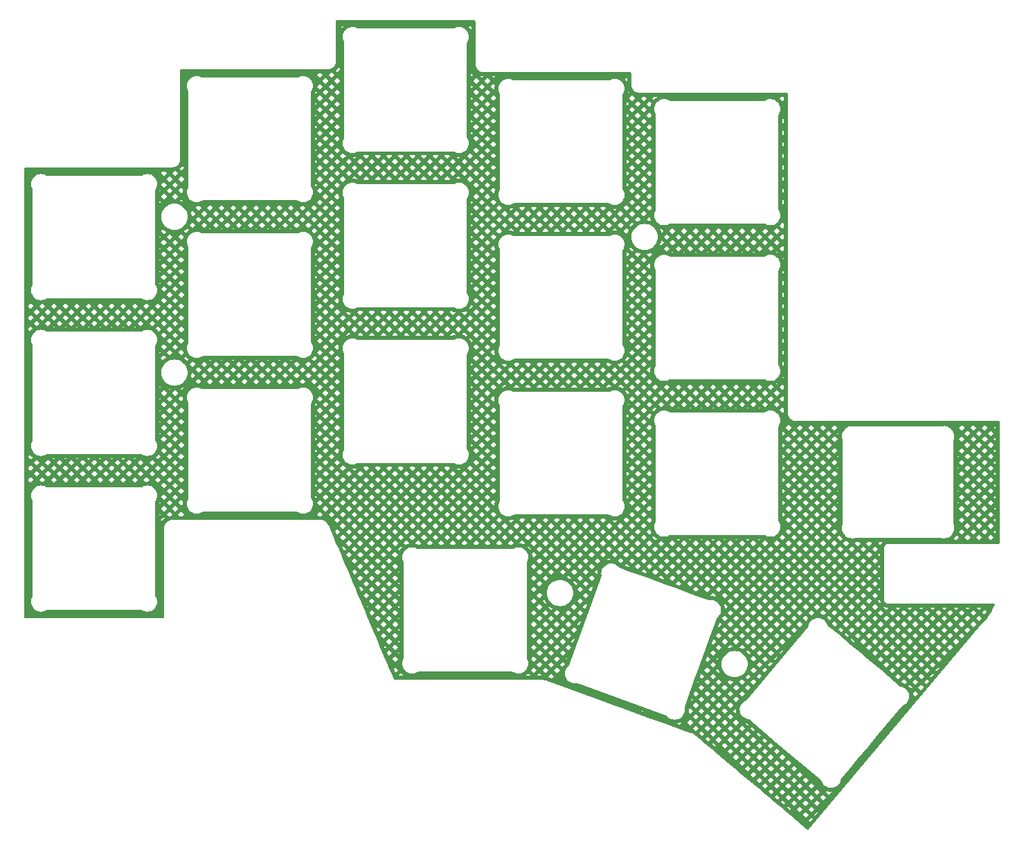
<source format=gbr>
%TF.GenerationSoftware,KiCad,Pcbnew,7.0.9*%
%TF.CreationDate,2024-06-07T00:05:00+05:30*%
%TF.ProjectId,UniFi - Plate,556e6946-6920-42d2-9050-6c6174652e6b,rev?*%
%TF.SameCoordinates,Original*%
%TF.FileFunction,Copper,L1,Top*%
%TF.FilePolarity,Positive*%
%FSLAX46Y46*%
G04 Gerber Fmt 4.6, Leading zero omitted, Abs format (unit mm)*
G04 Created by KiCad (PCBNEW 7.0.9) date 2024-06-07 00:05:00*
%MOMM*%
%LPD*%
G01*
G04 APERTURE LIST*
G04 APERTURE END LIST*
%TA.AperFunction,NonConductor*%
G36*
X119246092Y-50016632D02*
G01*
X119291847Y-50069436D01*
X119303053Y-50120947D01*
X119303053Y-55265158D01*
X119303046Y-55265262D01*
X119303053Y-55335092D01*
X119303053Y-55372782D01*
X119303057Y-55372926D01*
X119303062Y-55422618D01*
X119333472Y-55595008D01*
X119393351Y-55759500D01*
X119480882Y-55911097D01*
X119593404Y-56045193D01*
X119727500Y-56157716D01*
X119879096Y-56245247D01*
X120043588Y-56305127D01*
X120043594Y-56305128D01*
X120043597Y-56305129D01*
X120175719Y-56328436D01*
X120215978Y-56335538D01*
X120265781Y-56335541D01*
X120265879Y-56335546D01*
X120312917Y-56335546D01*
X120369396Y-56335552D01*
X120369397Y-56335551D01*
X120373456Y-56335552D01*
X120373554Y-56335546D01*
X129792754Y-56335546D01*
X138229053Y-56335546D01*
X138296092Y-56355231D01*
X138341847Y-56408035D01*
X138353053Y-56459546D01*
X138353053Y-57765158D01*
X138353046Y-57765262D01*
X138353053Y-57835092D01*
X138353053Y-57872736D01*
X138353056Y-57872852D01*
X138353061Y-57922616D01*
X138353061Y-57922619D01*
X138357079Y-57945397D01*
X138383471Y-58095009D01*
X138443351Y-58259501D01*
X138530881Y-58411098D01*
X138643404Y-58545195D01*
X138777500Y-58657718D01*
X138929097Y-58745249D01*
X139093589Y-58805129D01*
X139265980Y-58835539D01*
X139338468Y-58835544D01*
X139352965Y-58835545D01*
X139796536Y-58836234D01*
X148932694Y-58850440D01*
X148934319Y-58850500D01*
X148971079Y-58850500D01*
X149006454Y-58850555D01*
X149006454Y-58850554D01*
X149007769Y-58850557D01*
X149009408Y-58850500D01*
X157371944Y-58850500D01*
X157438983Y-58870185D01*
X157484738Y-58922989D01*
X157495944Y-58974489D01*
X157499500Y-97999500D01*
X157499500Y-98087534D01*
X157529898Y-98259937D01*
X157589775Y-98424446D01*
X157677309Y-98576057D01*
X157789836Y-98710163D01*
X157923942Y-98822690D01*
X157923943Y-98822691D01*
X157923945Y-98822692D01*
X158075555Y-98910225D01*
X158240062Y-98970101D01*
X158412468Y-99000500D01*
X158464201Y-99000500D01*
X183275500Y-99000500D01*
X183342539Y-99020185D01*
X183388294Y-99072989D01*
X183399500Y-99124500D01*
X183399500Y-113925500D01*
X183379815Y-113992539D01*
X183327011Y-114038294D01*
X183275500Y-114049500D01*
X169871961Y-114049500D01*
X169728039Y-114049500D01*
X169728036Y-114049500D01*
X169728034Y-114049501D01*
X169701842Y-114057190D01*
X169684568Y-114060948D01*
X169657544Y-114064834D01*
X169657541Y-114064835D01*
X169632710Y-114076175D01*
X169616141Y-114082355D01*
X169603171Y-114086163D01*
X169589947Y-114090047D01*
X169589945Y-114090047D01*
X169589945Y-114090048D01*
X169566982Y-114104805D01*
X169551461Y-114113280D01*
X169526628Y-114124621D01*
X169526625Y-114124623D01*
X169506000Y-114142495D01*
X169491840Y-114153095D01*
X169468876Y-114167853D01*
X169468871Y-114167857D01*
X169450993Y-114188489D01*
X169438489Y-114200993D01*
X169417857Y-114218871D01*
X169417853Y-114218876D01*
X169403095Y-114241840D01*
X169392495Y-114256000D01*
X169374623Y-114276625D01*
X169374621Y-114276628D01*
X169363280Y-114301461D01*
X169354805Y-114316982D01*
X169340048Y-114339945D01*
X169332355Y-114366141D01*
X169326175Y-114382710D01*
X169314835Y-114407541D01*
X169314834Y-114407544D01*
X169310948Y-114434568D01*
X169307190Y-114451842D01*
X169299501Y-114478034D01*
X169299500Y-114478042D01*
X169299500Y-120921963D01*
X169307190Y-120948154D01*
X169310947Y-120965423D01*
X169314835Y-120992457D01*
X169324050Y-121012636D01*
X169326173Y-121017283D01*
X169332355Y-121033858D01*
X169340046Y-121060051D01*
X169340047Y-121060053D01*
X169354806Y-121083019D01*
X169363282Y-121098541D01*
X169374623Y-121123373D01*
X169380570Y-121130236D01*
X169392496Y-121144000D01*
X169403095Y-121158160D01*
X169417853Y-121181123D01*
X169417857Y-121181128D01*
X169438488Y-121199006D01*
X169450992Y-121211510D01*
X169461607Y-121223759D01*
X169468872Y-121232143D01*
X169491844Y-121246905D01*
X169505996Y-121257500D01*
X169526627Y-121275377D01*
X169547978Y-121285128D01*
X169551451Y-121286714D01*
X169566978Y-121295192D01*
X169589947Y-121309953D01*
X169616136Y-121317643D01*
X169632713Y-121323826D01*
X169657538Y-121335163D01*
X169657539Y-121335163D01*
X169657543Y-121335165D01*
X169684564Y-121339050D01*
X169701846Y-121342809D01*
X169728039Y-121350500D01*
X169764201Y-121350500D01*
X182703394Y-121350500D01*
X182770433Y-121370185D01*
X182816188Y-121422989D01*
X182826132Y-121492147D01*
X182818723Y-121520055D01*
X182805807Y-121552753D01*
X182804307Y-121556235D01*
X182615028Y-121961071D01*
X182613317Y-121964455D01*
X182399641Y-122356974D01*
X182397727Y-122360248D01*
X182160465Y-122738958D01*
X182158354Y-122742109D01*
X181898392Y-123105601D01*
X181896093Y-123108617D01*
X181652195Y-123408988D01*
X181641698Y-123419705D01*
X181642003Y-123420017D01*
X181638826Y-123423120D01*
X181322014Y-123780116D01*
X181316889Y-123785252D01*
X181314807Y-123787107D01*
X181314803Y-123787111D01*
X181295853Y-123809597D01*
X181276335Y-123831591D01*
X181276328Y-123831599D01*
X181274788Y-123833934D01*
X181270447Y-123839743D01*
X160086013Y-148976682D01*
X160027759Y-149015260D01*
X159957896Y-149016218D01*
X159911590Y-148991847D01*
X159821677Y-148916563D01*
X158607499Y-147897349D01*
X160039495Y-147897349D01*
X160204936Y-148062790D01*
X160529616Y-147677534D01*
X160394463Y-147542381D01*
X160039495Y-147897349D01*
X158607499Y-147897349D01*
X158196071Y-147551985D01*
X158970644Y-147551985D01*
X159090276Y-147652407D01*
X158980249Y-147542380D01*
X158970644Y-147551985D01*
X158196071Y-147551985D01*
X157427237Y-146906605D01*
X158201810Y-146906605D01*
X158587765Y-147230586D01*
X158628109Y-147190242D01*
X159332388Y-147190242D01*
X159687356Y-147545210D01*
X160042324Y-147190242D01*
X160746602Y-147190242D01*
X160851707Y-147295347D01*
X161176387Y-146910091D01*
X161101570Y-146835274D01*
X160746602Y-147190242D01*
X160042324Y-147190242D01*
X159687356Y-146835274D01*
X159332388Y-147190242D01*
X158628109Y-147190242D01*
X158628110Y-147190241D01*
X158273142Y-146835273D01*
X158201810Y-146906605D01*
X157427237Y-146906605D01*
X156658403Y-146261225D01*
X157432976Y-146261225D01*
X157818932Y-146585206D01*
X157921003Y-146483135D01*
X158625281Y-146483135D01*
X158980249Y-146838104D01*
X159335218Y-146483135D01*
X160039494Y-146483135D01*
X160394463Y-146838104D01*
X160749431Y-146483135D01*
X161453708Y-146483135D01*
X161498478Y-146527905D01*
X161823158Y-146142648D01*
X161808676Y-146128167D01*
X161453708Y-146483135D01*
X160749431Y-146483135D01*
X160394463Y-146128167D01*
X160039494Y-146483135D01*
X159335218Y-146483135D01*
X158980249Y-146128167D01*
X158625281Y-146483135D01*
X157921003Y-146483135D01*
X157566035Y-146128166D01*
X157432976Y-146261225D01*
X156658403Y-146261225D01*
X155889570Y-145615846D01*
X156664143Y-145615846D01*
X157050098Y-145939826D01*
X157213895Y-145776029D01*
X157918175Y-145776029D01*
X158273143Y-146130997D01*
X158628111Y-145776029D01*
X159332388Y-145776029D01*
X159687356Y-146130997D01*
X160042324Y-145776029D01*
X160746602Y-145776029D01*
X161101570Y-146130997D01*
X161456538Y-145776029D01*
X161101570Y-145421061D01*
X160746602Y-145776029D01*
X160042324Y-145776029D01*
X159687356Y-145421061D01*
X159332388Y-145776029D01*
X158628111Y-145776029D01*
X158273143Y-145421061D01*
X157918175Y-145776029D01*
X157213895Y-145776029D01*
X157213896Y-145776028D01*
X156858928Y-145421060D01*
X156664143Y-145615846D01*
X155889570Y-145615846D01*
X155120736Y-144970466D01*
X155895309Y-144970466D01*
X156281264Y-145294446D01*
X156506788Y-145068922D01*
X157211068Y-145068922D01*
X157566036Y-145423890D01*
X157921004Y-145068922D01*
X158625281Y-145068922D01*
X158980249Y-145423890D01*
X159335218Y-145068922D01*
X160039495Y-145068922D01*
X160394463Y-145423890D01*
X160749431Y-145068922D01*
X161453709Y-145068922D01*
X161808677Y-145423890D01*
X162163645Y-145068922D01*
X161808677Y-144713954D01*
X161453709Y-145068922D01*
X160749431Y-145068922D01*
X160394463Y-144713954D01*
X160039495Y-145068922D01*
X159335218Y-145068922D01*
X158980249Y-144713953D01*
X158625281Y-145068922D01*
X157921004Y-145068922D01*
X157566036Y-144713954D01*
X157211068Y-145068922D01*
X156506788Y-145068922D01*
X156506789Y-145068921D01*
X156151821Y-144713953D01*
X155895309Y-144970466D01*
X155120736Y-144970466D01*
X154395656Y-144361814D01*
X154351902Y-144325086D01*
X155126475Y-144325086D01*
X155512430Y-144649067D01*
X155799682Y-144361815D01*
X156503961Y-144361815D01*
X156858929Y-144716783D01*
X157213897Y-144361815D01*
X157918175Y-144361815D01*
X158273143Y-144716783D01*
X158628111Y-144361815D01*
X159332388Y-144361815D01*
X159687356Y-144716783D01*
X160042324Y-144361815D01*
X160746602Y-144361815D01*
X161101570Y-144716783D01*
X161456538Y-144361815D01*
X161456537Y-144361814D01*
X162160814Y-144361814D01*
X162515783Y-144716783D01*
X162869008Y-144363557D01*
X162831083Y-144366876D01*
X162814776Y-144367588D01*
X162787626Y-144367588D01*
X162771319Y-144366876D01*
X162533785Y-144346094D01*
X162517605Y-144343965D01*
X162490869Y-144339250D01*
X162474934Y-144335718D01*
X162247776Y-144274852D01*
X162160814Y-144361814D01*
X161456537Y-144361814D01*
X161101570Y-144006847D01*
X160746602Y-144361815D01*
X160042324Y-144361815D01*
X159687356Y-144006847D01*
X159332388Y-144361815D01*
X158628111Y-144361815D01*
X158273143Y-144006847D01*
X157918175Y-144361815D01*
X157213897Y-144361815D01*
X156858929Y-144006847D01*
X156503961Y-144361815D01*
X155799682Y-144361815D01*
X155799683Y-144361814D01*
X155444715Y-144006846D01*
X155126475Y-144325086D01*
X154351902Y-144325086D01*
X153553288Y-143654708D01*
X154382641Y-143654708D01*
X154669007Y-143941074D01*
X154743597Y-144003687D01*
X155092577Y-143654708D01*
X155796853Y-143654708D01*
X156151822Y-144009676D01*
X156506790Y-143654708D01*
X157211067Y-143654708D01*
X157566036Y-144009676D01*
X157921004Y-143654708D01*
X158625281Y-143654708D01*
X158980249Y-144009676D01*
X159335218Y-143654708D01*
X160039494Y-143654708D01*
X160394463Y-144009676D01*
X160749431Y-143654708D01*
X160394463Y-143299740D01*
X160039494Y-143654708D01*
X159335218Y-143654708D01*
X158980249Y-143299739D01*
X158625281Y-143654708D01*
X157921004Y-143654708D01*
X157566036Y-143299740D01*
X157211067Y-143654708D01*
X156506790Y-143654708D01*
X156151822Y-143299740D01*
X155796853Y-143654708D01*
X155092577Y-143654708D01*
X154737609Y-143299740D01*
X154382641Y-143654708D01*
X153553288Y-143654708D01*
X152710921Y-142947602D01*
X153675534Y-142947602D01*
X154030502Y-143302570D01*
X154385470Y-142947602D01*
X155089748Y-142947602D01*
X155444716Y-143302570D01*
X155799684Y-142947602D01*
X156503961Y-142947602D01*
X156858929Y-143302570D01*
X157213897Y-142947602D01*
X157918175Y-142947602D01*
X158273143Y-143302570D01*
X158628111Y-142947602D01*
X159332388Y-142947602D01*
X159687356Y-143302570D01*
X160042324Y-142947602D01*
X160042323Y-142947601D01*
X160746601Y-142947601D01*
X161101569Y-143302569D01*
X161164176Y-143239962D01*
X160778152Y-142916050D01*
X160746601Y-142947601D01*
X160042323Y-142947601D01*
X159687356Y-142592634D01*
X159332388Y-142947602D01*
X158628111Y-142947602D01*
X158273143Y-142592634D01*
X157918175Y-142947602D01*
X157213897Y-142947602D01*
X156858929Y-142592634D01*
X156503961Y-142947602D01*
X155799684Y-142947602D01*
X155444716Y-142592634D01*
X155089748Y-142947602D01*
X154385470Y-142947602D01*
X154030502Y-142592634D01*
X153675534Y-142947602D01*
X152710921Y-142947602D01*
X151868553Y-142240495D01*
X152968427Y-142240495D01*
X153323395Y-142595463D01*
X153678363Y-142240495D01*
X154382641Y-142240495D01*
X154737609Y-142595463D01*
X155092577Y-142240495D01*
X155796854Y-142240495D01*
X156151822Y-142595463D01*
X156506790Y-142240495D01*
X157211068Y-142240495D01*
X157566036Y-142595463D01*
X157921004Y-142240495D01*
X158625281Y-142240495D01*
X158980249Y-142595463D01*
X158988740Y-142586972D01*
X160385972Y-142586972D01*
X160394462Y-142595462D01*
X160395205Y-142594719D01*
X160385972Y-142586972D01*
X158988740Y-142586972D01*
X159335218Y-142240495D01*
X158980249Y-141885526D01*
X158625281Y-142240495D01*
X157921004Y-142240495D01*
X157566036Y-141885527D01*
X157211068Y-142240495D01*
X156506790Y-142240495D01*
X156151822Y-141885527D01*
X155796854Y-142240495D01*
X155092577Y-142240495D01*
X154737609Y-141885527D01*
X154382641Y-142240495D01*
X153678363Y-142240495D01*
X153323395Y-141885527D01*
X152968427Y-142240495D01*
X151868553Y-142240495D01*
X151026184Y-141533388D01*
X152261320Y-141533388D01*
X152616288Y-141888356D01*
X152971256Y-141533388D01*
X153675534Y-141533388D01*
X154030502Y-141888356D01*
X154385470Y-141533388D01*
X155089748Y-141533388D01*
X155444716Y-141888356D01*
X155799684Y-141533388D01*
X156503961Y-141533388D01*
X156858929Y-141888356D01*
X157213897Y-141533388D01*
X157918175Y-141533388D01*
X158273143Y-141888356D01*
X158628111Y-141533388D01*
X158273143Y-141178420D01*
X157918175Y-141533388D01*
X157213897Y-141533388D01*
X156858929Y-141178420D01*
X156503961Y-141533388D01*
X155799684Y-141533388D01*
X155444716Y-141178420D01*
X155089748Y-141533388D01*
X154385470Y-141533388D01*
X154030502Y-141178420D01*
X153675534Y-141533388D01*
X152971256Y-141533388D01*
X152616288Y-141178419D01*
X152261320Y-141533388D01*
X151026184Y-141533388D01*
X150183815Y-140826281D01*
X151554214Y-140826281D01*
X151909182Y-141181249D01*
X152264150Y-140826281D01*
X152968427Y-140826281D01*
X153323395Y-141181249D01*
X153678363Y-140826281D01*
X154382641Y-140826281D01*
X154737609Y-141181249D01*
X155092577Y-140826281D01*
X155796854Y-140826281D01*
X156151822Y-141181249D01*
X156506790Y-140826281D01*
X157211068Y-140826281D01*
X157566036Y-141181249D01*
X157921004Y-140826281D01*
X157566036Y-140471313D01*
X157211068Y-140826281D01*
X156506790Y-140826281D01*
X156151822Y-140471313D01*
X155796854Y-140826281D01*
X155092577Y-140826281D01*
X154737609Y-140471313D01*
X154382641Y-140826281D01*
X153678363Y-140826281D01*
X153323395Y-140471313D01*
X152968427Y-140826281D01*
X152264150Y-140826281D01*
X151909182Y-140471313D01*
X151554214Y-140826281D01*
X150183815Y-140826281D01*
X148970066Y-139807427D01*
X149744639Y-139807427D01*
X150130594Y-140131408D01*
X150142828Y-140119174D01*
X150847106Y-140119174D01*
X151202075Y-140474143D01*
X151557043Y-140119174D01*
X152261319Y-140119174D01*
X152616288Y-140474143D01*
X152971256Y-140119174D01*
X153675533Y-140119174D01*
X154030502Y-140474143D01*
X154385470Y-140119174D01*
X155089747Y-140119174D01*
X155444716Y-140474143D01*
X155799684Y-140119174D01*
X156503960Y-140119174D01*
X156858929Y-140474143D01*
X157213897Y-140119174D01*
X156858929Y-139764206D01*
X156503960Y-140119174D01*
X155799684Y-140119174D01*
X155444716Y-139764206D01*
X155089747Y-140119174D01*
X154385470Y-140119174D01*
X154030502Y-139764206D01*
X153675533Y-140119174D01*
X152971256Y-140119174D01*
X152616288Y-139764206D01*
X152261319Y-140119174D01*
X151557043Y-140119174D01*
X151202075Y-139764206D01*
X150847106Y-140119174D01*
X150142828Y-140119174D01*
X149787860Y-139764205D01*
X149744639Y-139807427D01*
X148970066Y-139807427D01*
X148201232Y-139162047D01*
X148975806Y-139162047D01*
X149361761Y-139486028D01*
X149435721Y-139412068D01*
X150140000Y-139412068D01*
X150494968Y-139767036D01*
X150849936Y-139412068D01*
X151554214Y-139412068D01*
X151909182Y-139767036D01*
X152264150Y-139412068D01*
X152968427Y-139412068D01*
X153323395Y-139767036D01*
X153678363Y-139412068D01*
X154382641Y-139412068D01*
X154737609Y-139767036D01*
X155092577Y-139412068D01*
X155796854Y-139412068D01*
X156151822Y-139767036D01*
X156506790Y-139412068D01*
X156151822Y-139057100D01*
X155796854Y-139412068D01*
X155092577Y-139412068D01*
X154737609Y-139057100D01*
X154382641Y-139412068D01*
X153678363Y-139412068D01*
X153323395Y-139057100D01*
X152968427Y-139412068D01*
X152264150Y-139412068D01*
X151909182Y-139057100D01*
X151554214Y-139412068D01*
X150849936Y-139412068D01*
X150494968Y-139057100D01*
X150140000Y-139412068D01*
X149435721Y-139412068D01*
X149435722Y-139412067D01*
X149080755Y-139057100D01*
X148975806Y-139162047D01*
X148201232Y-139162047D01*
X147432399Y-138516668D01*
X148206972Y-138516668D01*
X148592927Y-138840648D01*
X148728614Y-138704961D01*
X149432893Y-138704961D01*
X149787861Y-139059929D01*
X150142829Y-138704961D01*
X150847107Y-138704961D01*
X151202075Y-139059929D01*
X151557043Y-138704961D01*
X152261320Y-138704961D01*
X152616288Y-139059929D01*
X152971256Y-138704961D01*
X153675534Y-138704961D01*
X154030502Y-139059929D01*
X154385470Y-138704961D01*
X154385469Y-138704960D01*
X155089747Y-138704960D01*
X155444715Y-139059928D01*
X155781382Y-138723261D01*
X155395358Y-138399349D01*
X155089747Y-138704960D01*
X154385469Y-138704960D01*
X154030502Y-138349993D01*
X153675534Y-138704961D01*
X152971256Y-138704961D01*
X152616288Y-138349992D01*
X152261320Y-138704961D01*
X151557043Y-138704961D01*
X151202075Y-138349993D01*
X150847107Y-138704961D01*
X150142829Y-138704961D01*
X149787861Y-138349993D01*
X149432893Y-138704961D01*
X148728614Y-138704961D01*
X148728615Y-138704960D01*
X148373647Y-138349992D01*
X148206972Y-138516668D01*
X147432399Y-138516668D01*
X146663565Y-137871288D01*
X147438138Y-137871288D01*
X147824093Y-138195268D01*
X148021507Y-137997854D01*
X148725786Y-137997854D01*
X149080754Y-138352822D01*
X149435723Y-137997854D01*
X150140000Y-137997854D01*
X150494968Y-138352822D01*
X150849936Y-137997854D01*
X151554214Y-137997854D01*
X151909182Y-138352822D01*
X152264150Y-137997854D01*
X152968427Y-137997854D01*
X153323395Y-138352822D01*
X153678363Y-137997854D01*
X153678362Y-137997853D01*
X154382640Y-137997853D01*
X154737608Y-138352821D01*
X155012412Y-138078018D01*
X154626389Y-137754105D01*
X154382640Y-137997853D01*
X153678362Y-137997853D01*
X153323395Y-137642886D01*
X152968427Y-137997854D01*
X152264150Y-137997854D01*
X151909182Y-137642886D01*
X151554214Y-137997854D01*
X150849936Y-137997854D01*
X150494968Y-137642886D01*
X150140000Y-137997854D01*
X149435723Y-137997854D01*
X149080754Y-137642885D01*
X148725786Y-137997854D01*
X148021507Y-137997854D01*
X148021508Y-137997853D01*
X147666540Y-137642885D01*
X147438138Y-137871288D01*
X146663565Y-137871288D01*
X146266320Y-137537830D01*
X146251049Y-137522555D01*
X146243788Y-137513900D01*
X146209960Y-137490212D01*
X146205678Y-137486925D01*
X146197091Y-137479717D01*
X146179840Y-137469008D01*
X146176975Y-137467118D01*
X146156413Y-137452719D01*
X146100378Y-137413481D01*
X146062557Y-137391644D01*
X145911283Y-137304301D01*
X145911282Y-137304301D01*
X145911275Y-137304297D01*
X145743169Y-137225908D01*
X146669304Y-137225908D01*
X147055259Y-137549889D01*
X147314402Y-137290747D01*
X148018679Y-137290747D01*
X148373648Y-137645715D01*
X148728616Y-137290747D01*
X149432892Y-137290747D01*
X149787861Y-137645715D01*
X150142829Y-137290747D01*
X150847106Y-137290747D01*
X151202075Y-137645715D01*
X151557043Y-137290747D01*
X152261319Y-137290747D01*
X152616288Y-137645715D01*
X152971256Y-137290747D01*
X152971255Y-137290746D01*
X153675533Y-137290746D01*
X154030501Y-137645715D01*
X154243441Y-137432774D01*
X153857417Y-137108862D01*
X153675533Y-137290746D01*
X152971255Y-137290746D01*
X152616288Y-136935778D01*
X152261319Y-137290747D01*
X151557043Y-137290747D01*
X151202075Y-136935779D01*
X150847106Y-137290747D01*
X150142829Y-137290747D01*
X149787861Y-136935779D01*
X149432892Y-137290747D01*
X148728616Y-137290747D01*
X148373648Y-136935779D01*
X148018679Y-137290747D01*
X147314402Y-137290747D01*
X146959433Y-136935778D01*
X146669304Y-137225908D01*
X145743169Y-137225908D01*
X145713373Y-137212014D01*
X145640130Y-137185357D01*
X145610777Y-137174674D01*
X145599648Y-137170623D01*
X145580198Y-137163545D01*
X143986925Y-136583641D01*
X145897359Y-136583641D01*
X146222882Y-136909164D01*
X146260215Y-136930719D01*
X146607294Y-136583641D01*
X147311573Y-136583641D01*
X147666541Y-136938609D01*
X148021509Y-136583641D01*
X148725786Y-136583641D01*
X149080754Y-136938609D01*
X149435723Y-136583641D01*
X150140000Y-136583641D01*
X150494968Y-136938609D01*
X150849936Y-136583641D01*
X151554214Y-136583641D01*
X151909182Y-136938609D01*
X152264150Y-136583641D01*
X152264149Y-136583640D01*
X152968426Y-136583640D01*
X153323394Y-136938608D01*
X153474471Y-136787532D01*
X153088448Y-136463619D01*
X152968426Y-136583640D01*
X152264149Y-136583640D01*
X151909182Y-136228673D01*
X151554214Y-136583641D01*
X150849936Y-136583641D01*
X150494968Y-136228673D01*
X150140000Y-136583641D01*
X149435723Y-136583641D01*
X149080754Y-136228672D01*
X148725786Y-136583641D01*
X148021509Y-136583641D01*
X147666541Y-136228673D01*
X147311573Y-136583641D01*
X146607294Y-136583641D01*
X146607295Y-136583640D01*
X146252327Y-136228672D01*
X145897359Y-136583641D01*
X143986925Y-136583641D01*
X143283217Y-136327512D01*
X144739274Y-136327512D01*
X145050075Y-136440634D01*
X144838113Y-136228672D01*
X144739274Y-136327512D01*
X143283217Y-136327512D01*
X142445041Y-136022441D01*
X143921946Y-136022441D01*
X143933876Y-136034371D01*
X144222929Y-136139578D01*
X144485973Y-135876534D01*
X145190253Y-135876534D01*
X145545221Y-136231502D01*
X145900189Y-135876534D01*
X146604466Y-135876534D01*
X146959434Y-136231502D01*
X147314402Y-135876534D01*
X148018680Y-135876534D01*
X148373648Y-136231502D01*
X148728616Y-135876534D01*
X149432893Y-135876534D01*
X149787861Y-136231502D01*
X150142829Y-135876534D01*
X150847107Y-135876534D01*
X151202075Y-136231502D01*
X151509705Y-135923872D01*
X152308658Y-135923872D01*
X152616288Y-136231502D01*
X152705500Y-136142289D01*
X152509263Y-135977626D01*
X152308658Y-135923872D01*
X151509705Y-135923872D01*
X151557043Y-135876534D01*
X151202075Y-135521566D01*
X150847107Y-135876534D01*
X150142829Y-135876534D01*
X149787861Y-135521566D01*
X149432893Y-135876534D01*
X148728616Y-135876534D01*
X148373648Y-135521566D01*
X148018680Y-135876534D01*
X147314402Y-135876534D01*
X146959434Y-135521566D01*
X146604466Y-135876534D01*
X145900189Y-135876534D01*
X145545221Y-135521566D01*
X145190253Y-135876534D01*
X144485973Y-135876534D01*
X144485974Y-135876533D01*
X144460675Y-135851234D01*
X144297657Y-135927250D01*
X144282588Y-135933493D01*
X144257075Y-135942781D01*
X144241500Y-135947692D01*
X144011172Y-136009408D01*
X143995236Y-136012940D01*
X143968502Y-136017654D01*
X143952323Y-136019784D01*
X143921946Y-136022441D01*
X142445041Y-136022441D01*
X140176823Y-135196877D01*
X141682169Y-135196877D01*
X141710374Y-135225082D01*
X142149257Y-135384823D01*
X142162410Y-135371670D01*
X141682169Y-135196877D01*
X140176823Y-135196877D01*
X138099035Y-134440624D01*
X139555092Y-134440624D01*
X140075585Y-134630067D01*
X140088737Y-134616915D01*
X139568245Y-134427472D01*
X139555092Y-134440624D01*
X138099035Y-134440624D01*
X136991719Y-134037594D01*
X136025360Y-133685868D01*
X137481421Y-133685868D01*
X138001914Y-133875312D01*
X138015066Y-133862160D01*
X137494573Y-133672717D01*
X137481421Y-133685868D01*
X136025360Y-133685868D01*
X133951691Y-132931114D01*
X135407749Y-132931114D01*
X135928242Y-133120557D01*
X135941394Y-133107405D01*
X135420901Y-132917962D01*
X135407749Y-132931114D01*
X133951691Y-132931114D01*
X131878019Y-132176359D01*
X133334076Y-132176359D01*
X133854568Y-132365802D01*
X133867720Y-132352650D01*
X133347228Y-132163207D01*
X133334076Y-132176359D01*
X131878019Y-132176359D01*
X128132137Y-130812969D01*
X128112545Y-130803833D01*
X128109892Y-130802301D01*
X128102808Y-130798211D01*
X128086082Y-130793728D01*
X128062870Y-130787507D01*
X128057714Y-130785882D01*
X128047151Y-130782037D01*
X128047145Y-130782035D01*
X128047144Y-130782035D01*
X128047141Y-130782034D01*
X128047136Y-130782033D01*
X128027277Y-130777877D01*
X128023930Y-130777079D01*
X128018459Y-130775613D01*
X127933702Y-130752900D01*
X127933695Y-130752898D01*
X127718669Y-130714978D01*
X127718666Y-130714977D01*
X127718662Y-130714977D01*
X127541196Y-130699450D01*
X127501136Y-130695946D01*
X127501135Y-130695946D01*
X127391956Y-130695947D01*
X109453037Y-130695947D01*
X109385998Y-130676262D01*
X109377842Y-130666849D01*
X129186733Y-130666849D01*
X129485560Y-130775613D01*
X129281764Y-130571817D01*
X129186733Y-130666849D01*
X109377842Y-130666849D01*
X109340243Y-130623458D01*
X109338868Y-130620335D01*
X109169058Y-130219680D01*
X128219690Y-130219680D01*
X128369359Y-130369349D01*
X128670390Y-130478914D01*
X128929625Y-130219679D01*
X129633902Y-130219679D01*
X129851058Y-130436835D01*
X129790592Y-130211172D01*
X129787060Y-130195236D01*
X129782346Y-130168502D01*
X129780216Y-130152323D01*
X129773863Y-130079719D01*
X129633902Y-130219679D01*
X128929625Y-130219679D01*
X128594855Y-129884909D01*
X130256721Y-129884909D01*
X130275137Y-130095393D01*
X130275138Y-130095400D01*
X130329823Y-130299486D01*
X130329827Y-130299497D01*
X130419118Y-130490982D01*
X130419121Y-130490988D01*
X130540312Y-130664068D01*
X130689721Y-130813479D01*
X130862796Y-130934670D01*
X130862799Y-130934671D01*
X130862800Y-130934672D01*
X131054296Y-131023970D01*
X131169716Y-131054898D01*
X131258380Y-131078658D01*
X131258384Y-131078658D01*
X131258389Y-131078660D01*
X131398715Y-131090939D01*
X131468877Y-131097079D01*
X131468878Y-131097079D01*
X131468881Y-131097079D01*
X131679359Y-131078669D01*
X131679360Y-131078668D01*
X131679368Y-131078668D01*
X131724642Y-131066537D01*
X131794488Y-131068200D01*
X131799134Y-131069787D01*
X142670342Y-135026583D01*
X142726605Y-135068009D01*
X142729490Y-135071960D01*
X142735386Y-135080379D01*
X142756332Y-135110292D01*
X142756336Y-135110297D01*
X142875828Y-135229783D01*
X142905743Y-135259697D01*
X143078826Y-135380887D01*
X143270324Y-135470181D01*
X143474419Y-135524865D01*
X143654838Y-135540648D01*
X143684907Y-135543279D01*
X143684908Y-135543279D01*
X143684909Y-135543279D01*
X143719989Y-135540209D01*
X143895398Y-135524862D01*
X144099491Y-135470175D01*
X144290988Y-135380879D01*
X144464070Y-135259686D01*
X144510731Y-135213026D01*
X145149482Y-135213026D01*
X145193082Y-135169427D01*
X145897359Y-135169427D01*
X146252327Y-135524395D01*
X146607295Y-135169427D01*
X147311573Y-135169427D01*
X147666541Y-135524395D01*
X148021509Y-135169427D01*
X148725786Y-135169427D01*
X149080754Y-135524395D01*
X149435723Y-135169427D01*
X150140000Y-135169427D01*
X150494968Y-135524395D01*
X150849936Y-135169427D01*
X150494968Y-134814459D01*
X150140000Y-135169427D01*
X149435723Y-135169427D01*
X149080754Y-134814458D01*
X148725786Y-135169427D01*
X148021509Y-135169427D01*
X147666541Y-134814459D01*
X147311573Y-135169427D01*
X146607295Y-135169427D01*
X146252327Y-134814458D01*
X145897359Y-135169427D01*
X145193082Y-135169427D01*
X145181340Y-135157685D01*
X145180275Y-135159970D01*
X145172738Y-135174448D01*
X145159162Y-135197961D01*
X145150393Y-135211726D01*
X145149482Y-135213026D01*
X144510731Y-135213026D01*
X144613478Y-135110280D01*
X144734672Y-134937200D01*
X144823970Y-134745704D01*
X144852509Y-134639201D01*
X145367134Y-134639201D01*
X145545221Y-134817288D01*
X145900189Y-134462320D01*
X146604466Y-134462320D01*
X146959434Y-134817288D01*
X147314402Y-134462320D01*
X148018680Y-134462320D01*
X148373648Y-134817288D01*
X148728616Y-134462320D01*
X149432893Y-134462320D01*
X149787861Y-134817288D01*
X150142829Y-134462320D01*
X150847107Y-134462320D01*
X151202074Y-134817287D01*
X151212381Y-134806979D01*
X151164282Y-134627468D01*
X151160750Y-134611533D01*
X151156035Y-134584797D01*
X151153906Y-134568617D01*
X151133124Y-134331083D01*
X151132412Y-134314776D01*
X151132412Y-134301201D01*
X151630412Y-134301201D01*
X151648827Y-134511689D01*
X151648829Y-134511699D01*
X151703512Y-134715783D01*
X151703514Y-134715787D01*
X151703515Y-134715791D01*
X151750843Y-134817287D01*
X151792812Y-134907290D01*
X151792813Y-134907292D01*
X151914009Y-135080379D01*
X151991315Y-135157685D01*
X152063417Y-135229787D01*
X152063423Y-135229791D01*
X152063424Y-135229792D01*
X152236497Y-135350981D01*
X152236501Y-135350983D01*
X152427996Y-135440280D01*
X152427997Y-135440280D01*
X152428001Y-135440282D01*
X152632098Y-135494971D01*
X152678787Y-135499055D01*
X152743855Y-135524507D01*
X152747680Y-135527588D01*
X156114661Y-138352821D01*
X161609939Y-142963908D01*
X161648641Y-143022080D01*
X161650007Y-143026802D01*
X161662119Y-143072002D01*
X161751417Y-143263499D01*
X161751419Y-143263503D01*
X161872608Y-143436576D01*
X161872614Y-143436584D01*
X161872616Y-143436586D01*
X161872617Y-143436587D01*
X162022021Y-143585991D01*
X162120160Y-143654708D01*
X162195109Y-143707188D01*
X162386610Y-143796485D01*
X162590708Y-143851172D01*
X162759102Y-143865904D01*
X162801200Y-143869588D01*
X162801201Y-143869588D01*
X162801202Y-143869588D01*
X162836283Y-143866518D01*
X163011694Y-143851172D01*
X163215791Y-143796485D01*
X163407292Y-143707187D01*
X163580377Y-143585992D01*
X163729787Y-143436583D01*
X163850983Y-143263499D01*
X163940282Y-143071999D01*
X163994971Y-142867902D01*
X163999055Y-142821210D01*
X164024506Y-142756143D01*
X164027567Y-142752343D01*
X165371127Y-141151151D01*
X166021219Y-141151151D01*
X166025874Y-141155806D01*
X166350554Y-140770550D01*
X166345131Y-140765127D01*
X166021219Y-141151151D01*
X165371127Y-141151151D01*
X166016370Y-140382181D01*
X166666462Y-140382181D01*
X166672645Y-140388364D01*
X166997325Y-140003107D01*
X166990374Y-139996157D01*
X166666462Y-140382181D01*
X166016370Y-140382181D01*
X166661613Y-139613210D01*
X167311705Y-139613210D01*
X167319416Y-139620921D01*
X167644096Y-139235665D01*
X167635617Y-139227186D01*
X167311705Y-139613210D01*
X166661613Y-139613210D01*
X167306856Y-138844239D01*
X167956948Y-138844239D01*
X167966187Y-138853478D01*
X168290867Y-138468222D01*
X168280860Y-138458215D01*
X167956948Y-138844239D01*
X167306856Y-138844239D01*
X167952099Y-138075269D01*
X168602191Y-138075269D01*
X168612957Y-138086035D01*
X168937637Y-137700779D01*
X168926103Y-137689245D01*
X168602191Y-138075269D01*
X167952099Y-138075269D01*
X168597342Y-137306298D01*
X169247434Y-137306298D01*
X169259728Y-137318593D01*
X169558224Y-136964405D01*
X169409641Y-137112987D01*
X169247434Y-137306298D01*
X168597342Y-137306298D01*
X171463908Y-133890058D01*
X171522079Y-133851358D01*
X171526763Y-133850002D01*
X171572001Y-133837881D01*
X171763500Y-133748582D01*
X171936584Y-133627386D01*
X172085993Y-133477976D01*
X172207188Y-133304891D01*
X172296485Y-133113390D01*
X172351172Y-132909292D01*
X172369588Y-132698799D01*
X172351172Y-132488306D01*
X172299054Y-132293795D01*
X172814620Y-132293795D01*
X172835718Y-132372532D01*
X172839250Y-132388467D01*
X172843965Y-132415203D01*
X172844320Y-132417903D01*
X173122384Y-132695967D01*
X173332978Y-132485373D01*
X173465033Y-132328680D01*
X173122384Y-131986031D01*
X172814620Y-132293795D01*
X172299054Y-132293795D01*
X172296485Y-132284209D01*
X172207187Y-132092708D01*
X172085992Y-131919623D01*
X172085990Y-131919620D01*
X171936586Y-131770216D01*
X171936585Y-131770215D01*
X171936583Y-131770213D01*
X171936578Y-131770209D01*
X171936575Y-131770207D01*
X171763502Y-131649018D01*
X171763498Y-131649016D01*
X171572004Y-131559720D01*
X171572002Y-131559719D01*
X171571999Y-131559718D01*
X171367902Y-131505029D01*
X171357814Y-131504146D01*
X171321209Y-131500943D01*
X171256141Y-131475489D01*
X171252313Y-131472405D01*
X171180059Y-131411777D01*
X172282424Y-131411777D01*
X172447731Y-131577083D01*
X172458762Y-131589121D01*
X172476209Y-131609916D01*
X172486143Y-131622860D01*
X172607689Y-131796448D01*
X172770244Y-131633893D01*
X173474524Y-131633893D01*
X173787124Y-131946493D01*
X174111804Y-131561237D01*
X173829492Y-131278925D01*
X173474524Y-131633893D01*
X172770244Y-131633893D01*
X172770245Y-131633892D01*
X172415277Y-131278924D01*
X172282424Y-131411777D01*
X171180059Y-131411777D01*
X170589227Y-130916010D01*
X171363978Y-130916010D01*
X171490740Y-131022376D01*
X171714003Y-131082200D01*
X171729561Y-131087106D01*
X171755072Y-131096390D01*
X171770159Y-131102639D01*
X171850037Y-131139887D01*
X172063138Y-130926786D01*
X172767417Y-130926786D01*
X173122385Y-131281754D01*
X173477353Y-130926786D01*
X174181631Y-130926786D01*
X174433895Y-131179050D01*
X174758575Y-130793794D01*
X174536599Y-130571818D01*
X174181631Y-130926786D01*
X173477353Y-130926786D01*
X173122385Y-130571818D01*
X172767417Y-130926786D01*
X172063138Y-130926786D01*
X172063139Y-130926785D01*
X171708171Y-130571817D01*
X171363978Y-130916010D01*
X170589227Y-130916010D01*
X169759373Y-130219680D01*
X170646097Y-130219680D01*
X171001065Y-130574648D01*
X171356033Y-130219680D01*
X172060310Y-130219680D01*
X172415278Y-130574648D01*
X172770246Y-130219680D01*
X173474524Y-130219680D01*
X173829492Y-130574648D01*
X174184460Y-130219680D01*
X174888737Y-130219680D01*
X175080665Y-130411608D01*
X175405345Y-130026352D01*
X175243705Y-129864711D01*
X174888737Y-130219680D01*
X174184460Y-130219680D01*
X173829492Y-129864712D01*
X173474524Y-130219680D01*
X172770246Y-130219680D01*
X172415278Y-129864712D01*
X172060310Y-130219680D01*
X171356033Y-130219680D01*
X171001065Y-129864712D01*
X170646097Y-130219680D01*
X169759373Y-130219680D01*
X168916676Y-129512573D01*
X169938990Y-129512573D01*
X170293958Y-129867541D01*
X170648926Y-129512573D01*
X171353203Y-129512573D01*
X171708171Y-129867541D01*
X172063140Y-129512573D01*
X172767417Y-129512573D01*
X173122385Y-129867541D01*
X173477353Y-129512573D01*
X174181631Y-129512573D01*
X174536599Y-129867541D01*
X174891567Y-129512573D01*
X175595844Y-129512573D01*
X175727437Y-129644166D01*
X176052117Y-129258910D01*
X175950812Y-129157605D01*
X175595844Y-129512573D01*
X174891567Y-129512573D01*
X174536599Y-129157605D01*
X174181631Y-129512573D01*
X173477353Y-129512573D01*
X173122385Y-129157605D01*
X172767417Y-129512573D01*
X172063140Y-129512573D01*
X171708171Y-129157604D01*
X171353203Y-129512573D01*
X170648926Y-129512573D01*
X170293958Y-129157605D01*
X169938990Y-129512573D01*
X168916676Y-129512573D01*
X168073979Y-128805466D01*
X169231883Y-128805466D01*
X169586851Y-129160434D01*
X169941819Y-128805466D01*
X170646097Y-128805466D01*
X171001065Y-129160434D01*
X171356033Y-128805466D01*
X172060310Y-128805466D01*
X172415278Y-129160434D01*
X172770246Y-128805466D01*
X173474524Y-128805466D01*
X173829492Y-129160434D01*
X174184460Y-128805466D01*
X174888737Y-128805466D01*
X175243705Y-129160434D01*
X175598673Y-128805466D01*
X176302951Y-128805466D01*
X176374208Y-128876723D01*
X176698888Y-128491467D01*
X176657919Y-128450498D01*
X176302951Y-128805466D01*
X175598673Y-128805466D01*
X175243705Y-128450497D01*
X174888737Y-128805466D01*
X174184460Y-128805466D01*
X173829492Y-128450498D01*
X173474524Y-128805466D01*
X172770246Y-128805466D01*
X172415278Y-128450498D01*
X172060310Y-128805466D01*
X171356033Y-128805466D01*
X171001065Y-128450498D01*
X170646097Y-128805466D01*
X169941819Y-128805466D01*
X169586851Y-128450498D01*
X169231883Y-128805466D01*
X168073979Y-128805466D01*
X167231282Y-128098359D01*
X168524776Y-128098359D01*
X168879744Y-128453327D01*
X169234712Y-128098359D01*
X169938990Y-128098359D01*
X170293958Y-128453327D01*
X170648926Y-128098359D01*
X171353203Y-128098359D01*
X171708171Y-128453327D01*
X172063140Y-128098359D01*
X172767417Y-128098359D01*
X173122385Y-128453327D01*
X173477353Y-128098359D01*
X174181631Y-128098359D01*
X174536599Y-128453327D01*
X174891567Y-128098359D01*
X175595844Y-128098359D01*
X175950812Y-128453327D01*
X176305780Y-128098359D01*
X177010058Y-128098359D01*
X177020979Y-128109280D01*
X177138055Y-127970361D01*
X177010058Y-128098359D01*
X176305780Y-128098359D01*
X175950812Y-127743391D01*
X175595844Y-128098359D01*
X174891567Y-128098359D01*
X174536599Y-127743391D01*
X174181631Y-128098359D01*
X173477353Y-128098359D01*
X173122385Y-127743391D01*
X172767417Y-128098359D01*
X172063140Y-128098359D01*
X171708171Y-127743390D01*
X171353203Y-128098359D01*
X170648926Y-128098359D01*
X170293958Y-127743391D01*
X169938990Y-128098359D01*
X169234712Y-128098359D01*
X168879744Y-127743390D01*
X168524776Y-128098359D01*
X167231282Y-128098359D01*
X166388585Y-127391252D01*
X167817669Y-127391252D01*
X168172638Y-127746220D01*
X168527606Y-127391252D01*
X169231882Y-127391252D01*
X169586851Y-127746220D01*
X169941819Y-127391252D01*
X170646096Y-127391252D01*
X171001065Y-127746220D01*
X171356033Y-127391252D01*
X172060309Y-127391252D01*
X172415278Y-127746220D01*
X172770246Y-127391252D01*
X173474523Y-127391252D01*
X173829492Y-127746220D01*
X174184460Y-127391252D01*
X174888736Y-127391252D01*
X175243705Y-127746220D01*
X175598673Y-127391252D01*
X176302950Y-127391252D01*
X176657919Y-127746220D01*
X177012887Y-127391252D01*
X176657919Y-127036284D01*
X176302950Y-127391252D01*
X175598673Y-127391252D01*
X175243705Y-127036283D01*
X174888736Y-127391252D01*
X174184460Y-127391252D01*
X173829492Y-127036284D01*
X173474523Y-127391252D01*
X172770246Y-127391252D01*
X172415278Y-127036284D01*
X172060309Y-127391252D01*
X171356033Y-127391252D01*
X171001065Y-127036284D01*
X170646096Y-127391252D01*
X169941819Y-127391252D01*
X169586851Y-127036284D01*
X169231882Y-127391252D01*
X168527606Y-127391252D01*
X168172638Y-127036284D01*
X167817669Y-127391252D01*
X166388585Y-127391252D01*
X165975403Y-127044551D01*
X166750155Y-127044551D01*
X166852924Y-127130784D01*
X166758423Y-127036283D01*
X166750155Y-127044551D01*
X165975403Y-127044551D01*
X165206432Y-126399308D01*
X165981185Y-126399308D01*
X166367209Y-126723220D01*
X166406283Y-126684146D01*
X167110563Y-126684146D01*
X167465531Y-127039114D01*
X167820499Y-126684146D01*
X168524776Y-126684146D01*
X168879744Y-127039114D01*
X169234712Y-126684146D01*
X169938990Y-126684146D01*
X170293958Y-127039114D01*
X170648926Y-126684146D01*
X171353203Y-126684146D01*
X171708171Y-127039114D01*
X172063140Y-126684146D01*
X172767417Y-126684146D01*
X173122385Y-127039114D01*
X173477353Y-126684146D01*
X174181631Y-126684146D01*
X174536599Y-127039114D01*
X174891567Y-126684146D01*
X175595844Y-126684146D01*
X175950812Y-127039114D01*
X176305780Y-126684146D01*
X177010058Y-126684146D01*
X177365026Y-127039114D01*
X177719994Y-126684146D01*
X177365026Y-126329178D01*
X177010058Y-126684146D01*
X176305780Y-126684146D01*
X175950812Y-126329178D01*
X175595844Y-126684146D01*
X174891567Y-126684146D01*
X174536599Y-126329178D01*
X174181631Y-126684146D01*
X173477353Y-126684146D01*
X173122385Y-126329178D01*
X172767417Y-126684146D01*
X172063140Y-126684146D01*
X171708171Y-126329177D01*
X171353203Y-126684146D01*
X170648926Y-126684146D01*
X170293958Y-126329178D01*
X169938990Y-126684146D01*
X169234712Y-126684146D01*
X168879744Y-126329177D01*
X168524776Y-126684146D01*
X167820499Y-126684146D01*
X167465531Y-126329178D01*
X167110563Y-126684146D01*
X166406283Y-126684146D01*
X166406284Y-126684145D01*
X166051316Y-126329177D01*
X165981185Y-126399308D01*
X165206432Y-126399308D01*
X164437463Y-125754066D01*
X165212214Y-125754066D01*
X165598238Y-126077979D01*
X165699177Y-125977039D01*
X166403456Y-125977039D01*
X166758424Y-126332007D01*
X167113392Y-125977039D01*
X167817670Y-125977039D01*
X168172638Y-126332007D01*
X168527606Y-125977039D01*
X169231883Y-125977039D01*
X169586851Y-126332007D01*
X169941819Y-125977039D01*
X170646097Y-125977039D01*
X171001065Y-126332007D01*
X171356033Y-125977039D01*
X172060310Y-125977039D01*
X172415278Y-126332007D01*
X172770246Y-125977039D01*
X173474524Y-125977039D01*
X173829492Y-126332007D01*
X174184460Y-125977039D01*
X174888737Y-125977039D01*
X175243705Y-126332007D01*
X175598673Y-125977039D01*
X176302951Y-125977039D01*
X176657919Y-126332007D01*
X177012887Y-125977039D01*
X177717165Y-125977039D01*
X178072133Y-126332007D01*
X178427101Y-125977039D01*
X178072133Y-125622071D01*
X177717165Y-125977039D01*
X177012887Y-125977039D01*
X176657919Y-125622071D01*
X176302951Y-125977039D01*
X175598673Y-125977039D01*
X175243705Y-125622070D01*
X174888737Y-125977039D01*
X174184460Y-125977039D01*
X173829492Y-125622071D01*
X173474524Y-125977039D01*
X172770246Y-125977039D01*
X172415278Y-125622071D01*
X172060310Y-125977039D01*
X171356033Y-125977039D01*
X171001065Y-125622071D01*
X170646097Y-125977039D01*
X169941819Y-125977039D01*
X169586851Y-125622071D01*
X169231883Y-125977039D01*
X168527606Y-125977039D01*
X168172638Y-125622071D01*
X167817670Y-125977039D01*
X167113392Y-125977039D01*
X166758424Y-125622071D01*
X166403456Y-125977039D01*
X165699177Y-125977039D01*
X165699178Y-125977038D01*
X165344211Y-125622071D01*
X165212214Y-125754066D01*
X164437463Y-125754066D01*
X163668491Y-125108822D01*
X164443244Y-125108822D01*
X164829268Y-125432734D01*
X164992070Y-125269932D01*
X165696349Y-125269932D01*
X166051317Y-125624900D01*
X166406285Y-125269932D01*
X167110563Y-125269932D01*
X167465531Y-125624900D01*
X167820499Y-125269932D01*
X168524776Y-125269932D01*
X168879744Y-125624900D01*
X169234712Y-125269932D01*
X169938990Y-125269932D01*
X170293958Y-125624900D01*
X170648926Y-125269932D01*
X171353203Y-125269932D01*
X171708171Y-125624900D01*
X172063140Y-125269932D01*
X172767417Y-125269932D01*
X173122385Y-125624900D01*
X173477353Y-125269932D01*
X174181631Y-125269932D01*
X174536599Y-125624900D01*
X174891567Y-125269932D01*
X175595844Y-125269932D01*
X175950812Y-125624900D01*
X176305780Y-125269932D01*
X177010058Y-125269932D01*
X177365026Y-125624900D01*
X177719994Y-125269932D01*
X178424271Y-125269932D01*
X178779239Y-125624900D01*
X179134207Y-125269932D01*
X178779239Y-124914964D01*
X178424271Y-125269932D01*
X177719994Y-125269932D01*
X177365026Y-124914964D01*
X177010058Y-125269932D01*
X176305780Y-125269932D01*
X175950812Y-124914964D01*
X175595844Y-125269932D01*
X174891567Y-125269932D01*
X174536599Y-124914964D01*
X174181631Y-125269932D01*
X173477353Y-125269932D01*
X173122385Y-124914964D01*
X172767417Y-125269932D01*
X172063140Y-125269932D01*
X171708171Y-124914963D01*
X171353203Y-125269932D01*
X170648926Y-125269932D01*
X170293958Y-124914964D01*
X169938990Y-125269932D01*
X169234712Y-125269932D01*
X168879744Y-124914963D01*
X168524776Y-125269932D01*
X167820499Y-125269932D01*
X167465531Y-124914964D01*
X167110563Y-125269932D01*
X166406285Y-125269932D01*
X166051317Y-124914964D01*
X165696349Y-125269932D01*
X164992070Y-125269932D01*
X164992071Y-125269931D01*
X164637103Y-124914963D01*
X164443244Y-125108822D01*
X163668491Y-125108822D01*
X162899520Y-124463579D01*
X163674273Y-124463579D01*
X164060297Y-124787491D01*
X164284963Y-124562825D01*
X164989242Y-124562825D01*
X165344210Y-124917793D01*
X165699179Y-124562825D01*
X166403456Y-124562825D01*
X166758424Y-124917793D01*
X167113392Y-124562825D01*
X167817670Y-124562825D01*
X168172638Y-124917793D01*
X168527606Y-124562825D01*
X169231883Y-124562825D01*
X169586851Y-124917793D01*
X169941819Y-124562825D01*
X170646097Y-124562825D01*
X171001065Y-124917793D01*
X171356033Y-124562825D01*
X172060310Y-124562825D01*
X172415278Y-124917793D01*
X172770246Y-124562825D01*
X173474524Y-124562825D01*
X173829492Y-124917793D01*
X174184460Y-124562825D01*
X174888737Y-124562825D01*
X175243705Y-124917793D01*
X175598673Y-124562825D01*
X176302951Y-124562825D01*
X176657919Y-124917793D01*
X177012887Y-124562825D01*
X177717165Y-124562825D01*
X178072133Y-124917793D01*
X178427101Y-124562825D01*
X179131378Y-124562825D01*
X179486346Y-124917793D01*
X179841314Y-124562825D01*
X179486346Y-124207857D01*
X179131378Y-124562825D01*
X178427101Y-124562825D01*
X178072133Y-124207857D01*
X177717165Y-124562825D01*
X177012887Y-124562825D01*
X176657919Y-124207857D01*
X176302951Y-124562825D01*
X175598673Y-124562825D01*
X175243705Y-124207856D01*
X174888737Y-124562825D01*
X174184460Y-124562825D01*
X173829492Y-124207857D01*
X173474524Y-124562825D01*
X172770246Y-124562825D01*
X172415278Y-124207857D01*
X172060310Y-124562825D01*
X171356033Y-124562825D01*
X171001065Y-124207857D01*
X170646097Y-124562825D01*
X169941819Y-124562825D01*
X169586851Y-124207857D01*
X169231883Y-124562825D01*
X168527606Y-124562825D01*
X168172638Y-124207857D01*
X167817670Y-124562825D01*
X167113392Y-124562825D01*
X166758424Y-124207857D01*
X166403456Y-124562825D01*
X165699179Y-124562825D01*
X165344210Y-124207856D01*
X164989242Y-124562825D01*
X164284963Y-124562825D01*
X164284964Y-124562824D01*
X163929996Y-124207856D01*
X163674273Y-124463579D01*
X162899520Y-124463579D01*
X162390060Y-124036091D01*
X162351358Y-123977919D01*
X162349991Y-123973195D01*
X162348899Y-123969119D01*
X162337881Y-123927999D01*
X162292924Y-123831591D01*
X162286743Y-123818336D01*
X162905303Y-123818336D01*
X163291327Y-124142248D01*
X163577857Y-123855718D01*
X164282135Y-123855718D01*
X164637104Y-124210687D01*
X164992072Y-123855718D01*
X165696348Y-123855718D01*
X166051317Y-124210687D01*
X166406285Y-123855718D01*
X167110562Y-123855718D01*
X167465531Y-124210687D01*
X167820499Y-123855718D01*
X168524775Y-123855718D01*
X168879744Y-124210687D01*
X169234712Y-123855718D01*
X169938989Y-123855718D01*
X170293958Y-124210687D01*
X170648926Y-123855718D01*
X171353203Y-123855718D01*
X171708171Y-124210687D01*
X172063140Y-123855718D01*
X172767416Y-123855718D01*
X173122385Y-124210687D01*
X173477353Y-123855718D01*
X174181630Y-123855718D01*
X174536599Y-124210687D01*
X174891567Y-123855718D01*
X175595843Y-123855718D01*
X175950812Y-124210687D01*
X176305780Y-123855718D01*
X177010057Y-123855718D01*
X177365026Y-124210687D01*
X177719994Y-123855718D01*
X178424270Y-123855718D01*
X178779239Y-124210687D01*
X179134207Y-123855718D01*
X179838484Y-123855718D01*
X180193453Y-124210687D01*
X180548421Y-123855718D01*
X180193453Y-123500750D01*
X179838484Y-123855718D01*
X179134207Y-123855718D01*
X178779239Y-123500750D01*
X178424270Y-123855718D01*
X177719994Y-123855718D01*
X177365026Y-123500750D01*
X177010057Y-123855718D01*
X176305780Y-123855718D01*
X175950812Y-123500750D01*
X175595843Y-123855718D01*
X174891567Y-123855718D01*
X174536599Y-123500750D01*
X174181630Y-123855718D01*
X173477353Y-123855718D01*
X173122385Y-123500750D01*
X172767416Y-123855718D01*
X172063140Y-123855718D01*
X171708171Y-123500750D01*
X171353203Y-123855718D01*
X170648926Y-123855718D01*
X170293958Y-123500750D01*
X169938989Y-123855718D01*
X169234712Y-123855718D01*
X168879744Y-123500750D01*
X168524775Y-123855718D01*
X167820499Y-123855718D01*
X167465531Y-123500750D01*
X167110562Y-123855718D01*
X166406285Y-123855718D01*
X166051317Y-123500750D01*
X165696348Y-123855718D01*
X164992072Y-123855718D01*
X164637104Y-123500750D01*
X164282135Y-123855718D01*
X163577857Y-123855718D01*
X163222889Y-123500750D01*
X162905303Y-123818336D01*
X162286743Y-123818336D01*
X162248582Y-123736500D01*
X162248580Y-123736496D01*
X162127391Y-123563423D01*
X162127390Y-123563422D01*
X162127386Y-123563416D01*
X162058275Y-123494305D01*
X161977978Y-123414008D01*
X161804893Y-123292813D01*
X161748794Y-123266654D01*
X161613390Y-123203515D01*
X161613386Y-123203514D01*
X161613382Y-123203512D01*
X161409297Y-123148829D01*
X161409287Y-123148827D01*
X161198800Y-123130412D01*
X161198798Y-123130412D01*
X160988310Y-123148827D01*
X160988300Y-123148829D01*
X160784216Y-123203512D01*
X160784207Y-123203516D01*
X160592709Y-123292812D01*
X160592707Y-123292813D01*
X160419620Y-123414009D01*
X160270216Y-123563413D01*
X160270207Y-123563424D01*
X160149018Y-123736497D01*
X160149016Y-123736501D01*
X160059720Y-123927995D01*
X160059718Y-123927999D01*
X160059718Y-123928001D01*
X160030755Y-124036091D01*
X160005029Y-124132098D01*
X160000943Y-124178790D01*
X159975489Y-124243858D01*
X159972405Y-124247685D01*
X152536090Y-133109939D01*
X152477918Y-133148641D01*
X152473197Y-133150007D01*
X152427997Y-133162119D01*
X152236500Y-133251417D01*
X152236496Y-133251419D01*
X152063423Y-133372608D01*
X152063412Y-133372617D01*
X151914008Y-133522021D01*
X151792813Y-133695106D01*
X151764785Y-133755213D01*
X151715872Y-133860111D01*
X151703512Y-133886617D01*
X151648829Y-134090702D01*
X151648827Y-134090712D01*
X151630412Y-134301200D01*
X151630412Y-134301201D01*
X151132412Y-134301201D01*
X151132412Y-134287626D01*
X151133124Y-134271319D01*
X151142234Y-134167192D01*
X150847107Y-134462320D01*
X150142829Y-134462320D01*
X149787861Y-134107352D01*
X149432893Y-134462320D01*
X148728616Y-134462320D01*
X148373648Y-134107352D01*
X148018680Y-134462320D01*
X147314402Y-134462320D01*
X146959434Y-134107352D01*
X146604466Y-134462320D01*
X145900189Y-134462320D01*
X145545220Y-134107351D01*
X145390904Y-134261667D01*
X145394367Y-134301249D01*
X145395079Y-134317550D01*
X145395079Y-134344700D01*
X145394367Y-134361009D01*
X145373581Y-134598545D01*
X145371451Y-134614720D01*
X145367134Y-134639201D01*
X144852509Y-134639201D01*
X144878660Y-134541611D01*
X144897079Y-134331122D01*
X144896289Y-134322094D01*
X144878669Y-134120643D01*
X144878668Y-134120635D01*
X144878668Y-134120632D01*
X144866537Y-134075356D01*
X144868200Y-134005510D01*
X144869790Y-134000857D01*
X144920272Y-133862160D01*
X144959198Y-133755213D01*
X145897358Y-133755213D01*
X146252327Y-134110182D01*
X146607295Y-133755213D01*
X147311572Y-133755213D01*
X147666541Y-134110182D01*
X148021509Y-133755213D01*
X148725786Y-133755213D01*
X149080754Y-134110182D01*
X149435723Y-133755213D01*
X150139999Y-133755213D01*
X150494968Y-134110182D01*
X150849936Y-133755213D01*
X150494968Y-133400245D01*
X150139999Y-133755213D01*
X149435723Y-133755213D01*
X149080754Y-133400245D01*
X148725786Y-133755213D01*
X148021509Y-133755213D01*
X147666541Y-133400245D01*
X147311572Y-133755213D01*
X146607295Y-133755213D01*
X146252327Y-133400245D01*
X145897358Y-133755213D01*
X144959198Y-133755213D01*
X145128627Y-133289709D01*
X145658586Y-133289709D01*
X145900189Y-133048107D01*
X146604466Y-133048107D01*
X146959434Y-133403075D01*
X147314402Y-133048107D01*
X148018680Y-133048107D01*
X148373648Y-133403075D01*
X148728616Y-133048107D01*
X149432893Y-133048107D01*
X149787861Y-133403075D01*
X150142829Y-133048107D01*
X150847107Y-133048107D01*
X151202075Y-133403075D01*
X151557043Y-133048107D01*
X151202075Y-132693139D01*
X150847107Y-133048107D01*
X150142829Y-133048107D01*
X149787861Y-132693139D01*
X149432893Y-133048107D01*
X148728616Y-133048107D01*
X148373648Y-132693139D01*
X148018680Y-133048107D01*
X147314402Y-133048107D01*
X146959434Y-132693139D01*
X146604466Y-133048107D01*
X145900189Y-133048107D01*
X145787527Y-132935445D01*
X145658586Y-133289709D01*
X145128627Y-133289709D01*
X145445502Y-132419102D01*
X145975461Y-132419102D01*
X146252327Y-132695968D01*
X146607295Y-132341000D01*
X147311573Y-132341000D01*
X147666541Y-132695968D01*
X148021509Y-132341000D01*
X148725786Y-132341000D01*
X149080754Y-132695968D01*
X149435723Y-132341000D01*
X150140000Y-132341000D01*
X150494968Y-132695968D01*
X150849936Y-132341000D01*
X151554214Y-132341000D01*
X151909182Y-132695968D01*
X152264150Y-132341000D01*
X151909182Y-131986032D01*
X151554214Y-132341000D01*
X150849936Y-132341000D01*
X150494968Y-131986032D01*
X150140000Y-132341000D01*
X149435723Y-132341000D01*
X149080754Y-131986031D01*
X148725786Y-132341000D01*
X148021509Y-132341000D01*
X147666541Y-131986032D01*
X147311573Y-132341000D01*
X146607295Y-132341000D01*
X146252326Y-131986031D01*
X146064849Y-132173508D01*
X145975461Y-132419102D01*
X145445502Y-132419102D01*
X145731295Y-131633893D01*
X146604466Y-131633893D01*
X146959434Y-131988861D01*
X147314402Y-131633893D01*
X148018680Y-131633893D01*
X148373648Y-131988861D01*
X148728616Y-131633893D01*
X149432893Y-131633893D01*
X149787861Y-131988861D01*
X150142829Y-131633893D01*
X150847107Y-131633893D01*
X151202075Y-131988861D01*
X151557043Y-131633893D01*
X152261320Y-131633893D01*
X152616288Y-131988861D01*
X152971256Y-131633893D01*
X152616288Y-131278924D01*
X152261320Y-131633893D01*
X151557043Y-131633893D01*
X151202075Y-131278925D01*
X150847107Y-131633893D01*
X150142829Y-131633893D01*
X149787861Y-131278925D01*
X149432893Y-131633893D01*
X148728616Y-131633893D01*
X148373648Y-131278925D01*
X148018680Y-131633893D01*
X147314402Y-131633893D01*
X146959434Y-131278925D01*
X146604466Y-131633893D01*
X145731295Y-131633893D01*
X145937916Y-131066206D01*
X146467874Y-131066206D01*
X146607294Y-130926786D01*
X147311573Y-130926786D01*
X147666541Y-131281754D01*
X148021509Y-130926786D01*
X148725786Y-130926786D01*
X149080754Y-131281754D01*
X149435723Y-130926786D01*
X149435722Y-130926785D01*
X150139999Y-130926785D01*
X150494968Y-131281754D01*
X150849936Y-130926786D01*
X150849935Y-130926785D01*
X151554213Y-130926785D01*
X151909182Y-131281754D01*
X152264150Y-130926786D01*
X152968427Y-130926786D01*
X153323395Y-131281754D01*
X153678363Y-130926786D01*
X153323395Y-130571818D01*
X152968427Y-130926786D01*
X152264150Y-130926786D01*
X151959321Y-130621957D01*
X151944073Y-130629728D01*
X151930727Y-130635882D01*
X151784584Y-130696414D01*
X151554213Y-130926785D01*
X150849935Y-130926785D01*
X150759185Y-130836035D01*
X150697605Y-130831189D01*
X150683023Y-130829464D01*
X150658889Y-130825642D01*
X150644479Y-130822776D01*
X150375751Y-130758261D01*
X150361615Y-130754273D01*
X150338385Y-130746726D01*
X150324997Y-130741787D01*
X150139999Y-130926785D01*
X149435722Y-130926785D01*
X149080754Y-130571817D01*
X148725786Y-130926786D01*
X148021509Y-130926786D01*
X147666541Y-130571818D01*
X147311573Y-130926786D01*
X146607294Y-130926786D01*
X146607295Y-130926785D01*
X146542282Y-130861772D01*
X146467874Y-131066206D01*
X145937916Y-131066206D01*
X146200257Y-130345430D01*
X146730216Y-130345430D01*
X146959434Y-130574648D01*
X147314402Y-130219680D01*
X148018680Y-130219680D01*
X148373648Y-130574648D01*
X148728616Y-130219680D01*
X148728615Y-130219679D01*
X149432892Y-130219679D01*
X149787860Y-130574647D01*
X149853751Y-130508757D01*
X149785714Y-130467064D01*
X149773492Y-130458897D01*
X149753733Y-130444539D01*
X149742205Y-130435453D01*
X149532061Y-130255971D01*
X149521275Y-130246001D01*
X149503999Y-130228725D01*
X149494029Y-130217939D01*
X149466668Y-130185904D01*
X149432892Y-130219679D01*
X148728615Y-130219679D01*
X148373648Y-129864712D01*
X148018680Y-130219680D01*
X147314402Y-130219680D01*
X146959433Y-129864711D01*
X146874137Y-129950007D01*
X146730216Y-130345430D01*
X146200257Y-130345430D01*
X146503392Y-129512573D01*
X147311573Y-129512573D01*
X147666541Y-129867541D01*
X148021509Y-129512573D01*
X148021508Y-129512572D01*
X148725786Y-129512572D01*
X149080754Y-129867540D01*
X149169355Y-129778939D01*
X149138537Y-129728648D01*
X149131363Y-129715838D01*
X149120272Y-129694073D01*
X149114119Y-129680728D01*
X149008358Y-129425397D01*
X149003274Y-129411615D01*
X148995727Y-129388385D01*
X148991739Y-129374249D01*
X148967030Y-129271328D01*
X148725786Y-129512572D01*
X148021508Y-129512572D01*
X147666541Y-129157605D01*
X147311573Y-129512573D01*
X146503392Y-129512573D01*
X146760758Y-128805466D01*
X148018680Y-128805466D01*
X148373648Y-129160434D01*
X148728616Y-128805466D01*
X148673150Y-128750000D01*
X149394551Y-128750000D01*
X149414317Y-129001151D01*
X149473126Y-129246110D01*
X149569533Y-129478859D01*
X149701160Y-129693653D01*
X149701161Y-129693656D01*
X149724696Y-129721212D01*
X149864776Y-129885224D01*
X149971656Y-129976508D01*
X150056343Y-130048838D01*
X150056346Y-130048839D01*
X150271140Y-130180466D01*
X150429357Y-130246001D01*
X150503889Y-130276873D01*
X150748852Y-130335683D01*
X151000000Y-130355449D01*
X151251148Y-130335683D01*
X151256359Y-130334432D01*
X152376072Y-130334432D01*
X152616288Y-130574648D01*
X152971256Y-130219680D01*
X153675534Y-130219680D01*
X154021179Y-130565325D01*
X154345091Y-130179301D01*
X154030502Y-129864712D01*
X153675534Y-130219680D01*
X152971256Y-130219680D01*
X152716582Y-129965006D01*
X152708897Y-129976508D01*
X152694539Y-129996267D01*
X152685453Y-130007795D01*
X152505971Y-130217939D01*
X152496001Y-130228725D01*
X152478725Y-130246001D01*
X152467939Y-130255971D01*
X152376072Y-130334432D01*
X151256359Y-130334432D01*
X151496111Y-130276873D01*
X151728859Y-130180466D01*
X151943659Y-130048836D01*
X152135224Y-129885224D01*
X152298836Y-129693659D01*
X152409807Y-129512572D01*
X152968426Y-129512572D01*
X153323395Y-129867541D01*
X153678363Y-129512573D01*
X154382641Y-129512573D01*
X154666422Y-129796354D01*
X154990334Y-129410330D01*
X154737609Y-129157605D01*
X154382641Y-129512573D01*
X153678363Y-129512573D01*
X153323394Y-129157604D01*
X152968426Y-129512572D01*
X152409807Y-129512572D01*
X152430466Y-129478859D01*
X152526873Y-129246111D01*
X152585683Y-129001148D01*
X152601084Y-128805466D01*
X153675534Y-128805466D01*
X154030502Y-129160434D01*
X154385470Y-128805466D01*
X155089748Y-128805466D01*
X155311665Y-129027383D01*
X155635577Y-128641359D01*
X155444716Y-128450498D01*
X155089748Y-128805466D01*
X154385470Y-128805466D01*
X154030502Y-128450498D01*
X153675534Y-128805466D01*
X152601084Y-128805466D01*
X152605449Y-128750000D01*
X152585683Y-128498852D01*
X152526873Y-128253889D01*
X152469258Y-128114794D01*
X152452774Y-128074997D01*
X152991787Y-128074997D01*
X152996726Y-128088385D01*
X153004273Y-128111615D01*
X153008261Y-128125752D01*
X153012191Y-128142123D01*
X153323395Y-128453327D01*
X153678363Y-128098359D01*
X154382641Y-128098359D01*
X154737609Y-128453327D01*
X155092577Y-128098359D01*
X155796854Y-128098359D01*
X155956908Y-128258413D01*
X156280820Y-127872389D01*
X156151822Y-127743391D01*
X155796854Y-128098359D01*
X155092577Y-128098359D01*
X154737609Y-127743391D01*
X154382641Y-128098359D01*
X153678363Y-128098359D01*
X153323394Y-127743390D01*
X152991787Y-128074997D01*
X152452774Y-128074997D01*
X152430466Y-128021140D01*
X152298839Y-127806346D01*
X152298838Y-127806343D01*
X152247488Y-127746220D01*
X152135224Y-127614776D01*
X151988477Y-127489442D01*
X151943656Y-127451161D01*
X151943653Y-127451160D01*
X151728859Y-127319533D01*
X151496110Y-127223126D01*
X151469206Y-127216667D01*
X152435903Y-127216667D01*
X152467939Y-127244029D01*
X152478725Y-127253999D01*
X152496001Y-127271275D01*
X152505971Y-127282061D01*
X152685453Y-127492205D01*
X152694539Y-127503733D01*
X152708897Y-127523492D01*
X152717064Y-127535714D01*
X152758757Y-127603751D01*
X152971255Y-127391252D01*
X153675533Y-127391252D01*
X154030502Y-127746220D01*
X154385470Y-127391252D01*
X155089747Y-127391252D01*
X155444716Y-127746220D01*
X155799684Y-127391252D01*
X156503961Y-127391252D01*
X156602151Y-127489442D01*
X156926063Y-127103418D01*
X156858929Y-127036284D01*
X156503961Y-127391252D01*
X155799684Y-127391252D01*
X155444716Y-127036284D01*
X155089747Y-127391252D01*
X154385470Y-127391252D01*
X154030502Y-127036284D01*
X153675533Y-127391252D01*
X152971255Y-127391252D01*
X152971256Y-127391251D01*
X152616287Y-127036283D01*
X152435903Y-127216667D01*
X151469206Y-127216667D01*
X151251151Y-127164317D01*
X151000000Y-127144551D01*
X150748848Y-127164317D01*
X150503889Y-127223126D01*
X150271140Y-127319533D01*
X150056346Y-127451160D01*
X150056343Y-127451161D01*
X149864776Y-127614776D01*
X149701161Y-127806343D01*
X149701160Y-127806346D01*
X149569533Y-128021140D01*
X149473126Y-128253889D01*
X149414317Y-128498848D01*
X149394551Y-128750000D01*
X148673150Y-128750000D01*
X148373648Y-128450498D01*
X148018680Y-128805466D01*
X146760758Y-128805466D01*
X146955012Y-128271757D01*
X147484971Y-128271757D01*
X147666541Y-128453327D01*
X148021509Y-128098359D01*
X148021508Y-128098358D01*
X148725786Y-128098358D01*
X148945554Y-128318126D01*
X148991739Y-128125751D01*
X148995727Y-128111615D01*
X149003274Y-128088385D01*
X149008358Y-128074603D01*
X149114119Y-127819272D01*
X149120272Y-127805927D01*
X149128042Y-127790678D01*
X149080754Y-127743390D01*
X148725786Y-128098358D01*
X148021508Y-128098358D01*
X147674414Y-127751264D01*
X147484971Y-128271757D01*
X146955012Y-128271757D01*
X147275489Y-127391252D01*
X148018679Y-127391252D01*
X148373648Y-127746220D01*
X148728616Y-127391252D01*
X148373648Y-127036284D01*
X148018679Y-127391252D01*
X147275489Y-127391252D01*
X147532854Y-126684146D01*
X148725786Y-126684146D01*
X149080754Y-127039114D01*
X149435723Y-126684146D01*
X150140000Y-126684146D01*
X150246544Y-126790690D01*
X150324603Y-126758358D01*
X150338385Y-126753274D01*
X150361615Y-126745727D01*
X150375751Y-126741739D01*
X150615646Y-126684146D01*
X151554214Y-126684146D01*
X151607876Y-126737808D01*
X151624249Y-126741739D01*
X151638385Y-126745727D01*
X151661615Y-126753274D01*
X151675397Y-126758358D01*
X151930728Y-126864119D01*
X151944073Y-126870272D01*
X151965838Y-126881363D01*
X151978648Y-126888537D01*
X152028939Y-126919355D01*
X152264148Y-126684146D01*
X152968427Y-126684146D01*
X153323395Y-127039114D01*
X153678363Y-126684146D01*
X154382641Y-126684146D01*
X154737609Y-127039114D01*
X155092577Y-126684146D01*
X155796854Y-126684146D01*
X156151822Y-127039114D01*
X156506790Y-126684146D01*
X157211068Y-126684146D01*
X157247394Y-126720472D01*
X157571306Y-126334448D01*
X157566036Y-126329178D01*
X157211068Y-126684146D01*
X156506790Y-126684146D01*
X156151822Y-126329178D01*
X155796854Y-126684146D01*
X155092577Y-126684146D01*
X154737609Y-126329178D01*
X154382641Y-126684146D01*
X153678363Y-126684146D01*
X153323395Y-126329178D01*
X152968427Y-126684146D01*
X152264148Y-126684146D01*
X152264149Y-126684145D01*
X151909182Y-126329178D01*
X151554214Y-126684146D01*
X150615646Y-126684146D01*
X150644479Y-126677224D01*
X150658889Y-126674358D01*
X150683023Y-126670536D01*
X150697605Y-126668811D01*
X150824605Y-126658815D01*
X150494968Y-126329178D01*
X150140000Y-126684146D01*
X149435723Y-126684146D01*
X149080754Y-126329177D01*
X148725786Y-126684146D01*
X147532854Y-126684146D01*
X147709766Y-126198085D01*
X148239726Y-126198085D01*
X148373648Y-126332007D01*
X148728616Y-125977039D01*
X149432893Y-125977039D01*
X149787861Y-126332007D01*
X150142829Y-125977039D01*
X150847107Y-125977039D01*
X151202075Y-126332007D01*
X151557043Y-125977039D01*
X152261320Y-125977039D01*
X152616288Y-126332007D01*
X152971256Y-125977039D01*
X153675534Y-125977039D01*
X154030502Y-126332007D01*
X154385470Y-125977039D01*
X155089748Y-125977039D01*
X155444716Y-126332007D01*
X155799684Y-125977039D01*
X156503961Y-125977039D01*
X156858929Y-126332007D01*
X157213897Y-125977039D01*
X156858929Y-125622071D01*
X156503961Y-125977039D01*
X155799684Y-125977039D01*
X155444716Y-125622071D01*
X155089748Y-125977039D01*
X154385470Y-125977039D01*
X154030502Y-125622071D01*
X153675534Y-125977039D01*
X152971256Y-125977039D01*
X152616288Y-125622070D01*
X152261320Y-125977039D01*
X151557043Y-125977039D01*
X151202075Y-125622071D01*
X150847107Y-125977039D01*
X150142829Y-125977039D01*
X149787861Y-125622071D01*
X149432893Y-125977039D01*
X148728616Y-125977039D01*
X148429169Y-125677592D01*
X148239726Y-126198085D01*
X147709766Y-126198085D01*
X148047586Y-125269932D01*
X148725786Y-125269932D01*
X149080754Y-125624900D01*
X149435723Y-125269932D01*
X150140000Y-125269932D01*
X150494968Y-125624900D01*
X150849936Y-125269932D01*
X151554214Y-125269932D01*
X151909182Y-125624900D01*
X152264150Y-125269932D01*
X152968427Y-125269932D01*
X153323395Y-125624900D01*
X153678363Y-125269932D01*
X154382641Y-125269932D01*
X154737609Y-125624900D01*
X155092577Y-125269932D01*
X155796854Y-125269932D01*
X156151822Y-125624900D01*
X156506790Y-125269932D01*
X157211068Y-125269932D01*
X157566036Y-125624900D01*
X157921004Y-125269932D01*
X157566036Y-124914964D01*
X157211068Y-125269932D01*
X156506790Y-125269932D01*
X156151822Y-124914964D01*
X155796854Y-125269932D01*
X155092577Y-125269932D01*
X154737609Y-124914964D01*
X154382641Y-125269932D01*
X153678363Y-125269932D01*
X153323395Y-124914964D01*
X152968427Y-125269932D01*
X152264150Y-125269932D01*
X151909182Y-124914964D01*
X151554214Y-125269932D01*
X150849936Y-125269932D01*
X150494968Y-124914964D01*
X150140000Y-125269932D01*
X149435723Y-125269932D01*
X149080754Y-124914963D01*
X148725786Y-125269932D01*
X148047586Y-125269932D01*
X148304952Y-124562825D01*
X149432893Y-124562825D01*
X149787861Y-124917793D01*
X150142829Y-124562825D01*
X150847107Y-124562825D01*
X151202075Y-124917793D01*
X151557043Y-124562825D01*
X152261320Y-124562825D01*
X152616288Y-124917793D01*
X152971256Y-124562825D01*
X153675534Y-124562825D01*
X154030502Y-124917793D01*
X154385470Y-124562825D01*
X155089748Y-124562825D01*
X155444716Y-124917793D01*
X155799684Y-124562825D01*
X156503961Y-124562825D01*
X156858929Y-124917793D01*
X157213897Y-124562825D01*
X157918175Y-124562825D01*
X158273143Y-124917793D01*
X158628111Y-124562825D01*
X158273143Y-124207857D01*
X157918175Y-124562825D01*
X157213897Y-124562825D01*
X156858929Y-124207857D01*
X156503961Y-124562825D01*
X155799684Y-124562825D01*
X155444716Y-124207857D01*
X155089748Y-124562825D01*
X154385470Y-124562825D01*
X154030502Y-124207857D01*
X153675534Y-124562825D01*
X152971256Y-124562825D01*
X152616288Y-124207856D01*
X152261320Y-124562825D01*
X151557043Y-124562825D01*
X151202075Y-124207857D01*
X150847107Y-124562825D01*
X150142829Y-124562825D01*
X149787861Y-124207857D01*
X149432893Y-124562825D01*
X148304952Y-124562825D01*
X148464521Y-124124413D01*
X148994480Y-124124413D01*
X149080754Y-124210687D01*
X149435723Y-123855718D01*
X150139999Y-123855718D01*
X150494968Y-124210687D01*
X150849936Y-123855718D01*
X151554213Y-123855718D01*
X151909182Y-124210687D01*
X152264150Y-123855718D01*
X152968426Y-123855718D01*
X153323395Y-124210687D01*
X153678363Y-123855718D01*
X154382640Y-123855718D01*
X154737609Y-124210687D01*
X155092577Y-123855718D01*
X155796853Y-123855718D01*
X156151822Y-124210687D01*
X156506790Y-123855718D01*
X157211067Y-123855718D01*
X157566036Y-124210687D01*
X157921004Y-123855718D01*
X158625281Y-123855718D01*
X158980249Y-124210687D01*
X159335218Y-123855718D01*
X158980249Y-123500750D01*
X158625281Y-123855718D01*
X157921004Y-123855718D01*
X157566036Y-123500750D01*
X157211067Y-123855718D01*
X156506790Y-123855718D01*
X156151822Y-123500750D01*
X155796853Y-123855718D01*
X155092577Y-123855718D01*
X154737609Y-123500750D01*
X154382640Y-123855718D01*
X153678363Y-123855718D01*
X153323395Y-123500750D01*
X152968426Y-123855718D01*
X152264150Y-123855718D01*
X151909182Y-123500750D01*
X151554213Y-123855718D01*
X150849936Y-123855718D01*
X150494968Y-123500750D01*
X150139999Y-123855718D01*
X149435723Y-123855718D01*
X149183924Y-123603920D01*
X148994480Y-124124413D01*
X148464521Y-124124413D01*
X148807556Y-123181931D01*
X149466212Y-123181931D01*
X149787861Y-123503580D01*
X150142829Y-123148612D01*
X150847107Y-123148612D01*
X151202075Y-123503580D01*
X151557043Y-123148612D01*
X152261320Y-123148612D01*
X152616288Y-123503580D01*
X152971256Y-123148612D01*
X153675534Y-123148612D01*
X154030502Y-123503580D01*
X154385470Y-123148612D01*
X155089748Y-123148612D01*
X155444716Y-123503580D01*
X155799684Y-123148612D01*
X156503961Y-123148612D01*
X156858929Y-123503580D01*
X157213897Y-123148612D01*
X157918175Y-123148612D01*
X158273143Y-123503580D01*
X158628111Y-123148612D01*
X159332388Y-123148612D01*
X159687355Y-123503579D01*
X159743425Y-123447508D01*
X159870064Y-123266654D01*
X159880003Y-123253700D01*
X159897457Y-123232901D01*
X159908480Y-123220873D01*
X160011532Y-123117820D01*
X159916613Y-123022901D01*
X162286524Y-123022901D01*
X162287683Y-123023790D01*
X162308478Y-123041237D01*
X162320516Y-123052268D01*
X162489119Y-123220872D01*
X162500142Y-123232900D01*
X162517596Y-123253699D01*
X162527535Y-123266653D01*
X162620271Y-123399091D01*
X162870749Y-123148612D01*
X163575029Y-123148612D01*
X163929997Y-123503580D01*
X164284965Y-123148612D01*
X164989242Y-123148612D01*
X165344210Y-123503580D01*
X165699179Y-123148612D01*
X166403456Y-123148612D01*
X166758424Y-123503580D01*
X167113392Y-123148612D01*
X167817670Y-123148612D01*
X168172638Y-123503580D01*
X168527606Y-123148612D01*
X169231883Y-123148612D01*
X169586851Y-123503580D01*
X169941819Y-123148612D01*
X170646097Y-123148612D01*
X171001065Y-123503580D01*
X171356033Y-123148612D01*
X172060310Y-123148612D01*
X172415278Y-123503580D01*
X172770246Y-123148612D01*
X173474524Y-123148612D01*
X173829492Y-123503580D01*
X174184460Y-123148612D01*
X174888737Y-123148612D01*
X175243705Y-123503580D01*
X175598673Y-123148612D01*
X176302951Y-123148612D01*
X176657919Y-123503580D01*
X177012887Y-123148612D01*
X177717165Y-123148612D01*
X178072133Y-123503580D01*
X178427101Y-123148612D01*
X179131378Y-123148612D01*
X179486346Y-123503580D01*
X179841314Y-123148612D01*
X180545592Y-123148612D01*
X180900559Y-123503579D01*
X180909832Y-123494305D01*
X180919153Y-123483804D01*
X180941156Y-123457695D01*
X180950115Y-123447805D01*
X180961316Y-123436289D01*
X181234910Y-123127994D01*
X180900560Y-122793644D01*
X180545592Y-123148612D01*
X179841314Y-123148612D01*
X179486346Y-122793644D01*
X179131378Y-123148612D01*
X178427101Y-123148612D01*
X178072133Y-122793644D01*
X177717165Y-123148612D01*
X177012887Y-123148612D01*
X176657919Y-122793644D01*
X176302951Y-123148612D01*
X175598673Y-123148612D01*
X175243705Y-122793643D01*
X174888737Y-123148612D01*
X174184460Y-123148612D01*
X173829492Y-122793644D01*
X173474524Y-123148612D01*
X172770246Y-123148612D01*
X172415278Y-122793644D01*
X172060310Y-123148612D01*
X171356033Y-123148612D01*
X171001065Y-122793644D01*
X170646097Y-123148612D01*
X169941819Y-123148612D01*
X169586851Y-122793644D01*
X169231883Y-123148612D01*
X168527606Y-123148612D01*
X168172638Y-122793644D01*
X167817670Y-123148612D01*
X167113392Y-123148612D01*
X166758424Y-122793644D01*
X166403456Y-123148612D01*
X165699179Y-123148612D01*
X165344210Y-122793643D01*
X164989242Y-123148612D01*
X164284965Y-123148612D01*
X163929997Y-122793644D01*
X163575029Y-123148612D01*
X162870749Y-123148612D01*
X162870750Y-123148611D01*
X162515782Y-122793643D01*
X162286524Y-123022901D01*
X159916613Y-123022901D01*
X159687356Y-122793644D01*
X159332388Y-123148612D01*
X158628111Y-123148612D01*
X158273143Y-122793644D01*
X157918175Y-123148612D01*
X157213897Y-123148612D01*
X156858929Y-122793644D01*
X156503961Y-123148612D01*
X155799684Y-123148612D01*
X155444716Y-122793644D01*
X155089748Y-123148612D01*
X154385470Y-123148612D01*
X154030502Y-122793644D01*
X153675534Y-123148612D01*
X152971256Y-123148612D01*
X152616288Y-122793643D01*
X152261320Y-123148612D01*
X151557043Y-123148612D01*
X151202075Y-122793644D01*
X150847107Y-123148612D01*
X150142829Y-123148612D01*
X149787860Y-122793643D01*
X149613312Y-122968191D01*
X149605379Y-122981932D01*
X149596613Y-122995692D01*
X149466212Y-123181931D01*
X148807556Y-123181931D01*
X148826583Y-123129656D01*
X148868009Y-123073394D01*
X148871981Y-123070494D01*
X148910293Y-123043667D01*
X149059697Y-122894257D01*
X149180887Y-122721174D01*
X149270181Y-122529676D01*
X149293805Y-122441505D01*
X150140000Y-122441505D01*
X150494968Y-122796473D01*
X150849936Y-122441505D01*
X151554214Y-122441505D01*
X151909182Y-122796473D01*
X152264150Y-122441505D01*
X152968427Y-122441505D01*
X153323395Y-122796473D01*
X153678363Y-122441505D01*
X154382641Y-122441505D01*
X154737609Y-122796473D01*
X155092577Y-122441505D01*
X155796854Y-122441505D01*
X156151822Y-122796473D01*
X156506790Y-122441505D01*
X157211068Y-122441505D01*
X157566036Y-122796473D01*
X157921004Y-122441505D01*
X158625281Y-122441505D01*
X158980249Y-122796473D01*
X159335218Y-122441505D01*
X160039495Y-122441505D01*
X160394463Y-122796473D01*
X160749431Y-122441505D01*
X161453709Y-122441505D01*
X161731907Y-122719703D01*
X161755402Y-122725999D01*
X161770984Y-122730913D01*
X161796491Y-122740199D01*
X161811554Y-122746439D01*
X161843714Y-122761434D01*
X162163643Y-122441505D01*
X162867922Y-122441505D01*
X163222890Y-122796473D01*
X163577858Y-122441505D01*
X164282136Y-122441505D01*
X164637104Y-122796473D01*
X164992072Y-122441505D01*
X165696349Y-122441505D01*
X166051317Y-122796473D01*
X166406285Y-122441505D01*
X167110563Y-122441505D01*
X167465531Y-122796473D01*
X167820499Y-122441505D01*
X168524776Y-122441505D01*
X168879744Y-122796473D01*
X169234712Y-122441505D01*
X169938990Y-122441505D01*
X170293958Y-122796473D01*
X170648926Y-122441505D01*
X171353203Y-122441505D01*
X171708171Y-122796473D01*
X172063140Y-122441505D01*
X172767417Y-122441505D01*
X173122385Y-122796473D01*
X173477353Y-122441505D01*
X174181631Y-122441505D01*
X174536599Y-122796473D01*
X174891567Y-122441505D01*
X175595844Y-122441505D01*
X175950812Y-122796473D01*
X176305780Y-122441505D01*
X177010058Y-122441505D01*
X177365026Y-122796473D01*
X177719994Y-122441505D01*
X178424271Y-122441505D01*
X178779239Y-122796473D01*
X179134207Y-122441505D01*
X179838485Y-122441505D01*
X180193453Y-122796473D01*
X180548421Y-122441505D01*
X180548420Y-122441504D01*
X181252698Y-122441504D01*
X181549104Y-122737910D01*
X181745519Y-122463271D01*
X181837532Y-122316402D01*
X181607666Y-122086536D01*
X181252698Y-122441504D01*
X180548420Y-122441504D01*
X180193453Y-122086537D01*
X179838485Y-122441505D01*
X179134207Y-122441505D01*
X178779239Y-122086537D01*
X178424271Y-122441505D01*
X177719994Y-122441505D01*
X177365026Y-122086537D01*
X177010058Y-122441505D01*
X176305780Y-122441505D01*
X175950812Y-122086537D01*
X175595844Y-122441505D01*
X174891567Y-122441505D01*
X174536599Y-122086537D01*
X174181631Y-122441505D01*
X173477353Y-122441505D01*
X173122385Y-122086537D01*
X172767417Y-122441505D01*
X172063140Y-122441505D01*
X171708171Y-122086536D01*
X171353203Y-122441505D01*
X170648926Y-122441505D01*
X170293958Y-122086537D01*
X169938990Y-122441505D01*
X169234712Y-122441505D01*
X168879744Y-122086536D01*
X168524776Y-122441505D01*
X167820499Y-122441505D01*
X167465531Y-122086537D01*
X167110563Y-122441505D01*
X166406285Y-122441505D01*
X166051317Y-122086537D01*
X165696349Y-122441505D01*
X164992072Y-122441505D01*
X164637104Y-122086537D01*
X164282136Y-122441505D01*
X163577858Y-122441505D01*
X163222890Y-122086537D01*
X162867922Y-122441505D01*
X162163643Y-122441505D01*
X162163644Y-122441504D01*
X161808677Y-122086537D01*
X161453709Y-122441505D01*
X160749431Y-122441505D01*
X160394463Y-122086537D01*
X160039495Y-122441505D01*
X159335218Y-122441505D01*
X158980249Y-122086536D01*
X158625281Y-122441505D01*
X157921004Y-122441505D01*
X157566036Y-122086537D01*
X157211068Y-122441505D01*
X156506790Y-122441505D01*
X156151822Y-122086537D01*
X155796854Y-122441505D01*
X155092577Y-122441505D01*
X154737609Y-122086537D01*
X154382641Y-122441505D01*
X153678363Y-122441505D01*
X153323395Y-122086537D01*
X152968427Y-122441505D01*
X152264150Y-122441505D01*
X151909182Y-122086537D01*
X151554214Y-122441505D01*
X150849936Y-122441505D01*
X150494968Y-122086537D01*
X150140000Y-122441505D01*
X149293805Y-122441505D01*
X149324865Y-122325581D01*
X149343279Y-122115092D01*
X149340780Y-122086536D01*
X149331363Y-121978902D01*
X149324862Y-121904602D01*
X149270175Y-121700509D01*
X149180879Y-121509012D01*
X149146458Y-121459853D01*
X149707436Y-121459853D01*
X149727250Y-121502343D01*
X149733493Y-121517412D01*
X149742781Y-121542925D01*
X149747692Y-121558500D01*
X149809408Y-121788828D01*
X149812940Y-121804764D01*
X149817654Y-121831498D01*
X149819784Y-121847677D01*
X149836661Y-122040565D01*
X150142829Y-121734398D01*
X150847107Y-121734398D01*
X151202075Y-122089366D01*
X151557043Y-121734398D01*
X152261320Y-121734398D01*
X152616288Y-122089366D01*
X152971256Y-121734398D01*
X153675534Y-121734398D01*
X154030502Y-122089366D01*
X154385470Y-121734398D01*
X155089748Y-121734398D01*
X155444716Y-122089366D01*
X155799684Y-121734398D01*
X156503961Y-121734398D01*
X156858929Y-122089366D01*
X157213897Y-121734398D01*
X157918175Y-121734398D01*
X158273143Y-122089366D01*
X158628111Y-121734398D01*
X159332388Y-121734398D01*
X159687356Y-122089366D01*
X160042324Y-121734398D01*
X160746602Y-121734398D01*
X161101570Y-122089366D01*
X161456538Y-121734398D01*
X162160815Y-121734398D01*
X162515783Y-122089366D01*
X162870751Y-121734398D01*
X163575029Y-121734398D01*
X163929997Y-122089366D01*
X164284965Y-121734398D01*
X164989242Y-121734398D01*
X165344210Y-122089366D01*
X165699179Y-121734398D01*
X166403456Y-121734398D01*
X166758424Y-122089366D01*
X167113392Y-121734398D01*
X167817670Y-121734398D01*
X168172638Y-122089366D01*
X168527606Y-121734398D01*
X168527605Y-121734397D01*
X169231882Y-121734397D01*
X169586851Y-122089366D01*
X169827717Y-121848500D01*
X170760199Y-121848500D01*
X171001065Y-122089366D01*
X171241931Y-121848500D01*
X172174412Y-121848500D01*
X172415278Y-122089366D01*
X172656144Y-121848500D01*
X173588626Y-121848500D01*
X173829492Y-122089366D01*
X174070358Y-121848500D01*
X175002839Y-121848500D01*
X175243705Y-122089366D01*
X175484572Y-121848500D01*
X176417053Y-121848500D01*
X176657919Y-122089366D01*
X176898785Y-121848500D01*
X177831267Y-121848500D01*
X178072133Y-122089366D01*
X178312999Y-121848500D01*
X179245480Y-121848500D01*
X179486346Y-122089366D01*
X179727212Y-121848500D01*
X180659694Y-121848500D01*
X180900560Y-122089366D01*
X181141426Y-121848500D01*
X180659694Y-121848500D01*
X179727212Y-121848500D01*
X179245480Y-121848500D01*
X178312999Y-121848500D01*
X177831267Y-121848500D01*
X176898785Y-121848500D01*
X176417053Y-121848500D01*
X175484572Y-121848500D01*
X175002839Y-121848500D01*
X174070358Y-121848500D01*
X173588626Y-121848500D01*
X172656144Y-121848500D01*
X172174412Y-121848500D01*
X171241931Y-121848500D01*
X170760199Y-121848500D01*
X169827717Y-121848500D01*
X169708029Y-121848500D01*
X169703604Y-121848342D01*
X169681379Y-121846752D01*
X169676979Y-121846279D01*
X169637365Y-121840584D01*
X169633009Y-121839799D01*
X169611229Y-121835061D01*
X169606936Y-121833966D01*
X169587212Y-121828174D01*
X169566862Y-121825249D01*
X169562502Y-121824462D01*
X169540718Y-121819723D01*
X169536428Y-121818627D01*
X169498028Y-121807350D01*
X169493829Y-121805953D01*
X169472955Y-121798167D01*
X169468865Y-121796472D01*
X169450173Y-121787935D01*
X169430449Y-121782145D01*
X169426246Y-121780746D01*
X169405370Y-121772959D01*
X169401284Y-121771267D01*
X169364879Y-121754643D01*
X169360918Y-121752660D01*
X169341353Y-121741978D01*
X169337545Y-121739718D01*
X169320241Y-121728598D01*
X169301545Y-121720059D01*
X169297589Y-121718079D01*
X169278029Y-121707399D01*
X169274218Y-121705138D01*
X169266258Y-121700022D01*
X169231882Y-121734397D01*
X168527605Y-121734397D01*
X168172638Y-121379430D01*
X167817670Y-121734398D01*
X167113392Y-121734398D01*
X166758424Y-121379430D01*
X166403456Y-121734398D01*
X165699179Y-121734398D01*
X165344210Y-121379429D01*
X164989242Y-121734398D01*
X164284965Y-121734398D01*
X163929997Y-121379430D01*
X163575029Y-121734398D01*
X162870751Y-121734398D01*
X162515783Y-121379430D01*
X162160815Y-121734398D01*
X161456538Y-121734398D01*
X161101570Y-121379430D01*
X160746602Y-121734398D01*
X160042324Y-121734398D01*
X159687356Y-121379430D01*
X159332388Y-121734398D01*
X158628111Y-121734398D01*
X158273143Y-121379430D01*
X157918175Y-121734398D01*
X157213897Y-121734398D01*
X156858929Y-121379430D01*
X156503961Y-121734398D01*
X155799684Y-121734398D01*
X155444716Y-121379430D01*
X155089748Y-121734398D01*
X154385470Y-121734398D01*
X154030502Y-121379430D01*
X153675534Y-121734398D01*
X152971256Y-121734398D01*
X152616288Y-121379429D01*
X152261320Y-121734398D01*
X151557043Y-121734398D01*
X151202075Y-121379430D01*
X150847107Y-121734398D01*
X150142829Y-121734398D01*
X149787860Y-121379429D01*
X149707436Y-121459853D01*
X149146458Y-121459853D01*
X149068725Y-121348839D01*
X149059687Y-121335931D01*
X148910278Y-121186520D01*
X148737203Y-121065329D01*
X148655631Y-121027291D01*
X150139999Y-121027291D01*
X150494968Y-121382259D01*
X150849936Y-121027291D01*
X151554213Y-121027291D01*
X151909182Y-121382259D01*
X152264150Y-121027291D01*
X152968426Y-121027291D01*
X153323395Y-121382259D01*
X153678363Y-121027291D01*
X154382640Y-121027291D01*
X154737609Y-121382259D01*
X155092577Y-121027291D01*
X155796853Y-121027291D01*
X156151822Y-121382259D01*
X156506790Y-121027291D01*
X157211067Y-121027291D01*
X157566036Y-121382259D01*
X157921004Y-121027291D01*
X158625281Y-121027291D01*
X158980249Y-121382259D01*
X159335218Y-121027291D01*
X160039494Y-121027291D01*
X160394463Y-121382259D01*
X160749431Y-121027291D01*
X161453708Y-121027291D01*
X161808677Y-121382259D01*
X162163645Y-121027291D01*
X162867921Y-121027291D01*
X163222890Y-121382259D01*
X163577858Y-121027291D01*
X164282135Y-121027291D01*
X164637104Y-121382259D01*
X164992072Y-121027291D01*
X165696348Y-121027291D01*
X166051317Y-121382259D01*
X166406285Y-121027291D01*
X167110562Y-121027291D01*
X167465531Y-121382259D01*
X167820499Y-121027291D01*
X168524775Y-121027291D01*
X168879743Y-121382259D01*
X168924801Y-121337201D01*
X168921403Y-121329759D01*
X168910283Y-121312457D01*
X168908025Y-121308650D01*
X168897343Y-121289090D01*
X168895360Y-121285128D01*
X168878736Y-121248724D01*
X168877043Y-121244635D01*
X168869256Y-121223759D01*
X168867858Y-121219560D01*
X168862063Y-121199826D01*
X168853526Y-121181131D01*
X168851832Y-121177043D01*
X168844046Y-121156167D01*
X168842647Y-121151967D01*
X168831372Y-121113570D01*
X168830277Y-121109279D01*
X168825540Y-121087504D01*
X168824754Y-121083149D01*
X168821825Y-121062784D01*
X168816032Y-121043051D01*
X168814938Y-121038763D01*
X168810202Y-121016992D01*
X168809416Y-121012636D01*
X168803721Y-120973026D01*
X168803248Y-120968624D01*
X168801658Y-120946396D01*
X168801500Y-120941972D01*
X168801500Y-120750567D01*
X168524775Y-121027291D01*
X167820499Y-121027291D01*
X167465531Y-120672323D01*
X167110562Y-121027291D01*
X166406285Y-121027291D01*
X166051317Y-120672323D01*
X165696348Y-121027291D01*
X164992072Y-121027291D01*
X164637104Y-120672323D01*
X164282135Y-121027291D01*
X163577858Y-121027291D01*
X163222890Y-120672323D01*
X162867921Y-121027291D01*
X162163645Y-121027291D01*
X161808677Y-120672323D01*
X161453708Y-121027291D01*
X160749431Y-121027291D01*
X160394463Y-120672323D01*
X160039494Y-121027291D01*
X159335218Y-121027291D01*
X158980249Y-120672322D01*
X158625281Y-121027291D01*
X157921004Y-121027291D01*
X157566036Y-120672323D01*
X157211067Y-121027291D01*
X156506790Y-121027291D01*
X156151822Y-120672323D01*
X155796853Y-121027291D01*
X155092577Y-121027291D01*
X154737609Y-120672323D01*
X154382640Y-121027291D01*
X153678363Y-121027291D01*
X153323395Y-120672323D01*
X152968426Y-121027291D01*
X152264150Y-121027291D01*
X151909182Y-120672323D01*
X151554213Y-121027291D01*
X150849936Y-121027291D01*
X150494968Y-120672323D01*
X150139999Y-121027291D01*
X148655631Y-121027291D01*
X148584396Y-120994073D01*
X148545704Y-120976030D01*
X148545701Y-120976029D01*
X148341619Y-120921341D01*
X148341608Y-120921339D01*
X148131123Y-120902921D01*
X148131119Y-120902921D01*
X147920641Y-120921330D01*
X147920630Y-120921332D01*
X147875356Y-120933462D01*
X147805506Y-120931797D01*
X147800855Y-120930208D01*
X147133721Y-120687391D01*
X149065686Y-120687391D01*
X149166218Y-120757786D01*
X149080755Y-120672323D01*
X149065686Y-120687391D01*
X147133721Y-120687391D01*
X146124831Y-120320185D01*
X148018680Y-120320185D01*
X148104007Y-120405512D01*
X148117550Y-120404921D01*
X148144700Y-120404921D01*
X148161009Y-120405633D01*
X148398545Y-120426419D01*
X148414720Y-120428549D01*
X148441452Y-120433262D01*
X148457394Y-120436796D01*
X148579329Y-120469470D01*
X148728614Y-120320185D01*
X149432893Y-120320185D01*
X149787861Y-120675153D01*
X150142829Y-120320185D01*
X150847107Y-120320185D01*
X151202075Y-120675153D01*
X151557043Y-120320185D01*
X152261320Y-120320185D01*
X152616288Y-120675153D01*
X152971256Y-120320185D01*
X153675534Y-120320185D01*
X154030502Y-120675153D01*
X154385470Y-120320185D01*
X155089748Y-120320185D01*
X155444716Y-120675153D01*
X155799684Y-120320185D01*
X156503961Y-120320185D01*
X156858929Y-120675153D01*
X157213897Y-120320185D01*
X157918175Y-120320185D01*
X158273143Y-120675153D01*
X158628111Y-120320185D01*
X159332388Y-120320185D01*
X159687356Y-120675153D01*
X160042324Y-120320185D01*
X160746602Y-120320185D01*
X161101570Y-120675153D01*
X161456538Y-120320185D01*
X162160815Y-120320185D01*
X162515783Y-120675153D01*
X162870751Y-120320185D01*
X163575029Y-120320185D01*
X163929997Y-120675153D01*
X164284965Y-120320185D01*
X164989242Y-120320185D01*
X165344210Y-120675153D01*
X165699179Y-120320185D01*
X166403456Y-120320185D01*
X166758424Y-120675153D01*
X167113392Y-120320185D01*
X167817670Y-120320185D01*
X168172638Y-120675153D01*
X168527606Y-120320185D01*
X168172638Y-119965217D01*
X167817670Y-120320185D01*
X167113392Y-120320185D01*
X166758424Y-119965217D01*
X166403456Y-120320185D01*
X165699179Y-120320185D01*
X165344210Y-119965216D01*
X164989242Y-120320185D01*
X164284965Y-120320185D01*
X163929997Y-119965217D01*
X163575029Y-120320185D01*
X162870751Y-120320185D01*
X162515783Y-119965217D01*
X162160815Y-120320185D01*
X161456538Y-120320185D01*
X161101570Y-119965217D01*
X160746602Y-120320185D01*
X160042324Y-120320185D01*
X159687356Y-119965217D01*
X159332388Y-120320185D01*
X158628111Y-120320185D01*
X158273143Y-119965217D01*
X157918175Y-120320185D01*
X157213897Y-120320185D01*
X156858929Y-119965217D01*
X156503961Y-120320185D01*
X155799684Y-120320185D01*
X155444716Y-119965217D01*
X155089748Y-120320185D01*
X154385470Y-120320185D01*
X154030502Y-119965217D01*
X153675534Y-120320185D01*
X152971256Y-120320185D01*
X152616288Y-119965216D01*
X152261320Y-120320185D01*
X151557043Y-120320185D01*
X151202075Y-119965217D01*
X150847107Y-120320185D01*
X150142829Y-120320185D01*
X149787861Y-119965217D01*
X149432893Y-120320185D01*
X148728614Y-120320185D01*
X148728615Y-120320184D01*
X148373648Y-119965217D01*
X148018680Y-120320185D01*
X146124831Y-120320185D01*
X145408962Y-120059630D01*
X146865020Y-120059630D01*
X147161904Y-120167687D01*
X146959433Y-119965216D01*
X146865020Y-120059630D01*
X145408962Y-120059630D01*
X144182070Y-119613078D01*
X145897359Y-119613078D01*
X146045704Y-119761423D01*
X146348676Y-119871696D01*
X146607294Y-119613078D01*
X147311573Y-119613078D01*
X147666541Y-119968046D01*
X148021509Y-119613078D01*
X148725786Y-119613078D01*
X149080754Y-119968046D01*
X149435723Y-119613078D01*
X150140000Y-119613078D01*
X150494968Y-119968046D01*
X150849936Y-119613078D01*
X151554214Y-119613078D01*
X151909182Y-119968046D01*
X152264150Y-119613078D01*
X152968427Y-119613078D01*
X153323395Y-119968046D01*
X153678363Y-119613078D01*
X154382641Y-119613078D01*
X154737609Y-119968046D01*
X155092577Y-119613078D01*
X155796854Y-119613078D01*
X156151822Y-119968046D01*
X156506790Y-119613078D01*
X157211068Y-119613078D01*
X157566036Y-119968046D01*
X157921004Y-119613078D01*
X158625281Y-119613078D01*
X158980249Y-119968046D01*
X159335218Y-119613078D01*
X160039495Y-119613078D01*
X160394463Y-119968046D01*
X160749431Y-119613078D01*
X161453709Y-119613078D01*
X161808677Y-119968046D01*
X162163645Y-119613078D01*
X162867922Y-119613078D01*
X163222890Y-119968046D01*
X163577858Y-119613078D01*
X164282136Y-119613078D01*
X164637104Y-119968046D01*
X164992072Y-119613078D01*
X165696349Y-119613078D01*
X166051317Y-119968046D01*
X166406285Y-119613078D01*
X167110563Y-119613078D01*
X167465531Y-119968046D01*
X167820499Y-119613078D01*
X168524776Y-119613078D01*
X168801500Y-119889802D01*
X168801500Y-119336354D01*
X168524776Y-119613078D01*
X167820499Y-119613078D01*
X167465531Y-119258110D01*
X167110563Y-119613078D01*
X166406285Y-119613078D01*
X166051317Y-119258110D01*
X165696349Y-119613078D01*
X164992072Y-119613078D01*
X164637104Y-119258110D01*
X164282136Y-119613078D01*
X163577858Y-119613078D01*
X163222890Y-119258110D01*
X162867922Y-119613078D01*
X162163645Y-119613078D01*
X161808677Y-119258110D01*
X161453709Y-119613078D01*
X160749431Y-119613078D01*
X160394463Y-119258110D01*
X160039495Y-119613078D01*
X159335218Y-119613078D01*
X158980249Y-119258109D01*
X158625281Y-119613078D01*
X157921004Y-119613078D01*
X157566036Y-119258110D01*
X157211068Y-119613078D01*
X156506790Y-119613078D01*
X156151822Y-119258110D01*
X155796854Y-119613078D01*
X155092577Y-119613078D01*
X154737609Y-119258110D01*
X154382641Y-119613078D01*
X153678363Y-119613078D01*
X153323395Y-119258110D01*
X152968427Y-119613078D01*
X152264150Y-119613078D01*
X151909182Y-119258110D01*
X151554214Y-119613078D01*
X150849936Y-119613078D01*
X150494968Y-119258110D01*
X150140000Y-119613078D01*
X149435723Y-119613078D01*
X149080754Y-119258109D01*
X148725786Y-119613078D01*
X148021509Y-119613078D01*
X147666541Y-119258110D01*
X147311573Y-119613078D01*
X146607294Y-119613078D01*
X146607295Y-119613077D01*
X146252327Y-119258109D01*
X145897359Y-119613078D01*
X144182070Y-119613078D01*
X142239310Y-118905971D01*
X143776039Y-118905971D01*
X143822203Y-118952135D01*
X144275003Y-119116941D01*
X144485973Y-118905971D01*
X145190253Y-118905971D01*
X145545221Y-119260939D01*
X145900189Y-118905971D01*
X146604466Y-118905971D01*
X146959434Y-119260939D01*
X147314402Y-118905971D01*
X148018680Y-118905971D01*
X148373648Y-119260939D01*
X148728616Y-118905971D01*
X149432893Y-118905971D01*
X149787861Y-119260939D01*
X150142829Y-118905971D01*
X150847107Y-118905971D01*
X151202075Y-119260939D01*
X151557043Y-118905971D01*
X152261320Y-118905971D01*
X152616288Y-119260939D01*
X152971256Y-118905971D01*
X153675534Y-118905971D01*
X154030502Y-119260939D01*
X154385470Y-118905971D01*
X155089748Y-118905971D01*
X155444716Y-119260939D01*
X155799684Y-118905971D01*
X156503961Y-118905971D01*
X156858929Y-119260939D01*
X157213897Y-118905971D01*
X157918175Y-118905971D01*
X158273143Y-119260939D01*
X158628111Y-118905971D01*
X159332388Y-118905971D01*
X159687356Y-119260939D01*
X160042324Y-118905971D01*
X160746602Y-118905971D01*
X161101570Y-119260939D01*
X161456538Y-118905971D01*
X162160815Y-118905971D01*
X162515783Y-119260939D01*
X162870751Y-118905971D01*
X163575029Y-118905971D01*
X163929997Y-119260939D01*
X164284965Y-118905971D01*
X164989242Y-118905971D01*
X165344210Y-119260939D01*
X165699179Y-118905971D01*
X166403456Y-118905971D01*
X166758424Y-119260939D01*
X167113392Y-118905971D01*
X167817670Y-118905971D01*
X168172638Y-119260939D01*
X168527606Y-118905971D01*
X168172638Y-118551003D01*
X167817670Y-118905971D01*
X167113392Y-118905971D01*
X166758424Y-118551003D01*
X166403456Y-118905971D01*
X165699179Y-118905971D01*
X165344210Y-118551002D01*
X164989242Y-118905971D01*
X164284965Y-118905971D01*
X163929997Y-118551003D01*
X163575029Y-118905971D01*
X162870751Y-118905971D01*
X162515783Y-118551003D01*
X162160815Y-118905971D01*
X161456538Y-118905971D01*
X161101570Y-118551003D01*
X160746602Y-118905971D01*
X160042324Y-118905971D01*
X159687356Y-118551003D01*
X159332388Y-118905971D01*
X158628111Y-118905971D01*
X158273143Y-118551003D01*
X157918175Y-118905971D01*
X157213897Y-118905971D01*
X156858929Y-118551003D01*
X156503961Y-118905971D01*
X155799684Y-118905971D01*
X155444716Y-118551003D01*
X155089748Y-118905971D01*
X154385470Y-118905971D01*
X154030502Y-118551003D01*
X153675534Y-118905971D01*
X152971256Y-118905971D01*
X152616288Y-118551002D01*
X152261320Y-118905971D01*
X151557043Y-118905971D01*
X151202075Y-118551003D01*
X150847107Y-118905971D01*
X150142829Y-118905971D01*
X149787861Y-118551003D01*
X149432893Y-118905971D01*
X148728616Y-118905971D01*
X148373648Y-118551003D01*
X148018680Y-118905971D01*
X147314402Y-118905971D01*
X146959434Y-118551003D01*
X146604466Y-118905971D01*
X145900189Y-118905971D01*
X145545221Y-118551003D01*
X145190253Y-118905971D01*
X144485973Y-118905971D01*
X144485974Y-118905970D01*
X144131007Y-118551003D01*
X143776039Y-118905971D01*
X142239310Y-118905971D01*
X140224780Y-118172742D01*
X141680840Y-118172742D01*
X142201331Y-118362186D01*
X142364653Y-118198864D01*
X143068932Y-118198864D01*
X143423900Y-118553832D01*
X143778868Y-118198864D01*
X144483146Y-118198864D01*
X144838114Y-118553832D01*
X145193082Y-118198864D01*
X145897359Y-118198864D01*
X146252327Y-118553832D01*
X146607295Y-118198864D01*
X147311573Y-118198864D01*
X147666541Y-118553832D01*
X148021509Y-118198864D01*
X148725786Y-118198864D01*
X149080754Y-118553832D01*
X149435723Y-118198864D01*
X150140000Y-118198864D01*
X150494968Y-118553832D01*
X150849936Y-118198864D01*
X151554214Y-118198864D01*
X151909182Y-118553832D01*
X152264150Y-118198864D01*
X152968427Y-118198864D01*
X153323395Y-118553832D01*
X153678363Y-118198864D01*
X154382641Y-118198864D01*
X154737609Y-118553832D01*
X155092577Y-118198864D01*
X155796854Y-118198864D01*
X156151822Y-118553832D01*
X156506790Y-118198864D01*
X157211068Y-118198864D01*
X157566036Y-118553832D01*
X157921004Y-118198864D01*
X158625281Y-118198864D01*
X158980249Y-118553832D01*
X159335218Y-118198864D01*
X160039495Y-118198864D01*
X160394463Y-118553832D01*
X160749431Y-118198864D01*
X161453709Y-118198864D01*
X161808677Y-118553832D01*
X162163645Y-118198864D01*
X162867922Y-118198864D01*
X163222890Y-118553832D01*
X163577858Y-118198864D01*
X164282136Y-118198864D01*
X164637104Y-118553832D01*
X164992072Y-118198864D01*
X165696349Y-118198864D01*
X166051317Y-118553832D01*
X166406285Y-118198864D01*
X167110563Y-118198864D01*
X167465531Y-118553832D01*
X167820499Y-118198864D01*
X168524776Y-118198864D01*
X168801500Y-118475588D01*
X168801500Y-117922140D01*
X168524776Y-118198864D01*
X167820499Y-118198864D01*
X167465531Y-117843896D01*
X167110563Y-118198864D01*
X166406285Y-118198864D01*
X166051317Y-117843896D01*
X165696349Y-118198864D01*
X164992072Y-118198864D01*
X164637104Y-117843896D01*
X164282136Y-118198864D01*
X163577858Y-118198864D01*
X163222890Y-117843896D01*
X162867922Y-118198864D01*
X162163645Y-118198864D01*
X161808677Y-117843896D01*
X161453709Y-118198864D01*
X160749431Y-118198864D01*
X160394463Y-117843896D01*
X160039495Y-118198864D01*
X159335218Y-118198864D01*
X158980249Y-117843895D01*
X158625281Y-118198864D01*
X157921004Y-118198864D01*
X157566036Y-117843896D01*
X157211068Y-118198864D01*
X156506790Y-118198864D01*
X156151822Y-117843896D01*
X155796854Y-118198864D01*
X155092577Y-118198864D01*
X154737609Y-117843896D01*
X154382641Y-118198864D01*
X153678363Y-118198864D01*
X153323395Y-117843896D01*
X152968427Y-118198864D01*
X152264150Y-118198864D01*
X151909182Y-117843896D01*
X151554214Y-118198864D01*
X150849936Y-118198864D01*
X150494968Y-117843896D01*
X150140000Y-118198864D01*
X149435723Y-118198864D01*
X149080754Y-117843895D01*
X148725786Y-118198864D01*
X148021509Y-118198864D01*
X147666541Y-117843896D01*
X147311573Y-118198864D01*
X146607295Y-118198864D01*
X146252327Y-117843895D01*
X145897359Y-118198864D01*
X145193082Y-118198864D01*
X144838114Y-117843896D01*
X144483146Y-118198864D01*
X143778868Y-118198864D01*
X143423900Y-117843896D01*
X143068932Y-118198864D01*
X142364653Y-118198864D01*
X142364654Y-118198863D01*
X142009687Y-117843896D01*
X141680840Y-118172742D01*
X140224780Y-118172742D01*
X138151111Y-117417988D01*
X139607166Y-117417988D01*
X140127659Y-117607431D01*
X140243333Y-117491757D01*
X140947611Y-117491757D01*
X141302580Y-117846726D01*
X141657548Y-117491757D01*
X142361825Y-117491757D01*
X142716793Y-117846726D01*
X143071762Y-117491757D01*
X143776038Y-117491757D01*
X144131007Y-117846726D01*
X144485975Y-117491757D01*
X145190252Y-117491757D01*
X145545221Y-117846726D01*
X145900189Y-117491757D01*
X146604465Y-117491757D01*
X146959434Y-117846726D01*
X147314402Y-117491757D01*
X148018679Y-117491757D01*
X148373648Y-117846726D01*
X148728616Y-117491757D01*
X149432892Y-117491757D01*
X149787861Y-117846726D01*
X150142829Y-117491757D01*
X150847106Y-117491757D01*
X151202075Y-117846726D01*
X151557043Y-117491757D01*
X152261319Y-117491757D01*
X152616288Y-117846726D01*
X152971256Y-117491757D01*
X153675533Y-117491757D01*
X154030502Y-117846726D01*
X154385470Y-117491757D01*
X155089747Y-117491757D01*
X155444716Y-117846726D01*
X155799684Y-117491757D01*
X156503960Y-117491757D01*
X156858929Y-117846726D01*
X157213897Y-117491757D01*
X157918174Y-117491757D01*
X158273143Y-117846726D01*
X158628111Y-117491757D01*
X159332387Y-117491757D01*
X159687356Y-117846726D01*
X160042324Y-117491757D01*
X160746601Y-117491757D01*
X161101570Y-117846726D01*
X161456538Y-117491757D01*
X162160814Y-117491757D01*
X162515783Y-117846726D01*
X162870751Y-117491757D01*
X163575028Y-117491757D01*
X163929997Y-117846726D01*
X164284965Y-117491757D01*
X164989242Y-117491757D01*
X165344210Y-117846726D01*
X165699179Y-117491757D01*
X166403455Y-117491757D01*
X166758424Y-117846726D01*
X167113392Y-117491757D01*
X167817669Y-117491757D01*
X168172638Y-117846726D01*
X168527606Y-117491757D01*
X168172638Y-117136789D01*
X167817669Y-117491757D01*
X167113392Y-117491757D01*
X166758424Y-117136789D01*
X166403455Y-117491757D01*
X165699179Y-117491757D01*
X165344210Y-117136789D01*
X164989242Y-117491757D01*
X164284965Y-117491757D01*
X163929997Y-117136789D01*
X163575028Y-117491757D01*
X162870751Y-117491757D01*
X162515783Y-117136789D01*
X162160814Y-117491757D01*
X161456538Y-117491757D01*
X161101570Y-117136789D01*
X160746601Y-117491757D01*
X160042324Y-117491757D01*
X159687356Y-117136789D01*
X159332387Y-117491757D01*
X158628111Y-117491757D01*
X158273143Y-117136789D01*
X157918174Y-117491757D01*
X157213897Y-117491757D01*
X156858929Y-117136789D01*
X156503960Y-117491757D01*
X155799684Y-117491757D01*
X155444716Y-117136789D01*
X155089747Y-117491757D01*
X154385470Y-117491757D01*
X154030502Y-117136789D01*
X153675533Y-117491757D01*
X152971256Y-117491757D01*
X152616288Y-117136789D01*
X152261319Y-117491757D01*
X151557043Y-117491757D01*
X151202075Y-117136789D01*
X150847106Y-117491757D01*
X150142829Y-117491757D01*
X149787861Y-117136789D01*
X149432892Y-117491757D01*
X148728616Y-117491757D01*
X148373648Y-117136789D01*
X148018679Y-117491757D01*
X147314402Y-117491757D01*
X146959434Y-117136789D01*
X146604465Y-117491757D01*
X145900189Y-117491757D01*
X145545221Y-117136789D01*
X145190252Y-117491757D01*
X144485975Y-117491757D01*
X144131007Y-117136789D01*
X143776038Y-117491757D01*
X143071762Y-117491757D01*
X142716793Y-117136789D01*
X142361825Y-117491757D01*
X141657548Y-117491757D01*
X141302580Y-117136789D01*
X140947611Y-117491757D01*
X140243333Y-117491757D01*
X139888365Y-117136789D01*
X139607166Y-117417988D01*
X138151111Y-117417988D01*
X136929657Y-116973415D01*
X136873394Y-116931989D01*
X136870495Y-116928018D01*
X136843673Y-116889714D01*
X136843663Y-116889702D01*
X136694259Y-116740305D01*
X136694253Y-116740300D01*
X136584186Y-116663233D01*
X137533495Y-116663233D01*
X138053987Y-116852676D01*
X138122012Y-116784651D01*
X138826292Y-116784651D01*
X139181260Y-117139619D01*
X139536228Y-116784651D01*
X140240505Y-116784651D01*
X140595473Y-117139619D01*
X140950441Y-116784651D01*
X141654719Y-116784651D01*
X142009687Y-117139619D01*
X142364655Y-116784651D01*
X143068932Y-116784651D01*
X143423900Y-117139619D01*
X143778868Y-116784651D01*
X144483146Y-116784651D01*
X144838114Y-117139619D01*
X145193082Y-116784651D01*
X145897359Y-116784651D01*
X146252327Y-117139619D01*
X146607295Y-116784651D01*
X147311573Y-116784651D01*
X147666541Y-117139619D01*
X148021509Y-116784651D01*
X148725786Y-116784651D01*
X149080754Y-117139619D01*
X149435723Y-116784651D01*
X150140000Y-116784651D01*
X150494968Y-117139619D01*
X150849936Y-116784651D01*
X151554214Y-116784651D01*
X151909182Y-117139619D01*
X152264150Y-116784651D01*
X152968427Y-116784651D01*
X153323395Y-117139619D01*
X153678363Y-116784651D01*
X154382641Y-116784651D01*
X154737609Y-117139619D01*
X155092577Y-116784651D01*
X155796854Y-116784651D01*
X156151822Y-117139619D01*
X156506790Y-116784651D01*
X157211068Y-116784651D01*
X157566036Y-117139619D01*
X157921004Y-116784651D01*
X158625281Y-116784651D01*
X158980249Y-117139619D01*
X159335218Y-116784651D01*
X160039495Y-116784651D01*
X160394463Y-117139619D01*
X160749431Y-116784651D01*
X161453709Y-116784651D01*
X161808677Y-117139619D01*
X162163645Y-116784651D01*
X162867922Y-116784651D01*
X163222890Y-117139619D01*
X163577858Y-116784651D01*
X164282136Y-116784651D01*
X164637104Y-117139619D01*
X164992072Y-116784651D01*
X165696349Y-116784651D01*
X166051317Y-117139619D01*
X166406285Y-116784651D01*
X167110563Y-116784651D01*
X167465531Y-117139619D01*
X167820499Y-116784651D01*
X168524776Y-116784651D01*
X168801500Y-117061375D01*
X168801500Y-116507927D01*
X168524776Y-116784651D01*
X167820499Y-116784651D01*
X167465531Y-116429683D01*
X167110563Y-116784651D01*
X166406285Y-116784651D01*
X166051317Y-116429683D01*
X165696349Y-116784651D01*
X164992072Y-116784651D01*
X164637104Y-116429683D01*
X164282136Y-116784651D01*
X163577858Y-116784651D01*
X163222890Y-116429683D01*
X162867922Y-116784651D01*
X162163645Y-116784651D01*
X161808677Y-116429683D01*
X161453709Y-116784651D01*
X160749431Y-116784651D01*
X160394463Y-116429683D01*
X160039495Y-116784651D01*
X159335218Y-116784651D01*
X158980249Y-116429682D01*
X158625281Y-116784651D01*
X157921004Y-116784651D01*
X157566036Y-116429683D01*
X157211068Y-116784651D01*
X156506790Y-116784651D01*
X156151822Y-116429683D01*
X155796854Y-116784651D01*
X155092577Y-116784651D01*
X154737609Y-116429683D01*
X154382641Y-116784651D01*
X153678363Y-116784651D01*
X153323395Y-116429683D01*
X152968427Y-116784651D01*
X152264150Y-116784651D01*
X151909182Y-116429683D01*
X151554214Y-116784651D01*
X150849936Y-116784651D01*
X150494968Y-116429683D01*
X150140000Y-116784651D01*
X149435723Y-116784651D01*
X149080754Y-116429682D01*
X148725786Y-116784651D01*
X148021509Y-116784651D01*
X147666541Y-116429683D01*
X147311573Y-116784651D01*
X146607295Y-116784651D01*
X146252327Y-116429682D01*
X145897359Y-116784651D01*
X145193082Y-116784651D01*
X144838114Y-116429683D01*
X144483146Y-116784651D01*
X143778868Y-116784651D01*
X143423900Y-116429683D01*
X143068932Y-116784651D01*
X142364655Y-116784651D01*
X142009687Y-116429683D01*
X141654719Y-116784651D01*
X140950441Y-116784651D01*
X140595473Y-116429683D01*
X140240505Y-116784651D01*
X139536228Y-116784651D01*
X139181260Y-116429683D01*
X138826292Y-116784651D01*
X138122012Y-116784651D01*
X138122013Y-116784650D01*
X137767045Y-116429682D01*
X137533495Y-116663233D01*
X136584186Y-116663233D01*
X136521181Y-116619118D01*
X136521174Y-116619113D01*
X136521172Y-116619112D01*
X136329675Y-116529818D01*
X136125588Y-116475137D01*
X136125590Y-116475137D01*
X136125581Y-116475135D01*
X136125577Y-116475134D01*
X136125574Y-116475134D01*
X135915093Y-116456721D01*
X135915091Y-116456721D01*
X135704606Y-116475137D01*
X135704599Y-116475138D01*
X135500513Y-116529823D01*
X135500502Y-116529827D01*
X135309017Y-116619118D01*
X135309011Y-116619121D01*
X135135931Y-116740312D01*
X134986520Y-116889721D01*
X134865329Y-117062796D01*
X134776029Y-117254298D01*
X134721341Y-117458380D01*
X134721339Y-117458391D01*
X134702921Y-117668877D01*
X134702921Y-117668881D01*
X134721330Y-117879363D01*
X134721332Y-117879371D01*
X134733461Y-117924639D01*
X134731798Y-117994489D01*
X134730208Y-117999142D01*
X130773414Y-128870343D01*
X130731988Y-128926606D01*
X130728020Y-128929504D01*
X130689701Y-128956337D01*
X130540305Y-129105740D01*
X130540300Y-129105746D01*
X130419112Y-129278827D01*
X130329818Y-129470324D01*
X130275137Y-129674411D01*
X130275134Y-129674425D01*
X130256721Y-129884906D01*
X130256721Y-129884909D01*
X128594855Y-129884909D01*
X128574658Y-129864712D01*
X128219690Y-130219680D01*
X109169058Y-130219680D01*
X109159847Y-130197947D01*
X109856647Y-130197947D01*
X110523117Y-130197947D01*
X112685074Y-130197947D01*
X113351544Y-130197947D01*
X114099287Y-130197947D01*
X114765757Y-130197947D01*
X115513501Y-130197947D01*
X116179971Y-130197947D01*
X116927714Y-130197947D01*
X117594185Y-130197947D01*
X118341928Y-130197947D01*
X119008398Y-130197947D01*
X119756141Y-130197947D01*
X120422612Y-130197947D01*
X121170355Y-130197947D01*
X121836825Y-130197947D01*
X122584569Y-130197947D01*
X123251039Y-130197947D01*
X125412996Y-130197947D01*
X126079466Y-130197947D01*
X126827209Y-130197947D01*
X127391953Y-130197947D01*
X127493678Y-130197946D01*
X127160444Y-129864712D01*
X126827209Y-130197947D01*
X126079466Y-130197947D01*
X125764805Y-129883286D01*
X125686339Y-129961753D01*
X125674302Y-129972783D01*
X125653502Y-129990235D01*
X125640556Y-130000168D01*
X125541216Y-130069725D01*
X125412996Y-130197947D01*
X123251039Y-130197947D01*
X123222992Y-130169900D01*
X122612616Y-130169900D01*
X122584569Y-130197947D01*
X121836825Y-130197947D01*
X121808778Y-130169900D01*
X121198402Y-130169900D01*
X121170355Y-130197947D01*
X120422612Y-130197947D01*
X120394565Y-130169900D01*
X119784188Y-130169900D01*
X119756141Y-130197947D01*
X119008398Y-130197947D01*
X118980351Y-130169900D01*
X118369975Y-130169900D01*
X118341928Y-130197947D01*
X117594185Y-130197947D01*
X117566138Y-130169900D01*
X116955761Y-130169900D01*
X116927714Y-130197947D01*
X116179971Y-130197947D01*
X116151924Y-130169900D01*
X115541548Y-130169900D01*
X115513501Y-130197947D01*
X114765757Y-130197947D01*
X114737710Y-130169900D01*
X114127334Y-130169900D01*
X114099287Y-130197947D01*
X113351544Y-130197947D01*
X113323497Y-130169900D01*
X112713121Y-130169900D01*
X112685074Y-130197947D01*
X110523117Y-130197947D01*
X110189882Y-129864712D01*
X109856647Y-130197947D01*
X109159847Y-130197947D01*
X108785290Y-129314206D01*
X109326172Y-129314206D01*
X109537499Y-129812816D01*
X109837742Y-129512572D01*
X109482774Y-129157604D01*
X109326172Y-129314206D01*
X108785290Y-129314206D01*
X108512850Y-128671402D01*
X110352381Y-128671402D01*
X110370796Y-128881894D01*
X110370797Y-128881901D01*
X110425488Y-129086006D01*
X110514788Y-129277510D01*
X110514790Y-129277514D01*
X110635986Y-129450600D01*
X110785398Y-129600012D01*
X110785401Y-129600014D01*
X110958491Y-129721212D01*
X111149997Y-129810513D01*
X111354100Y-129865203D01*
X111504457Y-129878357D01*
X111564598Y-129883619D01*
X111564600Y-129883619D01*
X111564602Y-129883619D01*
X111617225Y-129879015D01*
X111775100Y-129865203D01*
X111979203Y-129810513D01*
X112170710Y-129721212D01*
X112209109Y-129694325D01*
X112275315Y-129671998D01*
X112280232Y-129671900D01*
X123848969Y-129671900D01*
X123916008Y-129691585D01*
X123920092Y-129694325D01*
X123958486Y-129721209D01*
X123958488Y-129721210D01*
X123958491Y-129721212D01*
X124149997Y-129810513D01*
X124354100Y-129865203D01*
X124504457Y-129878357D01*
X124564598Y-129883619D01*
X124564600Y-129883619D01*
X124564602Y-129883619D01*
X124617225Y-129879015D01*
X124775100Y-129865203D01*
X124979203Y-129810513D01*
X125170710Y-129721212D01*
X125343799Y-129600014D01*
X125431240Y-129512573D01*
X126098369Y-129512573D01*
X126453337Y-129867541D01*
X126808306Y-129512573D01*
X127512583Y-129512573D01*
X127867551Y-129867541D01*
X128222519Y-129512573D01*
X128926797Y-129512573D01*
X129281765Y-129867541D01*
X129636733Y-129512573D01*
X129281765Y-129157605D01*
X128926797Y-129512573D01*
X128222519Y-129512573D01*
X127867551Y-129157605D01*
X127512583Y-129512573D01*
X126808306Y-129512573D01*
X126453337Y-129157604D01*
X126098369Y-129512573D01*
X125431240Y-129512573D01*
X125493214Y-129450599D01*
X125614412Y-129277510D01*
X125703713Y-129086003D01*
X125758403Y-128881900D01*
X125765090Y-128805466D01*
X126805476Y-128805466D01*
X127160444Y-129160434D01*
X127515412Y-128805466D01*
X128219690Y-128805466D01*
X128574658Y-129160434D01*
X128929626Y-128805466D01*
X129633903Y-128805466D01*
X129945202Y-129116765D01*
X129973506Y-129056066D01*
X129981044Y-129041583D01*
X129994621Y-129018068D01*
X130003387Y-129004308D01*
X130140149Y-128808984D01*
X130150091Y-128796027D01*
X130167544Y-128775230D01*
X130178563Y-128763206D01*
X130240069Y-128701696D01*
X129988871Y-128450498D01*
X129633903Y-128805466D01*
X128929626Y-128805466D01*
X128574658Y-128450498D01*
X128219690Y-128805466D01*
X127515412Y-128805466D01*
X127160444Y-128450498D01*
X126805476Y-128805466D01*
X125765090Y-128805466D01*
X125773879Y-128705008D01*
X125776819Y-128671402D01*
X125776819Y-128671397D01*
X125758403Y-128460905D01*
X125758403Y-128460900D01*
X125703713Y-128256797D01*
X125614412Y-128065291D01*
X125598913Y-128043156D01*
X126153572Y-128043156D01*
X126160791Y-128058637D01*
X126167040Y-128073723D01*
X126176325Y-128099236D01*
X126181231Y-128114794D01*
X126205544Y-128205534D01*
X126453337Y-128453327D01*
X126808306Y-128098359D01*
X127512583Y-128098359D01*
X127867551Y-128453327D01*
X128222519Y-128098359D01*
X128926797Y-128098359D01*
X129281765Y-128453327D01*
X129636733Y-128098359D01*
X130341010Y-128098359D01*
X130475486Y-128232835D01*
X130629395Y-127809973D01*
X130341010Y-128098359D01*
X129636733Y-128098359D01*
X129281765Y-127743391D01*
X128926797Y-128098359D01*
X128222519Y-128098359D01*
X127867551Y-127743391D01*
X127512583Y-128098359D01*
X126808306Y-128098359D01*
X126453337Y-127743390D01*
X126153572Y-128043156D01*
X125598913Y-128043156D01*
X125587525Y-128026891D01*
X125565198Y-127960685D01*
X125565100Y-127955768D01*
X125565100Y-127391252D01*
X126805475Y-127391252D01*
X127160444Y-127746220D01*
X127515412Y-127391252D01*
X128219689Y-127391252D01*
X128574658Y-127746220D01*
X128929626Y-127391252D01*
X129633902Y-127391252D01*
X129988871Y-127746220D01*
X130343839Y-127391252D01*
X129988871Y-127036283D01*
X129633902Y-127391252D01*
X128929626Y-127391252D01*
X128574658Y-127036284D01*
X128219689Y-127391252D01*
X127515412Y-127391252D01*
X127160444Y-127036284D01*
X126805475Y-127391252D01*
X125565100Y-127391252D01*
X125565100Y-126684145D01*
X126098369Y-126684145D01*
X126453338Y-127039114D01*
X126808306Y-126684146D01*
X127512583Y-126684146D01*
X127867551Y-127039114D01*
X128222519Y-126684146D01*
X128926797Y-126684146D01*
X129281765Y-127039114D01*
X129636733Y-126684146D01*
X130341010Y-126684146D01*
X130695977Y-127039113D01*
X131032420Y-126702671D01*
X131042306Y-126675506D01*
X130695978Y-126329178D01*
X130341010Y-126684146D01*
X129636733Y-126684146D01*
X129281765Y-126329178D01*
X128926797Y-126684146D01*
X128222519Y-126684146D01*
X127867551Y-126329178D01*
X127512583Y-126684146D01*
X126808306Y-126684146D01*
X126453337Y-126329177D01*
X126098369Y-126684145D01*
X125565100Y-126684145D01*
X125565100Y-125977039D01*
X126805476Y-125977039D01*
X127160444Y-126332007D01*
X127515412Y-125977039D01*
X128219690Y-125977039D01*
X128574658Y-126332007D01*
X128929626Y-125977039D01*
X129633903Y-125977039D01*
X129988871Y-126332007D01*
X130343839Y-125977039D01*
X131048117Y-125977039D01*
X131230241Y-126159163D01*
X131419684Y-125638670D01*
X131403085Y-125622071D01*
X131048117Y-125977039D01*
X130343839Y-125977039D01*
X129988871Y-125622070D01*
X129633903Y-125977039D01*
X128929626Y-125977039D01*
X128574658Y-125622071D01*
X128219690Y-125977039D01*
X127515412Y-125977039D01*
X127160444Y-125622071D01*
X126805476Y-125977039D01*
X125565100Y-125977039D01*
X125565100Y-125269931D01*
X126098369Y-125269931D01*
X126453338Y-125624900D01*
X126808306Y-125269932D01*
X127512583Y-125269932D01*
X127867551Y-125624900D01*
X128222519Y-125269932D01*
X128926797Y-125269932D01*
X129281765Y-125624900D01*
X129636733Y-125269932D01*
X130341010Y-125269932D01*
X130695978Y-125624900D01*
X131050946Y-125269932D01*
X130695978Y-124914964D01*
X130341010Y-125269932D01*
X129636733Y-125269932D01*
X129281765Y-124914964D01*
X128926797Y-125269932D01*
X128222519Y-125269932D01*
X127867551Y-124914964D01*
X127512583Y-125269932D01*
X126808306Y-125269932D01*
X126453337Y-124914963D01*
X126098369Y-125269931D01*
X125565100Y-125269931D01*
X125565100Y-124562825D01*
X126805476Y-124562825D01*
X127160444Y-124917793D01*
X127515412Y-124562825D01*
X128219690Y-124562825D01*
X128574658Y-124917793D01*
X128929626Y-124562825D01*
X129633903Y-124562825D01*
X129988871Y-124917793D01*
X130343839Y-124562825D01*
X131048117Y-124562825D01*
X131403085Y-124917793D01*
X131758053Y-124562825D01*
X131403085Y-124207857D01*
X131048117Y-124562825D01*
X130343839Y-124562825D01*
X129988871Y-124207856D01*
X129633903Y-124562825D01*
X128929626Y-124562825D01*
X128574658Y-124207857D01*
X128219690Y-124562825D01*
X127515412Y-124562825D01*
X127160444Y-124207857D01*
X126805476Y-124562825D01*
X125565100Y-124562825D01*
X125565100Y-123855718D01*
X126098369Y-123855718D01*
X126453338Y-124210687D01*
X126808306Y-123855718D01*
X127512582Y-123855718D01*
X127867551Y-124210687D01*
X128222519Y-123855718D01*
X128926796Y-123855718D01*
X129281765Y-124210687D01*
X129636733Y-123855718D01*
X130341009Y-123855718D01*
X130695978Y-124210687D01*
X131050946Y-123855718D01*
X131755223Y-123855718D01*
X131984996Y-124085491D01*
X132174439Y-123564997D01*
X132110192Y-123500750D01*
X131755223Y-123855718D01*
X131050946Y-123855718D01*
X130695978Y-123500750D01*
X130341009Y-123855718D01*
X129636733Y-123855718D01*
X129281765Y-123500750D01*
X128926796Y-123855718D01*
X128222519Y-123855718D01*
X127867551Y-123500750D01*
X127512582Y-123855718D01*
X126808306Y-123855718D01*
X126453337Y-123500750D01*
X126098369Y-123855718D01*
X125565100Y-123855718D01*
X125565100Y-123148612D01*
X126805476Y-123148612D01*
X127160444Y-123503580D01*
X127515412Y-123148612D01*
X128219690Y-123148612D01*
X128574658Y-123503580D01*
X128929626Y-123148612D01*
X129633903Y-123148612D01*
X129988871Y-123503580D01*
X130343839Y-123148612D01*
X131048117Y-123148612D01*
X131403085Y-123503580D01*
X131758053Y-123148612D01*
X131403085Y-122793644D01*
X131048117Y-123148612D01*
X130343839Y-123148612D01*
X129988871Y-122793643D01*
X129633903Y-123148612D01*
X128929626Y-123148612D01*
X128574658Y-122793644D01*
X128219690Y-123148612D01*
X127515412Y-123148612D01*
X127160444Y-122793644D01*
X126805476Y-123148612D01*
X125565100Y-123148612D01*
X125565100Y-122441504D01*
X126098369Y-122441504D01*
X126453338Y-122796473D01*
X126808306Y-122441505D01*
X127512583Y-122441505D01*
X127867551Y-122796473D01*
X128222519Y-122441505D01*
X128222518Y-122441504D01*
X128926796Y-122441504D01*
X129281765Y-122796473D01*
X129636733Y-122441505D01*
X130341010Y-122441505D01*
X130695978Y-122796473D01*
X131050946Y-122441505D01*
X131755224Y-122441505D01*
X132110192Y-122796473D01*
X132465160Y-122441505D01*
X132110192Y-122086537D01*
X131755224Y-122441505D01*
X131050946Y-122441505D01*
X130695978Y-122086537D01*
X130341010Y-122441505D01*
X129636733Y-122441505D01*
X129323124Y-122127896D01*
X129308889Y-122125642D01*
X129294478Y-122122775D01*
X129255003Y-122113298D01*
X128926796Y-122441504D01*
X128222518Y-122441504D01*
X127867551Y-122086537D01*
X127512583Y-122441505D01*
X126808306Y-122441505D01*
X126453337Y-122086536D01*
X126098369Y-122441504D01*
X125565100Y-122441504D01*
X125565100Y-121734398D01*
X126805476Y-121734398D01*
X127160444Y-122089366D01*
X127515412Y-121734398D01*
X127515411Y-121734397D01*
X128219689Y-121734397D01*
X128574657Y-122089365D01*
X128725543Y-121938479D01*
X128719273Y-121935882D01*
X128705927Y-121929728D01*
X128684162Y-121918637D01*
X128671352Y-121911463D01*
X128435714Y-121767064D01*
X128423492Y-121758897D01*
X128403733Y-121744539D01*
X128392205Y-121735453D01*
X128390970Y-121734398D01*
X131048117Y-121734398D01*
X131403085Y-122089366D01*
X131758053Y-121734398D01*
X132462331Y-121734398D01*
X132739751Y-122011818D01*
X132929194Y-121491325D01*
X132817299Y-121379430D01*
X132462331Y-121734398D01*
X131758053Y-121734398D01*
X131403085Y-121379430D01*
X131048117Y-121734398D01*
X128390970Y-121734398D01*
X128298589Y-121655497D01*
X128219689Y-121734397D01*
X127515411Y-121734397D01*
X127160444Y-121379430D01*
X126805476Y-121734398D01*
X125565100Y-121734398D01*
X125565100Y-121027291D01*
X126098369Y-121027291D01*
X126453337Y-121382259D01*
X126808306Y-121027291D01*
X126808305Y-121027290D01*
X127512582Y-121027290D01*
X127867550Y-121382259D01*
X127954653Y-121295156D01*
X127941103Y-121276508D01*
X127932936Y-121264286D01*
X127788537Y-121028648D01*
X127781363Y-121015838D01*
X127770272Y-120994073D01*
X127764119Y-120980728D01*
X127704083Y-120835789D01*
X127512582Y-121027290D01*
X126808305Y-121027290D01*
X126453337Y-120672322D01*
X126098369Y-121027291D01*
X125565100Y-121027291D01*
X125565100Y-120320185D01*
X126805476Y-120320185D01*
X127160443Y-120675152D01*
X127515411Y-120320184D01*
X127245227Y-120050000D01*
X128044551Y-120050000D01*
X128064317Y-120301151D01*
X128123126Y-120546110D01*
X128219533Y-120778859D01*
X128351160Y-120993653D01*
X128351161Y-120993656D01*
X128379888Y-121027291D01*
X128514776Y-121185224D01*
X128637920Y-121290399D01*
X128706343Y-121348838D01*
X128706346Y-121348839D01*
X128921140Y-121480466D01*
X129055227Y-121536006D01*
X129153889Y-121576873D01*
X129398852Y-121635683D01*
X129650000Y-121655449D01*
X129901148Y-121635683D01*
X130146111Y-121576873D01*
X130378859Y-121480466D01*
X130593659Y-121348836D01*
X130785224Y-121185224D01*
X130920112Y-121027291D01*
X131755223Y-121027291D01*
X132110192Y-121382259D01*
X132465160Y-121027291D01*
X132110192Y-120672323D01*
X131755223Y-121027291D01*
X130920112Y-121027291D01*
X130948836Y-120993659D01*
X131080466Y-120778859D01*
X131176873Y-120546111D01*
X131231113Y-120320185D01*
X132462331Y-120320185D01*
X132817299Y-120675153D01*
X133172267Y-120320185D01*
X132817299Y-119965217D01*
X132462331Y-120320185D01*
X131231113Y-120320185D01*
X131235683Y-120301148D01*
X131255449Y-120050000D01*
X131235683Y-119798852D01*
X131191083Y-119613078D01*
X131755224Y-119613078D01*
X132110192Y-119968046D01*
X132465160Y-119613078D01*
X133169437Y-119613078D01*
X133494505Y-119938146D01*
X133683949Y-119417654D01*
X133524405Y-119258110D01*
X133169437Y-119613078D01*
X132465160Y-119613078D01*
X132110192Y-119258110D01*
X131755224Y-119613078D01*
X131191083Y-119613078D01*
X131176873Y-119553889D01*
X131120443Y-119417654D01*
X131080466Y-119321140D01*
X130948839Y-119106346D01*
X130948838Y-119106343D01*
X130898395Y-119047282D01*
X130785224Y-118914776D01*
X130609461Y-118764660D01*
X130593656Y-118751161D01*
X130593653Y-118751160D01*
X130507866Y-118698589D01*
X131255497Y-118698589D01*
X131335453Y-118792205D01*
X131344539Y-118803733D01*
X131358897Y-118823492D01*
X131367064Y-118835714D01*
X131511463Y-119071352D01*
X131518637Y-119084162D01*
X131529728Y-119105927D01*
X131535882Y-119119273D01*
X131538479Y-119125543D01*
X131758051Y-118905971D01*
X132462331Y-118905971D01*
X132817299Y-119260939D01*
X133172267Y-118905971D01*
X132817299Y-118551003D01*
X132462331Y-118905971D01*
X131758051Y-118905971D01*
X131758052Y-118905970D01*
X131403084Y-118551002D01*
X131255497Y-118698589D01*
X130507866Y-118698589D01*
X130378859Y-118619533D01*
X130146110Y-118523126D01*
X129901151Y-118464317D01*
X129650000Y-118444551D01*
X129398848Y-118464317D01*
X129153889Y-118523126D01*
X128921140Y-118619533D01*
X128706346Y-118751160D01*
X128706343Y-118751161D01*
X128514776Y-118914776D01*
X128351161Y-119106343D01*
X128351160Y-119106346D01*
X128219533Y-119321140D01*
X128123126Y-119553889D01*
X128064317Y-119798848D01*
X128044551Y-120050000D01*
X127245227Y-120050000D01*
X127160444Y-119965217D01*
X126805476Y-120320185D01*
X125565100Y-120320185D01*
X125565100Y-119613077D01*
X126098369Y-119613077D01*
X126453338Y-119968046D01*
X126808306Y-119613078D01*
X127512583Y-119613078D01*
X127580468Y-119680963D01*
X127623361Y-119502299D01*
X127512583Y-119613078D01*
X126808306Y-119613078D01*
X126453337Y-119258109D01*
X126098369Y-119613077D01*
X125565100Y-119613077D01*
X125565100Y-118905971D01*
X126805476Y-118905971D01*
X127160444Y-119260939D01*
X127515412Y-118905971D01*
X127160444Y-118551003D01*
X126805476Y-118905971D01*
X125565100Y-118905971D01*
X125565100Y-118198863D01*
X126098369Y-118198863D01*
X126453338Y-118553832D01*
X126808306Y-118198864D01*
X127512583Y-118198864D01*
X127867551Y-118553832D01*
X128222519Y-118198864D01*
X128127738Y-118104083D01*
X130435789Y-118104083D01*
X130580728Y-118164119D01*
X130594073Y-118170272D01*
X130615838Y-118181363D01*
X130628648Y-118188537D01*
X130864286Y-118332936D01*
X130876508Y-118341103D01*
X130895155Y-118354653D01*
X131050944Y-118198864D01*
X131755224Y-118198864D01*
X132110192Y-118553832D01*
X132465160Y-118198864D01*
X133169437Y-118198864D01*
X133524405Y-118553832D01*
X133879373Y-118198864D01*
X133524405Y-117843896D01*
X133169437Y-118198864D01*
X132465160Y-118198864D01*
X132110192Y-117843896D01*
X131755224Y-118198864D01*
X131050944Y-118198864D01*
X131050945Y-118198863D01*
X130695977Y-117843895D01*
X130435789Y-118104083D01*
X128127738Y-118104083D01*
X128047016Y-118023361D01*
X129102299Y-118023361D01*
X129294479Y-117977224D01*
X129308889Y-117974358D01*
X129333023Y-117970536D01*
X129347605Y-117968811D01*
X129402369Y-117964500D01*
X129281765Y-117843896D01*
X129102299Y-118023361D01*
X128047016Y-118023361D01*
X127867551Y-117843896D01*
X127512583Y-118198864D01*
X126808306Y-118198864D01*
X126453337Y-117843895D01*
X126098369Y-118198863D01*
X125565100Y-118198863D01*
X125565100Y-117491757D01*
X126805475Y-117491757D01*
X127160444Y-117846726D01*
X127515412Y-117491757D01*
X128219689Y-117491757D01*
X128574658Y-117846726D01*
X128929626Y-117491757D01*
X129633902Y-117491757D01*
X129988871Y-117846726D01*
X130343839Y-117491757D01*
X131048116Y-117491757D01*
X131403085Y-117846726D01*
X131758053Y-117491757D01*
X132462330Y-117491757D01*
X132817299Y-117846726D01*
X133172267Y-117491757D01*
X133876543Y-117491757D01*
X134217335Y-117832549D01*
X134205633Y-117698751D01*
X134204921Y-117682450D01*
X134204921Y-117655300D01*
X134205633Y-117638991D01*
X134226419Y-117401455D01*
X134228549Y-117385280D01*
X134233262Y-117358548D01*
X134236796Y-117342606D01*
X134279175Y-117184452D01*
X134231512Y-117136789D01*
X133876543Y-117491757D01*
X133172267Y-117491757D01*
X132817299Y-117136789D01*
X132462330Y-117491757D01*
X131758053Y-117491757D01*
X131403085Y-117136789D01*
X131048116Y-117491757D01*
X130343839Y-117491757D01*
X129988871Y-117136789D01*
X129633902Y-117491757D01*
X128929626Y-117491757D01*
X128574658Y-117136789D01*
X128219689Y-117491757D01*
X127515412Y-117491757D01*
X127160444Y-117136789D01*
X126805475Y-117491757D01*
X125565100Y-117491757D01*
X125565100Y-116784650D01*
X126098369Y-116784650D01*
X126453338Y-117139619D01*
X126808306Y-116784651D01*
X127512583Y-116784651D01*
X127867551Y-117139619D01*
X128222519Y-116784651D01*
X128926797Y-116784651D01*
X129281765Y-117139619D01*
X129636733Y-116784651D01*
X130341010Y-116784651D01*
X130695978Y-117139619D01*
X131050946Y-116784651D01*
X131755224Y-116784651D01*
X132110192Y-117139619D01*
X132465160Y-116784651D01*
X133169437Y-116784651D01*
X133524405Y-117139619D01*
X133879373Y-116784651D01*
X133524405Y-116429683D01*
X133169437Y-116784651D01*
X132465160Y-116784651D01*
X132110192Y-116429683D01*
X131755224Y-116784651D01*
X131050946Y-116784651D01*
X130695978Y-116429683D01*
X130341010Y-116784651D01*
X129636733Y-116784651D01*
X129281765Y-116429683D01*
X128926797Y-116784651D01*
X128222519Y-116784651D01*
X127867551Y-116429683D01*
X127512583Y-116784651D01*
X126808306Y-116784651D01*
X126453337Y-116429682D01*
X126098369Y-116784650D01*
X125565100Y-116784650D01*
X125565100Y-116387031D01*
X125584785Y-116319992D01*
X125587514Y-116315923D01*
X125614412Y-116277510D01*
X125703713Y-116086003D01*
X125705980Y-116077544D01*
X126805476Y-116077544D01*
X127160444Y-116432512D01*
X127515412Y-116077544D01*
X128219690Y-116077544D01*
X128574658Y-116432512D01*
X128929626Y-116077544D01*
X129633903Y-116077544D01*
X129988871Y-116432512D01*
X130343839Y-116077544D01*
X131048117Y-116077544D01*
X131403085Y-116432512D01*
X131758053Y-116077544D01*
X132462331Y-116077544D01*
X132817299Y-116432512D01*
X133172267Y-116077544D01*
X133876544Y-116077544D01*
X134231512Y-116432512D01*
X134586480Y-116077544D01*
X135290758Y-116077544D01*
X135291172Y-116077958D01*
X135292060Y-116077544D01*
X136704971Y-116077544D01*
X136912835Y-116285408D01*
X136991016Y-116340149D01*
X137003973Y-116350091D01*
X137024770Y-116367544D01*
X137036794Y-116378563D01*
X137075341Y-116417108D01*
X137414905Y-116077544D01*
X138119185Y-116077544D01*
X138474153Y-116432512D01*
X138829121Y-116077544D01*
X139533398Y-116077544D01*
X139888366Y-116432512D01*
X140243334Y-116077544D01*
X140947612Y-116077544D01*
X141302580Y-116432512D01*
X141657548Y-116077544D01*
X142361825Y-116077544D01*
X142716793Y-116432512D01*
X143071762Y-116077544D01*
X143776039Y-116077544D01*
X144131007Y-116432512D01*
X144485975Y-116077544D01*
X145190253Y-116077544D01*
X145545221Y-116432512D01*
X145900189Y-116077544D01*
X146604466Y-116077544D01*
X146959434Y-116432512D01*
X147314402Y-116077544D01*
X148018680Y-116077544D01*
X148373648Y-116432512D01*
X148728616Y-116077544D01*
X149432893Y-116077544D01*
X149787861Y-116432512D01*
X150142829Y-116077544D01*
X150847107Y-116077544D01*
X151202075Y-116432512D01*
X151557043Y-116077544D01*
X152261320Y-116077544D01*
X152616288Y-116432512D01*
X152971256Y-116077544D01*
X153675534Y-116077544D01*
X154030502Y-116432512D01*
X154385470Y-116077544D01*
X155089748Y-116077544D01*
X155444716Y-116432512D01*
X155799684Y-116077544D01*
X156503961Y-116077544D01*
X156858929Y-116432512D01*
X157213897Y-116077544D01*
X157918175Y-116077544D01*
X158273143Y-116432512D01*
X158628111Y-116077544D01*
X159332388Y-116077544D01*
X159687356Y-116432512D01*
X160042324Y-116077544D01*
X160746602Y-116077544D01*
X161101570Y-116432512D01*
X161456538Y-116077544D01*
X162160815Y-116077544D01*
X162515783Y-116432512D01*
X162870751Y-116077544D01*
X163575029Y-116077544D01*
X163929997Y-116432512D01*
X164284965Y-116077544D01*
X164989242Y-116077544D01*
X165344210Y-116432512D01*
X165699179Y-116077544D01*
X166403456Y-116077544D01*
X166758424Y-116432512D01*
X167113392Y-116077544D01*
X167817670Y-116077544D01*
X168172638Y-116432512D01*
X168527606Y-116077544D01*
X168172638Y-115722576D01*
X167817670Y-116077544D01*
X167113392Y-116077544D01*
X166758424Y-115722576D01*
X166403456Y-116077544D01*
X165699179Y-116077544D01*
X165344210Y-115722575D01*
X164989242Y-116077544D01*
X164284965Y-116077544D01*
X163929997Y-115722576D01*
X163575029Y-116077544D01*
X162870751Y-116077544D01*
X162515783Y-115722576D01*
X162160815Y-116077544D01*
X161456538Y-116077544D01*
X161101570Y-115722576D01*
X160746602Y-116077544D01*
X160042324Y-116077544D01*
X159687356Y-115722576D01*
X159332388Y-116077544D01*
X158628111Y-116077544D01*
X158273143Y-115722576D01*
X157918175Y-116077544D01*
X157213897Y-116077544D01*
X156858929Y-115722576D01*
X156503961Y-116077544D01*
X155799684Y-116077544D01*
X155444716Y-115722576D01*
X155089748Y-116077544D01*
X154385470Y-116077544D01*
X154030502Y-115722576D01*
X153675534Y-116077544D01*
X152971256Y-116077544D01*
X152616288Y-115722575D01*
X152261320Y-116077544D01*
X151557043Y-116077544D01*
X151202075Y-115722576D01*
X150847107Y-116077544D01*
X150142829Y-116077544D01*
X149787861Y-115722576D01*
X149432893Y-116077544D01*
X148728616Y-116077544D01*
X148373648Y-115722576D01*
X148018680Y-116077544D01*
X147314402Y-116077544D01*
X146959434Y-115722576D01*
X146604466Y-116077544D01*
X145900189Y-116077544D01*
X145545221Y-115722576D01*
X145190253Y-116077544D01*
X144485975Y-116077544D01*
X144131007Y-115722576D01*
X143776039Y-116077544D01*
X143071762Y-116077544D01*
X142716793Y-115722575D01*
X142361825Y-116077544D01*
X141657548Y-116077544D01*
X141302580Y-115722576D01*
X140947612Y-116077544D01*
X140243334Y-116077544D01*
X139888366Y-115722576D01*
X139533398Y-116077544D01*
X138829121Y-116077544D01*
X138474153Y-115722576D01*
X138119185Y-116077544D01*
X137414905Y-116077544D01*
X137414906Y-116077543D01*
X137059939Y-115722576D01*
X136704971Y-116077544D01*
X135292060Y-116077544D01*
X135302343Y-116072750D01*
X135317412Y-116066507D01*
X135342925Y-116057219D01*
X135358500Y-116052308D01*
X135588828Y-115990592D01*
X135604764Y-115987060D01*
X135631498Y-115982346D01*
X135647677Y-115980216D01*
X135882794Y-115959644D01*
X135645726Y-115722576D01*
X135290758Y-116077544D01*
X134586480Y-116077544D01*
X134231512Y-115722576D01*
X133876544Y-116077544D01*
X133172267Y-116077544D01*
X132817299Y-115722576D01*
X132462331Y-116077544D01*
X131758053Y-116077544D01*
X131403085Y-115722576D01*
X131048117Y-116077544D01*
X130343839Y-116077544D01*
X129988871Y-115722575D01*
X129633903Y-116077544D01*
X128929626Y-116077544D01*
X128574658Y-115722576D01*
X128219690Y-116077544D01*
X127515412Y-116077544D01*
X127160444Y-115722576D01*
X126805476Y-116077544D01*
X125705980Y-116077544D01*
X125758403Y-115881900D01*
X125776819Y-115671400D01*
X125774698Y-115647161D01*
X125768114Y-115571900D01*
X125758403Y-115460900D01*
X125703713Y-115256797D01*
X125701038Y-115251061D01*
X126217743Y-115251061D01*
X126242947Y-115345119D01*
X126246480Y-115361056D01*
X126251196Y-115387798D01*
X126253325Y-115403979D01*
X126264964Y-115537032D01*
X126453337Y-115725405D01*
X126808306Y-115370437D01*
X127512583Y-115370437D01*
X127867551Y-115725405D01*
X128222519Y-115370437D01*
X128926797Y-115370437D01*
X129281765Y-115725405D01*
X129636733Y-115370437D01*
X130341010Y-115370437D01*
X130695978Y-115725405D01*
X131050946Y-115370437D01*
X131755224Y-115370437D01*
X132110192Y-115725405D01*
X132465160Y-115370437D01*
X133169437Y-115370437D01*
X133524405Y-115725405D01*
X133879373Y-115370437D01*
X134583651Y-115370437D01*
X134938619Y-115725405D01*
X135293587Y-115370437D01*
X135997864Y-115370437D01*
X136352832Y-115725405D01*
X136707801Y-115370437D01*
X137412078Y-115370437D01*
X137767046Y-115725405D01*
X138122014Y-115370437D01*
X138826292Y-115370437D01*
X139181260Y-115725405D01*
X139536228Y-115370437D01*
X140240505Y-115370437D01*
X140595473Y-115725405D01*
X140950441Y-115370437D01*
X141654719Y-115370437D01*
X142009687Y-115725405D01*
X142364655Y-115370437D01*
X143068932Y-115370437D01*
X143423900Y-115725405D01*
X143778868Y-115370437D01*
X144483146Y-115370437D01*
X144838114Y-115725405D01*
X145193082Y-115370437D01*
X145897359Y-115370437D01*
X146252327Y-115725405D01*
X146607295Y-115370437D01*
X147311573Y-115370437D01*
X147666541Y-115725405D01*
X148021509Y-115370437D01*
X148725786Y-115370437D01*
X149080754Y-115725405D01*
X149435723Y-115370437D01*
X150140000Y-115370437D01*
X150494968Y-115725405D01*
X150849936Y-115370437D01*
X151554214Y-115370437D01*
X151909182Y-115725405D01*
X152264150Y-115370437D01*
X152968427Y-115370437D01*
X153323395Y-115725405D01*
X153678363Y-115370437D01*
X154382641Y-115370437D01*
X154737609Y-115725405D01*
X155092577Y-115370437D01*
X155796854Y-115370437D01*
X156151822Y-115725405D01*
X156506790Y-115370437D01*
X157211068Y-115370437D01*
X157566036Y-115725405D01*
X157921004Y-115370437D01*
X158625281Y-115370437D01*
X158980249Y-115725405D01*
X159335218Y-115370437D01*
X160039495Y-115370437D01*
X160394463Y-115725405D01*
X160749431Y-115370437D01*
X161453709Y-115370437D01*
X161808677Y-115725405D01*
X162163645Y-115370437D01*
X162867922Y-115370437D01*
X163222890Y-115725405D01*
X163577858Y-115370437D01*
X164282136Y-115370437D01*
X164637104Y-115725405D01*
X164992072Y-115370437D01*
X165696349Y-115370437D01*
X166051317Y-115725405D01*
X166406285Y-115370437D01*
X167110563Y-115370437D01*
X167465531Y-115725405D01*
X167820499Y-115370437D01*
X168524776Y-115370437D01*
X168801500Y-115647161D01*
X168801500Y-115093713D01*
X168524776Y-115370437D01*
X167820499Y-115370437D01*
X167465531Y-115015469D01*
X167110563Y-115370437D01*
X166406285Y-115370437D01*
X166051317Y-115015469D01*
X165696349Y-115370437D01*
X164992072Y-115370437D01*
X164637104Y-115015469D01*
X164282136Y-115370437D01*
X163577858Y-115370437D01*
X163222890Y-115015469D01*
X162867922Y-115370437D01*
X162163645Y-115370437D01*
X161808677Y-115015469D01*
X161453709Y-115370437D01*
X160749431Y-115370437D01*
X160394463Y-115015469D01*
X160039495Y-115370437D01*
X159335218Y-115370437D01*
X158980249Y-115015468D01*
X158625281Y-115370437D01*
X157921004Y-115370437D01*
X157566036Y-115015469D01*
X157211068Y-115370437D01*
X156506790Y-115370437D01*
X156151822Y-115015469D01*
X155796854Y-115370437D01*
X155092577Y-115370437D01*
X154737609Y-115015469D01*
X154382641Y-115370437D01*
X153678363Y-115370437D01*
X153323395Y-115015469D01*
X152968427Y-115370437D01*
X152264150Y-115370437D01*
X151909182Y-115015469D01*
X151554214Y-115370437D01*
X150849936Y-115370437D01*
X150494968Y-115015469D01*
X150140000Y-115370437D01*
X149435723Y-115370437D01*
X149080754Y-115015468D01*
X148725786Y-115370437D01*
X148021509Y-115370437D01*
X147666541Y-115015469D01*
X147311573Y-115370437D01*
X146607295Y-115370437D01*
X146252327Y-115015468D01*
X145897359Y-115370437D01*
X145193082Y-115370437D01*
X144838114Y-115015469D01*
X144483146Y-115370437D01*
X143778868Y-115370437D01*
X143423900Y-115015469D01*
X143068932Y-115370437D01*
X142364655Y-115370437D01*
X142009687Y-115015469D01*
X141654719Y-115370437D01*
X140950441Y-115370437D01*
X140595473Y-115015469D01*
X140240505Y-115370437D01*
X139536228Y-115370437D01*
X139181260Y-115015469D01*
X138826292Y-115370437D01*
X138122014Y-115370437D01*
X137767046Y-115015469D01*
X137412078Y-115370437D01*
X136707801Y-115370437D01*
X136352832Y-115015468D01*
X135997864Y-115370437D01*
X135293587Y-115370437D01*
X134938619Y-115015469D01*
X134583651Y-115370437D01*
X133879373Y-115370437D01*
X133524405Y-115015469D01*
X133169437Y-115370437D01*
X132465160Y-115370437D01*
X132110192Y-115015469D01*
X131755224Y-115370437D01*
X131050946Y-115370437D01*
X130695978Y-115015469D01*
X130341010Y-115370437D01*
X129636733Y-115370437D01*
X129281765Y-115015469D01*
X128926797Y-115370437D01*
X128222519Y-115370437D01*
X127867551Y-115015469D01*
X127512583Y-115370437D01*
X126808306Y-115370437D01*
X126453337Y-115015468D01*
X126217743Y-115251061D01*
X125701038Y-115251061D01*
X125614412Y-115065291D01*
X125493214Y-114892201D01*
X125493212Y-114892198D01*
X125343800Y-114742786D01*
X125170714Y-114621590D01*
X125170710Y-114621588D01*
X124979206Y-114532288D01*
X124979203Y-114532287D01*
X124836559Y-114494065D01*
X124775101Y-114477597D01*
X124775094Y-114477596D01*
X124564602Y-114459181D01*
X124564598Y-114459181D01*
X124354105Y-114477596D01*
X124354098Y-114477597D01*
X124149993Y-114532288D01*
X123958490Y-114621588D01*
X123958486Y-114621590D01*
X123920092Y-114648475D01*
X123853886Y-114670802D01*
X123848969Y-114670900D01*
X112280232Y-114670900D01*
X112213193Y-114651215D01*
X112209109Y-114648475D01*
X112170714Y-114621590D01*
X112170710Y-114621588D01*
X111979206Y-114532288D01*
X111979203Y-114532287D01*
X111836559Y-114494065D01*
X111775101Y-114477597D01*
X111775094Y-114477596D01*
X111564602Y-114459181D01*
X111564598Y-114459181D01*
X111354105Y-114477596D01*
X111354098Y-114477597D01*
X111149993Y-114532288D01*
X110958492Y-114621587D01*
X110958490Y-114621588D01*
X110785398Y-114742787D01*
X110635987Y-114892198D01*
X110514788Y-115065290D01*
X110514787Y-115065292D01*
X110425488Y-115256793D01*
X110370797Y-115460898D01*
X110370796Y-115460905D01*
X110352381Y-115671397D01*
X110352381Y-115671402D01*
X110370609Y-115879762D01*
X110370797Y-115881900D01*
X110425487Y-116086003D01*
X110514788Y-116277510D01*
X110541674Y-116315907D01*
X110564002Y-116382112D01*
X110564100Y-116387031D01*
X110564100Y-127955768D01*
X110544415Y-128022807D01*
X110541675Y-128026891D01*
X110514790Y-128065287D01*
X110425488Y-128256793D01*
X110370797Y-128460898D01*
X110370796Y-128460905D01*
X110352381Y-128671397D01*
X110352381Y-128671402D01*
X108512850Y-128671402D01*
X108269977Y-128098359D01*
X109127807Y-128098359D01*
X109482775Y-128453327D01*
X109837743Y-128098359D01*
X109482775Y-127743391D01*
X109127807Y-128098359D01*
X108269977Y-128098359D01*
X107943354Y-127327715D01*
X108484235Y-127327715D01*
X108577711Y-127548264D01*
X108775667Y-127746220D01*
X109130636Y-127391252D01*
X109834913Y-127391252D01*
X110066100Y-127622438D01*
X110066100Y-127160066D01*
X109834913Y-127391252D01*
X109130636Y-127391252D01*
X108775667Y-127036283D01*
X108484235Y-127327715D01*
X107943354Y-127327715D01*
X107522386Y-126334470D01*
X108063269Y-126334470D01*
X108274594Y-126833079D01*
X108423527Y-126684146D01*
X109127807Y-126684146D01*
X109482775Y-127039114D01*
X109837743Y-126684146D01*
X109482775Y-126329178D01*
X109127807Y-126684146D01*
X108423527Y-126684146D01*
X108423528Y-126684145D01*
X108068561Y-126329178D01*
X108063269Y-126334470D01*
X107522386Y-126334470D01*
X107370896Y-125977039D01*
X108420700Y-125977039D01*
X108775668Y-126332007D01*
X109130636Y-125977039D01*
X109834914Y-125977039D01*
X110066100Y-126208225D01*
X110066100Y-125745853D01*
X109834914Y-125977039D01*
X109130636Y-125977039D01*
X108775668Y-125622071D01*
X108420700Y-125977039D01*
X107370896Y-125977039D01*
X107071202Y-125269932D01*
X107713593Y-125269932D01*
X108068561Y-125624900D01*
X108423529Y-125269932D01*
X109127807Y-125269932D01*
X109482775Y-125624900D01*
X109837743Y-125269932D01*
X109482775Y-124914964D01*
X109127807Y-125269932D01*
X108423529Y-125269932D01*
X108068561Y-124914964D01*
X107713593Y-125269932D01*
X107071202Y-125269932D01*
X106680450Y-124347978D01*
X107221331Y-124347978D01*
X107432658Y-124846588D01*
X107716421Y-124562825D01*
X108420700Y-124562825D01*
X108775668Y-124917793D01*
X109130636Y-124562825D01*
X109834914Y-124562825D01*
X110066100Y-124794011D01*
X110066100Y-124331639D01*
X109834914Y-124562825D01*
X109130636Y-124562825D01*
X108775668Y-124207857D01*
X108420700Y-124562825D01*
X107716421Y-124562825D01*
X107716422Y-124562824D01*
X107361453Y-124207856D01*
X107221331Y-124347978D01*
X106680450Y-124347978D01*
X106471815Y-123855718D01*
X107713592Y-123855718D01*
X108068561Y-124210687D01*
X108423529Y-123855718D01*
X109127806Y-123855718D01*
X109482775Y-124210687D01*
X109837743Y-123855718D01*
X109482775Y-123500750D01*
X109127806Y-123855718D01*
X108423529Y-123855718D01*
X108068561Y-123500750D01*
X107713592Y-123855718D01*
X106471815Y-123855718D01*
X106172122Y-123148612D01*
X107006486Y-123148612D01*
X107361454Y-123503580D01*
X107716422Y-123148612D01*
X108420700Y-123148612D01*
X108775668Y-123503580D01*
X109130636Y-123148612D01*
X109834914Y-123148612D01*
X110066100Y-123379798D01*
X110066100Y-122917426D01*
X109834914Y-123148612D01*
X109130636Y-123148612D01*
X108775668Y-122793644D01*
X108420700Y-123148612D01*
X107716422Y-123148612D01*
X107361454Y-122793643D01*
X107006486Y-123148612D01*
X106172122Y-123148612D01*
X105838514Y-122361487D01*
X106379396Y-122361487D01*
X106497117Y-122639242D01*
X106654348Y-122796473D01*
X107009316Y-122441505D01*
X107713593Y-122441505D01*
X108068561Y-122796473D01*
X108423529Y-122441505D01*
X109127807Y-122441505D01*
X109482775Y-122796473D01*
X109837743Y-122441505D01*
X109482775Y-122086537D01*
X109127807Y-122441505D01*
X108423529Y-122441505D01*
X108068561Y-122086537D01*
X107713593Y-122441505D01*
X107009316Y-122441505D01*
X106654347Y-122086536D01*
X106379396Y-122361487D01*
X105838514Y-122361487D01*
X105434005Y-121407075D01*
X105974886Y-121407075D01*
X106169754Y-121866852D01*
X106302207Y-121734398D01*
X107006486Y-121734398D01*
X107361454Y-122089366D01*
X107716422Y-121734398D01*
X108420700Y-121734398D01*
X108775668Y-122089366D01*
X109130636Y-121734398D01*
X109834914Y-121734398D01*
X110066100Y-121965584D01*
X110066100Y-121503212D01*
X109834914Y-121734398D01*
X109130636Y-121734398D01*
X108775668Y-121379430D01*
X108420700Y-121734398D01*
X107716422Y-121734398D01*
X107361454Y-121379429D01*
X107006486Y-121734398D01*
X106302207Y-121734398D01*
X106302208Y-121734397D01*
X105974886Y-121407075D01*
X105434005Y-121407075D01*
X105273041Y-121027291D01*
X106299379Y-121027291D01*
X106654348Y-121382259D01*
X107009316Y-121027291D01*
X107713592Y-121027291D01*
X108068561Y-121382259D01*
X108423529Y-121027291D01*
X109127806Y-121027291D01*
X109482775Y-121382259D01*
X109837743Y-121027291D01*
X109482775Y-120672323D01*
X109127806Y-121027291D01*
X108423529Y-121027291D01*
X108068561Y-120672323D01*
X107713592Y-121027291D01*
X107009316Y-121027291D01*
X106654348Y-120672323D01*
X106299379Y-121027291D01*
X105273041Y-121027291D01*
X104973348Y-120320185D01*
X105592273Y-120320185D01*
X105947241Y-120675153D01*
X106302209Y-120320185D01*
X107006486Y-120320185D01*
X107361454Y-120675153D01*
X107716422Y-120320185D01*
X108420700Y-120320185D01*
X108775668Y-120675153D01*
X109130636Y-120320185D01*
X109834914Y-120320185D01*
X110066100Y-120551371D01*
X110066100Y-120088999D01*
X109834914Y-120320185D01*
X109130636Y-120320185D01*
X108775668Y-119965217D01*
X108420700Y-120320185D01*
X107716422Y-120320185D01*
X107361454Y-119965216D01*
X107006486Y-120320185D01*
X106302209Y-120320185D01*
X105947241Y-119965217D01*
X105592273Y-120320185D01*
X104973348Y-120320185D01*
X104575611Y-119381751D01*
X105116491Y-119381751D01*
X105327818Y-119880361D01*
X105595100Y-119613078D01*
X106299380Y-119613078D01*
X106654348Y-119968046D01*
X107009316Y-119613078D01*
X107713593Y-119613078D01*
X108068561Y-119968046D01*
X108423529Y-119613078D01*
X109127807Y-119613078D01*
X109482775Y-119968046D01*
X109837743Y-119613078D01*
X109482775Y-119258110D01*
X109127807Y-119613078D01*
X108423529Y-119613078D01*
X108068561Y-119258110D01*
X107713593Y-119613078D01*
X107009316Y-119613078D01*
X106654348Y-119258110D01*
X106299380Y-119613078D01*
X105595100Y-119613078D01*
X105595101Y-119613077D01*
X105240133Y-119258109D01*
X105116491Y-119381751D01*
X104575611Y-119381751D01*
X104373961Y-118905971D01*
X105592273Y-118905971D01*
X105947241Y-119260939D01*
X106302209Y-118905971D01*
X107006486Y-118905971D01*
X107361454Y-119260939D01*
X107716422Y-118905971D01*
X108420700Y-118905971D01*
X108775668Y-119260939D01*
X109130636Y-118905971D01*
X109834914Y-118905971D01*
X110066100Y-119137157D01*
X110066100Y-118674785D01*
X109834914Y-118905971D01*
X109130636Y-118905971D01*
X108775668Y-118551003D01*
X108420700Y-118905971D01*
X107716422Y-118905971D01*
X107361454Y-118551002D01*
X107006486Y-118905971D01*
X106302209Y-118905971D01*
X105947241Y-118551003D01*
X105592273Y-118905971D01*
X104373961Y-118905971D01*
X104074267Y-118198864D01*
X104885166Y-118198864D01*
X105240134Y-118553832D01*
X105595102Y-118198864D01*
X106299380Y-118198864D01*
X106654348Y-118553832D01*
X107009316Y-118198864D01*
X107713593Y-118198864D01*
X108068561Y-118553832D01*
X108423529Y-118198864D01*
X109127807Y-118198864D01*
X109482775Y-118553832D01*
X109837743Y-118198864D01*
X109482775Y-117843896D01*
X109127807Y-118198864D01*
X108423529Y-118198864D01*
X108068561Y-117843896D01*
X107713593Y-118198864D01*
X107009316Y-118198864D01*
X106654348Y-117843896D01*
X106299380Y-118198864D01*
X105595102Y-118198864D01*
X105240134Y-117843896D01*
X104885166Y-118198864D01*
X104074267Y-118198864D01*
X103733675Y-117395259D01*
X104274555Y-117395259D01*
X104416523Y-117730222D01*
X104533027Y-117846726D01*
X104887995Y-117491757D01*
X105592272Y-117491757D01*
X105947241Y-117846726D01*
X106302209Y-117491757D01*
X107006485Y-117491757D01*
X107361454Y-117846726D01*
X107716422Y-117491757D01*
X108420699Y-117491757D01*
X108775668Y-117846726D01*
X109130636Y-117491757D01*
X109834913Y-117491757D01*
X110066100Y-117722944D01*
X110066100Y-117260571D01*
X109834913Y-117491757D01*
X109130636Y-117491757D01*
X108775668Y-117136789D01*
X108420699Y-117491757D01*
X107716422Y-117491757D01*
X107361454Y-117136789D01*
X107006485Y-117491757D01*
X106302209Y-117491757D01*
X105947241Y-117136789D01*
X105592272Y-117491757D01*
X104887995Y-117491757D01*
X104533026Y-117136788D01*
X104274555Y-117395259D01*
X103733675Y-117395259D01*
X103353412Y-116498054D01*
X103894292Y-116498054D01*
X104064914Y-116900625D01*
X104180887Y-116784651D01*
X104885166Y-116784651D01*
X105240134Y-117139619D01*
X105595102Y-116784651D01*
X106299380Y-116784651D01*
X106654348Y-117139619D01*
X107009316Y-116784651D01*
X107713593Y-116784651D01*
X108068561Y-117139619D01*
X108423529Y-116784651D01*
X109127807Y-116784651D01*
X109482775Y-117139619D01*
X109837743Y-116784651D01*
X109482775Y-116429683D01*
X109127807Y-116784651D01*
X108423529Y-116784651D01*
X108068561Y-116429683D01*
X107713593Y-116784651D01*
X107009316Y-116784651D01*
X106654348Y-116429683D01*
X106299380Y-116784651D01*
X105595102Y-116784651D01*
X105240134Y-116429683D01*
X104885166Y-116784651D01*
X104180887Y-116784651D01*
X104180888Y-116784650D01*
X103894292Y-116498054D01*
X103353412Y-116498054D01*
X103175187Y-116077544D01*
X104178059Y-116077544D01*
X104533027Y-116432512D01*
X104887995Y-116077544D01*
X105592273Y-116077544D01*
X105947241Y-116432512D01*
X106302209Y-116077544D01*
X107006486Y-116077544D01*
X107361454Y-116432512D01*
X107716422Y-116077544D01*
X108420700Y-116077544D01*
X108775668Y-116432512D01*
X109130636Y-116077544D01*
X108775668Y-115722576D01*
X108420700Y-116077544D01*
X107716422Y-116077544D01*
X107361454Y-115722575D01*
X107006486Y-116077544D01*
X106302209Y-116077544D01*
X105947241Y-115722576D01*
X105592273Y-116077544D01*
X104887995Y-116077544D01*
X104533027Y-115722576D01*
X104178059Y-116077544D01*
X103175187Y-116077544D01*
X102875493Y-115370437D01*
X103470952Y-115370437D01*
X103825920Y-115725405D01*
X104180889Y-115370437D01*
X104885166Y-115370437D01*
X105240134Y-115725405D01*
X105595102Y-115370437D01*
X106299380Y-115370437D01*
X106654348Y-115725405D01*
X107009316Y-115370437D01*
X107713593Y-115370437D01*
X108068561Y-115725405D01*
X108423529Y-115370437D01*
X109127807Y-115370437D01*
X109482774Y-115725404D01*
X109837742Y-115370436D01*
X109482775Y-115015469D01*
X109127807Y-115370437D01*
X108423529Y-115370437D01*
X108068561Y-115015469D01*
X107713593Y-115370437D01*
X107009316Y-115370437D01*
X106654348Y-115015469D01*
X106299380Y-115370437D01*
X105595102Y-115370437D01*
X105240134Y-115015469D01*
X104885166Y-115370437D01*
X104180889Y-115370437D01*
X103825920Y-115015468D01*
X103470952Y-115370437D01*
X102875493Y-115370437D01*
X102470771Y-114415523D01*
X103011651Y-114415523D01*
X103222978Y-114914133D01*
X103473780Y-114663330D01*
X104178058Y-114663330D01*
X104533027Y-115018298D01*
X104887995Y-114663330D01*
X105592272Y-114663330D01*
X105947241Y-115018298D01*
X106302209Y-114663330D01*
X107006485Y-114663330D01*
X107361454Y-115018298D01*
X107716422Y-114663330D01*
X108420699Y-114663330D01*
X108775668Y-115018298D01*
X109130636Y-114663330D01*
X109834913Y-114663330D01*
X110051668Y-114880085D01*
X110069186Y-114842519D01*
X110076724Y-114828042D01*
X110090296Y-114804533D01*
X110099066Y-114790769D01*
X110235831Y-114595445D01*
X110245764Y-114582498D01*
X110263217Y-114561698D01*
X110274247Y-114549662D01*
X110352714Y-114471194D01*
X110256449Y-114374929D01*
X125679662Y-114374929D01*
X125686339Y-114381047D01*
X125854953Y-114549661D01*
X125865983Y-114561698D01*
X125883436Y-114582498D01*
X125893369Y-114595445D01*
X126006917Y-114757611D01*
X126101199Y-114663330D01*
X126805475Y-114663330D01*
X127160444Y-115018298D01*
X127515412Y-114663330D01*
X128219689Y-114663330D01*
X128574658Y-115018298D01*
X128929626Y-114663330D01*
X129633902Y-114663330D01*
X129988871Y-115018298D01*
X130343839Y-114663330D01*
X131048116Y-114663330D01*
X131403085Y-115018298D01*
X131758053Y-114663330D01*
X132462330Y-114663330D01*
X132817299Y-115018298D01*
X133172267Y-114663330D01*
X133876543Y-114663330D01*
X134231512Y-115018298D01*
X134586480Y-114663330D01*
X135290757Y-114663330D01*
X135645726Y-115018298D01*
X136000694Y-114663330D01*
X136704970Y-114663330D01*
X137059939Y-115018298D01*
X137414907Y-114663330D01*
X138119184Y-114663330D01*
X138474153Y-115018298D01*
X138829121Y-114663330D01*
X139533397Y-114663330D01*
X139888366Y-115018298D01*
X140243334Y-114663330D01*
X140947611Y-114663330D01*
X141302580Y-115018298D01*
X141657548Y-114663330D01*
X142361825Y-114663330D01*
X142716793Y-115018298D01*
X143071762Y-114663330D01*
X143776038Y-114663330D01*
X144131007Y-115018298D01*
X144485975Y-114663330D01*
X145190252Y-114663330D01*
X145545221Y-115018298D01*
X145900189Y-114663330D01*
X146604465Y-114663330D01*
X146959434Y-115018298D01*
X147314402Y-114663330D01*
X148018679Y-114663330D01*
X148373648Y-115018298D01*
X148728616Y-114663330D01*
X149432892Y-114663330D01*
X149787861Y-115018298D01*
X150142829Y-114663330D01*
X150847106Y-114663330D01*
X151202075Y-115018298D01*
X151557043Y-114663330D01*
X152261319Y-114663330D01*
X152616288Y-115018298D01*
X152971256Y-114663330D01*
X153675533Y-114663330D01*
X154030502Y-115018298D01*
X154385470Y-114663330D01*
X155089747Y-114663330D01*
X155444716Y-115018298D01*
X155799684Y-114663330D01*
X156503960Y-114663330D01*
X156858929Y-115018298D01*
X157213897Y-114663330D01*
X157918174Y-114663330D01*
X158273143Y-115018298D01*
X158628111Y-114663330D01*
X159332387Y-114663330D01*
X159687356Y-115018298D01*
X160042324Y-114663330D01*
X160746601Y-114663330D01*
X161101570Y-115018298D01*
X161456538Y-114663330D01*
X162160814Y-114663330D01*
X162515783Y-115018298D01*
X162870751Y-114663330D01*
X163575028Y-114663330D01*
X163929997Y-115018298D01*
X164284965Y-114663330D01*
X164989242Y-114663330D01*
X165344210Y-115018298D01*
X165699179Y-114663330D01*
X166403455Y-114663330D01*
X166758424Y-115018298D01*
X167113392Y-114663330D01*
X167817669Y-114663330D01*
X168172638Y-115018298D01*
X168527606Y-114663330D01*
X168172638Y-114308362D01*
X167817669Y-114663330D01*
X167113392Y-114663330D01*
X166758424Y-114308362D01*
X166403455Y-114663330D01*
X165699179Y-114663330D01*
X165344210Y-114308361D01*
X164989242Y-114663330D01*
X164284965Y-114663330D01*
X163929997Y-114308362D01*
X163575028Y-114663330D01*
X162870751Y-114663330D01*
X162515783Y-114308362D01*
X162160814Y-114663330D01*
X161456538Y-114663330D01*
X161101570Y-114308362D01*
X160746601Y-114663330D01*
X160042324Y-114663330D01*
X159687356Y-114308362D01*
X159332387Y-114663330D01*
X158628111Y-114663330D01*
X158273143Y-114308362D01*
X157918174Y-114663330D01*
X157213897Y-114663330D01*
X156858929Y-114308362D01*
X156503960Y-114663330D01*
X155799684Y-114663330D01*
X155444716Y-114308362D01*
X155089747Y-114663330D01*
X154385470Y-114663330D01*
X154030502Y-114308362D01*
X153675533Y-114663330D01*
X152971256Y-114663330D01*
X152616288Y-114308361D01*
X152261319Y-114663330D01*
X151557043Y-114663330D01*
X151202075Y-114308362D01*
X150847106Y-114663330D01*
X150142829Y-114663330D01*
X149787861Y-114308362D01*
X149432892Y-114663330D01*
X148728616Y-114663330D01*
X148373648Y-114308362D01*
X148018679Y-114663330D01*
X147314402Y-114663330D01*
X146959434Y-114308362D01*
X146604465Y-114663330D01*
X145900189Y-114663330D01*
X145545221Y-114308362D01*
X145190252Y-114663330D01*
X144485975Y-114663330D01*
X144131007Y-114308362D01*
X143776038Y-114663330D01*
X143071762Y-114663330D01*
X142716793Y-114308361D01*
X142361825Y-114663330D01*
X141657548Y-114663330D01*
X141302580Y-114308362D01*
X140947611Y-114663330D01*
X140243334Y-114663330D01*
X139888366Y-114308362D01*
X139533397Y-114663330D01*
X138829121Y-114663330D01*
X138474153Y-114308362D01*
X138119184Y-114663330D01*
X137414907Y-114663330D01*
X137059939Y-114308362D01*
X136704970Y-114663330D01*
X136000694Y-114663330D01*
X135645726Y-114308362D01*
X135290757Y-114663330D01*
X134586480Y-114663330D01*
X134231512Y-114308362D01*
X133876543Y-114663330D01*
X133172267Y-114663330D01*
X132817299Y-114308362D01*
X132462330Y-114663330D01*
X131758053Y-114663330D01*
X131403085Y-114308362D01*
X131048116Y-114663330D01*
X130343839Y-114663330D01*
X129988871Y-114308361D01*
X129633902Y-114663330D01*
X128929626Y-114663330D01*
X128574658Y-114308362D01*
X128219689Y-114663330D01*
X127515412Y-114663330D01*
X127160444Y-114308362D01*
X126805475Y-114663330D01*
X126101199Y-114663330D01*
X125746230Y-114308361D01*
X125679662Y-114374929D01*
X110256449Y-114374929D01*
X110189882Y-114308362D01*
X109834913Y-114663330D01*
X109130636Y-114663330D01*
X108775668Y-114308362D01*
X108420699Y-114663330D01*
X107716422Y-114663330D01*
X107361454Y-114308361D01*
X107006485Y-114663330D01*
X106302209Y-114663330D01*
X105947241Y-114308362D01*
X105592272Y-114663330D01*
X104887995Y-114663330D01*
X104533027Y-114308362D01*
X104178058Y-114663330D01*
X103473780Y-114663330D01*
X103473781Y-114663329D01*
X103118813Y-114308361D01*
X103011651Y-114415523D01*
X102470771Y-114415523D01*
X102276106Y-113956224D01*
X103470952Y-113956224D01*
X103825920Y-114311192D01*
X104180889Y-113956224D01*
X104885166Y-113956224D01*
X105240134Y-114311192D01*
X105595102Y-113956224D01*
X106299380Y-113956224D01*
X106654348Y-114311192D01*
X107009316Y-113956224D01*
X107713593Y-113956224D01*
X108068561Y-114311192D01*
X108423529Y-113956224D01*
X109127807Y-113956224D01*
X109482775Y-114311192D01*
X109837743Y-113956224D01*
X110542020Y-113956224D01*
X110753493Y-114167697D01*
X110951837Y-114075209D01*
X110966923Y-114068960D01*
X110992436Y-114059675D01*
X111007994Y-114054769D01*
X111206634Y-114001543D01*
X111251954Y-113956224D01*
X111956234Y-113956224D01*
X112030464Y-114030454D01*
X112121206Y-114054769D01*
X112136764Y-114059675D01*
X112162277Y-114068960D01*
X112177363Y-114075209D01*
X112386863Y-114172900D01*
X112449494Y-114172900D01*
X112666170Y-113956224D01*
X112666169Y-113956223D01*
X113370447Y-113956223D01*
X113587124Y-114172900D01*
X113863708Y-114172900D01*
X114080384Y-113956224D01*
X114784661Y-113956224D01*
X115001337Y-114172900D01*
X115277921Y-114172900D01*
X115494597Y-113956224D01*
X116198875Y-113956224D01*
X116415551Y-114172900D01*
X116692135Y-114172900D01*
X116908811Y-113956224D01*
X117613088Y-113956224D01*
X117829764Y-114172900D01*
X118106348Y-114172900D01*
X118323024Y-113956224D01*
X119027302Y-113956224D01*
X119243978Y-114172900D01*
X119520562Y-114172900D01*
X119737238Y-113956224D01*
X120441515Y-113956224D01*
X120658191Y-114172900D01*
X120934775Y-114172900D01*
X121151451Y-113956224D01*
X121855729Y-113956224D01*
X122072405Y-114172900D01*
X122348989Y-114172900D01*
X122565665Y-113956224D01*
X123269942Y-113956224D01*
X123486618Y-114172900D01*
X123742337Y-114172900D01*
X123781432Y-114154669D01*
X123979877Y-113956224D01*
X124684156Y-113956224D01*
X124698966Y-113971034D01*
X124832021Y-113982675D01*
X124848202Y-113984804D01*
X124874944Y-113989520D01*
X124890881Y-113993053D01*
X125121206Y-114054769D01*
X125136764Y-114059675D01*
X125162277Y-114068960D01*
X125177363Y-114075208D01*
X125244023Y-114106292D01*
X125394090Y-113956224D01*
X126098369Y-113956224D01*
X126453337Y-114311192D01*
X126808306Y-113956224D01*
X127512583Y-113956224D01*
X127867551Y-114311192D01*
X128222519Y-113956224D01*
X128926797Y-113956224D01*
X129281765Y-114311192D01*
X129636733Y-113956224D01*
X130341010Y-113956224D01*
X130695978Y-114311192D01*
X131050946Y-113956224D01*
X131755224Y-113956224D01*
X132110192Y-114311192D01*
X132465160Y-113956224D01*
X133169437Y-113956224D01*
X133524405Y-114311192D01*
X133879373Y-113956224D01*
X134583651Y-113956224D01*
X134938619Y-114311192D01*
X135293587Y-113956224D01*
X135997864Y-113956224D01*
X136352832Y-114311192D01*
X136707801Y-113956224D01*
X137412078Y-113956224D01*
X137767046Y-114311192D01*
X138122014Y-113956224D01*
X138826292Y-113956224D01*
X139181260Y-114311192D01*
X139536228Y-113956224D01*
X140240505Y-113956224D01*
X140595473Y-114311192D01*
X140950441Y-113956224D01*
X140950440Y-113956223D01*
X141654718Y-113956223D01*
X142009687Y-114311192D01*
X142364655Y-113956224D01*
X143068932Y-113956224D01*
X143423900Y-114311192D01*
X143778868Y-113956224D01*
X144483146Y-113956224D01*
X144838114Y-114311192D01*
X145193082Y-113956224D01*
X145897359Y-113956224D01*
X146252327Y-114311192D01*
X146607295Y-113956224D01*
X147311573Y-113956224D01*
X147666541Y-114311192D01*
X148021509Y-113956224D01*
X148725786Y-113956224D01*
X149080754Y-114311192D01*
X149435723Y-113956224D01*
X150140000Y-113956224D01*
X150494968Y-114311192D01*
X150849936Y-113956224D01*
X151554214Y-113956224D01*
X151909182Y-114311192D01*
X152264150Y-113956224D01*
X152968427Y-113956224D01*
X153323395Y-114311192D01*
X153678363Y-113956224D01*
X154382641Y-113956224D01*
X154737609Y-114311192D01*
X155092577Y-113956224D01*
X155796854Y-113956224D01*
X156151822Y-114311192D01*
X156506790Y-113956224D01*
X157211068Y-113956224D01*
X157566036Y-114311192D01*
X157921004Y-113956224D01*
X158625281Y-113956224D01*
X158980249Y-114311192D01*
X159335218Y-113956224D01*
X160039495Y-113956224D01*
X160394463Y-114311192D01*
X160749431Y-113956224D01*
X161453709Y-113956224D01*
X161808677Y-114311192D01*
X162163645Y-113956224D01*
X162867922Y-113956224D01*
X163222890Y-114311192D01*
X163577858Y-113956224D01*
X163577857Y-113956223D01*
X164282135Y-113956223D01*
X164637104Y-114311192D01*
X164992072Y-113956224D01*
X164992071Y-113956223D01*
X165696348Y-113956223D01*
X166051317Y-114311192D01*
X166406285Y-113956224D01*
X167110563Y-113956224D01*
X167465531Y-114311192D01*
X167820499Y-113956224D01*
X168524776Y-113956224D01*
X168836731Y-114268179D01*
X168842643Y-114248046D01*
X168844041Y-114243846D01*
X168851827Y-114222969D01*
X168853520Y-114218882D01*
X168862067Y-114200162D01*
X168867863Y-114180431D01*
X168869260Y-114176235D01*
X168877043Y-114155368D01*
X168878736Y-114151280D01*
X168895357Y-114114881D01*
X168897338Y-114110924D01*
X168908017Y-114091363D01*
X168910277Y-114087554D01*
X168921401Y-114070243D01*
X168929947Y-114051534D01*
X168931926Y-114047580D01*
X168942603Y-114028026D01*
X168944863Y-114024217D01*
X168966498Y-113990552D01*
X168969023Y-113986915D01*
X168982376Y-113969079D01*
X168985151Y-113965635D01*
X168998614Y-113950096D01*
X169009736Y-113932792D01*
X169012259Y-113929158D01*
X169025612Y-113911320D01*
X169028391Y-113907872D01*
X169054596Y-113877630D01*
X169057613Y-113874390D01*
X169073365Y-113858637D01*
X169076604Y-113855622D01*
X169092150Y-113842150D01*
X169105375Y-113826887D01*
X169076988Y-113798500D01*
X168682500Y-113798500D01*
X168524776Y-113956224D01*
X167820499Y-113956224D01*
X167662775Y-113798500D01*
X167268287Y-113798500D01*
X167110563Y-113956224D01*
X166406285Y-113956224D01*
X166248561Y-113798500D01*
X165864938Y-113798500D01*
X165850654Y-113801917D01*
X165696348Y-113956223D01*
X164992071Y-113956223D01*
X164792630Y-113756782D01*
X164790255Y-113756001D01*
X164765503Y-113746677D01*
X164750870Y-113740442D01*
X164579642Y-113658716D01*
X164282135Y-113956223D01*
X163577857Y-113956223D01*
X163222890Y-113601256D01*
X162867922Y-113956224D01*
X162163645Y-113956224D01*
X161808677Y-113601256D01*
X161453709Y-113956224D01*
X160749431Y-113956224D01*
X160394463Y-113601256D01*
X160039495Y-113956224D01*
X159335218Y-113956224D01*
X158980249Y-113601255D01*
X158625281Y-113956224D01*
X157921004Y-113956224D01*
X157566036Y-113601256D01*
X157211068Y-113956224D01*
X156506790Y-113956224D01*
X156151822Y-113601256D01*
X155796854Y-113956224D01*
X155092577Y-113956224D01*
X154737609Y-113601256D01*
X154382641Y-113956224D01*
X153678363Y-113956224D01*
X153323395Y-113601256D01*
X152968427Y-113956224D01*
X152264150Y-113956224D01*
X151909182Y-113601256D01*
X151554214Y-113956224D01*
X150849936Y-113956224D01*
X150494968Y-113601256D01*
X150140000Y-113956224D01*
X149435723Y-113956224D01*
X149080754Y-113601255D01*
X148725786Y-113956224D01*
X148021509Y-113956224D01*
X147666541Y-113601256D01*
X147311573Y-113956224D01*
X146607295Y-113956224D01*
X146252327Y-113601255D01*
X145897359Y-113956224D01*
X145193082Y-113956224D01*
X144838114Y-113601256D01*
X144483146Y-113956224D01*
X143778868Y-113956224D01*
X143423900Y-113601256D01*
X143068932Y-113956224D01*
X142364655Y-113956224D01*
X142044749Y-113636318D01*
X141989442Y-113621499D01*
X141654718Y-113956223D01*
X140950440Y-113956223D01*
X140595473Y-113601256D01*
X140240505Y-113956224D01*
X139536228Y-113956224D01*
X139181260Y-113601256D01*
X138826292Y-113956224D01*
X138122014Y-113956224D01*
X137767046Y-113601256D01*
X137412078Y-113956224D01*
X136707801Y-113956224D01*
X136352832Y-113601255D01*
X135997864Y-113956224D01*
X135293587Y-113956224D01*
X134938619Y-113601256D01*
X134583651Y-113956224D01*
X133879373Y-113956224D01*
X133524405Y-113601256D01*
X133169437Y-113956224D01*
X132465160Y-113956224D01*
X132110192Y-113601256D01*
X131755224Y-113956224D01*
X131050946Y-113956224D01*
X130695978Y-113601256D01*
X130341010Y-113956224D01*
X129636733Y-113956224D01*
X129281765Y-113601256D01*
X128926797Y-113956224D01*
X128222519Y-113956224D01*
X127867551Y-113601256D01*
X127512583Y-113956224D01*
X126808306Y-113956224D01*
X126453337Y-113601255D01*
X126098369Y-113956224D01*
X125394090Y-113956224D01*
X125394091Y-113956223D01*
X125039124Y-113601256D01*
X124684156Y-113956224D01*
X123979877Y-113956224D01*
X123979878Y-113956223D01*
X123624910Y-113601255D01*
X123269942Y-113956224D01*
X122565665Y-113956224D01*
X122210697Y-113601256D01*
X121855729Y-113956224D01*
X121151451Y-113956224D01*
X120796483Y-113601256D01*
X120441515Y-113956224D01*
X119737238Y-113956224D01*
X119382270Y-113601256D01*
X119027302Y-113956224D01*
X118323024Y-113956224D01*
X117968056Y-113601256D01*
X117613088Y-113956224D01*
X116908811Y-113956224D01*
X116553843Y-113601256D01*
X116198875Y-113956224D01*
X115494597Y-113956224D01*
X115139629Y-113601256D01*
X114784661Y-113956224D01*
X114080384Y-113956224D01*
X113725415Y-113601255D01*
X113370447Y-113956223D01*
X112666169Y-113956223D01*
X112311202Y-113601256D01*
X111956234Y-113956224D01*
X111251954Y-113956224D01*
X111251955Y-113956223D01*
X110896988Y-113601256D01*
X110542020Y-113956224D01*
X109837743Y-113956224D01*
X109482775Y-113601256D01*
X109127807Y-113956224D01*
X108423529Y-113956224D01*
X108068561Y-113601256D01*
X107713593Y-113956224D01*
X107009316Y-113956224D01*
X106654348Y-113601256D01*
X106299380Y-113956224D01*
X105595102Y-113956224D01*
X105240134Y-113601256D01*
X104885166Y-113956224D01*
X104180889Y-113956224D01*
X103825920Y-113601255D01*
X103470952Y-113956224D01*
X102276106Y-113956224D01*
X101976412Y-113249117D01*
X102763846Y-113249117D01*
X103118814Y-113604085D01*
X103473782Y-113249117D01*
X104178059Y-113249117D01*
X104533027Y-113604085D01*
X104887995Y-113249117D01*
X105592273Y-113249117D01*
X105947241Y-113604085D01*
X106302209Y-113249117D01*
X107006486Y-113249117D01*
X107361454Y-113604085D01*
X107716422Y-113249117D01*
X108420700Y-113249117D01*
X108775668Y-113604085D01*
X109130636Y-113249117D01*
X109834914Y-113249117D01*
X110189882Y-113604085D01*
X110544850Y-113249117D01*
X111249127Y-113249117D01*
X111604095Y-113604085D01*
X111959063Y-113249117D01*
X112663341Y-113249117D01*
X113018309Y-113604085D01*
X113373277Y-113249117D01*
X114077554Y-113249117D01*
X114432522Y-113604085D01*
X114787490Y-113249117D01*
X115491768Y-113249117D01*
X115846736Y-113604085D01*
X116201704Y-113249117D01*
X116905981Y-113249117D01*
X117260949Y-113604085D01*
X117615917Y-113249117D01*
X118320195Y-113249117D01*
X118675163Y-113604085D01*
X119030131Y-113249117D01*
X119734408Y-113249117D01*
X120089376Y-113604085D01*
X120444345Y-113249117D01*
X121148622Y-113249117D01*
X121503590Y-113604085D01*
X121858558Y-113249117D01*
X122562836Y-113249117D01*
X122917804Y-113604085D01*
X123272772Y-113249117D01*
X123977049Y-113249117D01*
X124332017Y-113604085D01*
X124686985Y-113249117D01*
X125391263Y-113249117D01*
X125746231Y-113604085D01*
X126101199Y-113249117D01*
X126805476Y-113249117D01*
X127160444Y-113604085D01*
X127515412Y-113249117D01*
X128219690Y-113249117D01*
X128574658Y-113604085D01*
X128929626Y-113249117D01*
X129633903Y-113249117D01*
X129988871Y-113604085D01*
X130343839Y-113249117D01*
X131048117Y-113249117D01*
X131403085Y-113604085D01*
X131758053Y-113249117D01*
X132462331Y-113249117D01*
X132817299Y-113604085D01*
X133172267Y-113249117D01*
X133876544Y-113249117D01*
X134231512Y-113604085D01*
X134586480Y-113249117D01*
X135290758Y-113249117D01*
X135645726Y-113604085D01*
X136000694Y-113249117D01*
X136704971Y-113249117D01*
X137059939Y-113604085D01*
X137414907Y-113249117D01*
X138119185Y-113249117D01*
X138474153Y-113604085D01*
X138829121Y-113249117D01*
X139533398Y-113249117D01*
X139888366Y-113604085D01*
X140243334Y-113249117D01*
X140243333Y-113249116D01*
X140947611Y-113249116D01*
X141302579Y-113604084D01*
X141448164Y-113458500D01*
X143985422Y-113458500D01*
X144131007Y-113604085D01*
X144276592Y-113458500D01*
X145399636Y-113458500D01*
X145545221Y-113604085D01*
X145690806Y-113458500D01*
X146813849Y-113458500D01*
X146959434Y-113604085D01*
X147105019Y-113458500D01*
X148228063Y-113458500D01*
X148373648Y-113604085D01*
X148519233Y-113458500D01*
X149642276Y-113458500D01*
X149787861Y-113604085D01*
X149933446Y-113458500D01*
X151056490Y-113458500D01*
X151202075Y-113604085D01*
X151347660Y-113458500D01*
X152470703Y-113458500D01*
X152616288Y-113604085D01*
X152761874Y-113458500D01*
X153884917Y-113458500D01*
X154030502Y-113604085D01*
X154176087Y-113458500D01*
X153884917Y-113458500D01*
X152761874Y-113458500D01*
X152470703Y-113458500D01*
X151347660Y-113458500D01*
X151056490Y-113458500D01*
X149933446Y-113458500D01*
X149642276Y-113458500D01*
X148519233Y-113458500D01*
X148228063Y-113458500D01*
X147105019Y-113458500D01*
X146813849Y-113458500D01*
X145690806Y-113458500D01*
X145399636Y-113458500D01*
X144276592Y-113458500D01*
X143985422Y-113458500D01*
X141448164Y-113458500D01*
X141488065Y-113418599D01*
X141302645Y-113288769D01*
X141289698Y-113278836D01*
X141268898Y-113261383D01*
X141256861Y-113250353D01*
X141255625Y-113249117D01*
X156503961Y-113249117D01*
X156858929Y-113604085D01*
X157213897Y-113249117D01*
X157918175Y-113249117D01*
X158273143Y-113604085D01*
X158628111Y-113249117D01*
X159332388Y-113249117D01*
X159687356Y-113604085D01*
X160042324Y-113249117D01*
X160746602Y-113249117D01*
X161101570Y-113604085D01*
X161456538Y-113249117D01*
X162160815Y-113249117D01*
X162515783Y-113604085D01*
X162870751Y-113249117D01*
X162870750Y-113249116D01*
X163575028Y-113249116D01*
X163929996Y-113604084D01*
X164172486Y-113361595D01*
X164070036Y-113259145D01*
X164059281Y-113247433D01*
X164042233Y-113227210D01*
X164032510Y-113214626D01*
X163893065Y-113017369D01*
X163884446Y-113004007D01*
X163871065Y-112981186D01*
X163863613Y-112967140D01*
X163861478Y-112962667D01*
X163575028Y-113249116D01*
X162870750Y-113249116D01*
X162515783Y-112894149D01*
X162160815Y-113249117D01*
X161456538Y-113249117D01*
X161101570Y-112894149D01*
X160746602Y-113249117D01*
X160042324Y-113249117D01*
X159687356Y-112894149D01*
X159332388Y-113249117D01*
X158628111Y-113249117D01*
X158273143Y-112894149D01*
X157918175Y-113249117D01*
X157213897Y-113249117D01*
X156858929Y-112894149D01*
X156503961Y-113249117D01*
X141255625Y-113249117D01*
X141101618Y-113095110D01*
X140947611Y-113249116D01*
X140243333Y-113249116D01*
X139888366Y-112894149D01*
X139533398Y-113249117D01*
X138829121Y-113249117D01*
X138474153Y-112894149D01*
X138119185Y-113249117D01*
X137414907Y-113249117D01*
X137059939Y-112894149D01*
X136704971Y-113249117D01*
X136000694Y-113249117D01*
X135645726Y-112894149D01*
X135290758Y-113249117D01*
X134586480Y-113249117D01*
X134231512Y-112894149D01*
X133876544Y-113249117D01*
X133172267Y-113249117D01*
X132817299Y-112894149D01*
X132462331Y-113249117D01*
X131758053Y-113249117D01*
X131403085Y-112894149D01*
X131048117Y-113249117D01*
X130343839Y-113249117D01*
X129988871Y-112894148D01*
X129633903Y-113249117D01*
X128929626Y-113249117D01*
X128574658Y-112894149D01*
X128219690Y-113249117D01*
X127515412Y-113249117D01*
X127160444Y-112894149D01*
X126805476Y-113249117D01*
X126101199Y-113249117D01*
X125746231Y-112894149D01*
X125391263Y-113249117D01*
X124686985Y-113249117D01*
X124332017Y-112894149D01*
X123977049Y-113249117D01*
X123272772Y-113249117D01*
X122917804Y-112894149D01*
X122562836Y-113249117D01*
X121858558Y-113249117D01*
X121503590Y-112894149D01*
X121148622Y-113249117D01*
X120444345Y-113249117D01*
X120089376Y-112894148D01*
X119734408Y-113249117D01*
X119030131Y-113249117D01*
X118675163Y-112894149D01*
X118320195Y-113249117D01*
X117615917Y-113249117D01*
X117260949Y-112894148D01*
X116905981Y-113249117D01*
X116201704Y-113249117D01*
X115846736Y-112894149D01*
X115491768Y-113249117D01*
X114787490Y-113249117D01*
X114432522Y-112894149D01*
X114077554Y-113249117D01*
X113373277Y-113249117D01*
X113018309Y-112894149D01*
X112663341Y-113249117D01*
X111959063Y-113249117D01*
X111604095Y-112894149D01*
X111249127Y-113249117D01*
X110544850Y-113249117D01*
X110189882Y-112894149D01*
X109834914Y-113249117D01*
X109130636Y-113249117D01*
X108775668Y-112894149D01*
X108420700Y-113249117D01*
X107716422Y-113249117D01*
X107361454Y-112894148D01*
X107006486Y-113249117D01*
X106302209Y-113249117D01*
X105947241Y-112894149D01*
X105592273Y-113249117D01*
X104887995Y-113249117D01*
X104533027Y-112894149D01*
X104178059Y-113249117D01*
X103473782Y-113249117D01*
X103118814Y-112894149D01*
X102763846Y-113249117D01*
X101976412Y-113249117D01*
X101628835Y-112429032D01*
X102169715Y-112429032D01*
X102335928Y-112821199D01*
X102411707Y-112896978D01*
X102766675Y-112542010D01*
X103470952Y-112542010D01*
X103825920Y-112896978D01*
X104180889Y-112542010D01*
X104885166Y-112542010D01*
X105240134Y-112896978D01*
X105595102Y-112542010D01*
X106299380Y-112542010D01*
X106654348Y-112896978D01*
X107009316Y-112542010D01*
X107713593Y-112542010D01*
X108068561Y-112896978D01*
X108423529Y-112542010D01*
X109127807Y-112542010D01*
X109482775Y-112896978D01*
X109837743Y-112542010D01*
X110542020Y-112542010D01*
X110896988Y-112896978D01*
X111251956Y-112542010D01*
X111956234Y-112542010D01*
X112311202Y-112896978D01*
X112666170Y-112542010D01*
X113370447Y-112542010D01*
X113725415Y-112896978D01*
X114080384Y-112542010D01*
X114784661Y-112542010D01*
X115139629Y-112896978D01*
X115494597Y-112542010D01*
X116198875Y-112542010D01*
X116553843Y-112896978D01*
X116908811Y-112542010D01*
X117613088Y-112542010D01*
X117968056Y-112896978D01*
X118323024Y-112542010D01*
X119027302Y-112542010D01*
X119382270Y-112896978D01*
X119737238Y-112542010D01*
X120441515Y-112542010D01*
X120796483Y-112896978D01*
X121151451Y-112542010D01*
X121855729Y-112542010D01*
X122210697Y-112896978D01*
X122565665Y-112542010D01*
X123269942Y-112542010D01*
X123624910Y-112896978D01*
X123979878Y-112542010D01*
X124684156Y-112542010D01*
X125039124Y-112896978D01*
X125394092Y-112542010D01*
X126098369Y-112542010D01*
X126453337Y-112896978D01*
X126808306Y-112542010D01*
X127512583Y-112542010D01*
X127867551Y-112896978D01*
X128222519Y-112542010D01*
X128926797Y-112542010D01*
X129281765Y-112896978D01*
X129636733Y-112542010D01*
X130341010Y-112542010D01*
X130695978Y-112896978D01*
X131050946Y-112542010D01*
X131755224Y-112542010D01*
X132110192Y-112896978D01*
X132465160Y-112542010D01*
X133169437Y-112542010D01*
X133524405Y-112896978D01*
X133879373Y-112542010D01*
X134583651Y-112542010D01*
X134938619Y-112896978D01*
X135293587Y-112542010D01*
X135997864Y-112542010D01*
X136352832Y-112896978D01*
X136707801Y-112542010D01*
X137412078Y-112542010D01*
X137767046Y-112896978D01*
X138122014Y-112542010D01*
X138826292Y-112542010D01*
X139181260Y-112896978D01*
X139536228Y-112542010D01*
X140240505Y-112542010D01*
X140595472Y-112896977D01*
X140826065Y-112666385D01*
X140782408Y-112572763D01*
X140776160Y-112557677D01*
X140766875Y-112532164D01*
X140761969Y-112516606D01*
X140702281Y-112293850D01*
X140595473Y-112187042D01*
X140240505Y-112542010D01*
X139536228Y-112542010D01*
X139181260Y-112187042D01*
X138826292Y-112542010D01*
X138122014Y-112542010D01*
X137767046Y-112187042D01*
X137412078Y-112542010D01*
X136707801Y-112542010D01*
X136352832Y-112187041D01*
X135997864Y-112542010D01*
X135293587Y-112542010D01*
X134938619Y-112187042D01*
X134583651Y-112542010D01*
X133879373Y-112542010D01*
X133524405Y-112187042D01*
X133169437Y-112542010D01*
X132465160Y-112542010D01*
X132110192Y-112187042D01*
X131755224Y-112542010D01*
X131050946Y-112542010D01*
X130695978Y-112187042D01*
X130341010Y-112542010D01*
X129636733Y-112542010D01*
X129281765Y-112187042D01*
X128926797Y-112542010D01*
X128222519Y-112542010D01*
X127867551Y-112187042D01*
X127512583Y-112542010D01*
X126808306Y-112542010D01*
X126453337Y-112187041D01*
X126098369Y-112542010D01*
X125394092Y-112542010D01*
X125039124Y-112187042D01*
X124684156Y-112542010D01*
X123979878Y-112542010D01*
X123624910Y-112187041D01*
X123269942Y-112542010D01*
X122565665Y-112542010D01*
X122210697Y-112187042D01*
X121855729Y-112542010D01*
X121151451Y-112542010D01*
X120796483Y-112187042D01*
X120441515Y-112542010D01*
X119737238Y-112542010D01*
X119382270Y-112187042D01*
X119027302Y-112542010D01*
X118323024Y-112542010D01*
X117968056Y-112187042D01*
X117613088Y-112542010D01*
X116908811Y-112542010D01*
X116553843Y-112187042D01*
X116198875Y-112542010D01*
X115494597Y-112542010D01*
X115139629Y-112187042D01*
X114784661Y-112542010D01*
X114080384Y-112542010D01*
X113725415Y-112187041D01*
X113370447Y-112542010D01*
X112666170Y-112542010D01*
X112311202Y-112187042D01*
X111956234Y-112542010D01*
X111251956Y-112542010D01*
X110896988Y-112187042D01*
X110542020Y-112542010D01*
X109837743Y-112542010D01*
X109482775Y-112187042D01*
X109127807Y-112542010D01*
X108423529Y-112542010D01*
X108068561Y-112187042D01*
X107713593Y-112542010D01*
X107009316Y-112542010D01*
X106654348Y-112187042D01*
X106299380Y-112542010D01*
X105595102Y-112542010D01*
X105240134Y-112187042D01*
X104885166Y-112542010D01*
X104180889Y-112542010D01*
X103825920Y-112187041D01*
X103470952Y-112542010D01*
X102766675Y-112542010D01*
X102411706Y-112187041D01*
X102169715Y-112429032D01*
X101628835Y-112429032D01*
X101372517Y-111824268D01*
X101372489Y-111824185D01*
X101369294Y-111816648D01*
X101364748Y-111805927D01*
X101364721Y-111805687D01*
X101335976Y-111738052D01*
X101328876Y-111721299D01*
X101328660Y-111720837D01*
X101323219Y-111708033D01*
X101310820Y-111678857D01*
X101253548Y-111589127D01*
X101813792Y-111589127D01*
X101843658Y-111659401D01*
X101843775Y-111659995D01*
X101960074Y-111934396D01*
X102059566Y-111834903D01*
X102763846Y-111834903D01*
X103118814Y-112189871D01*
X103473782Y-111834903D01*
X104178059Y-111834903D01*
X104533027Y-112189871D01*
X104887995Y-111834903D01*
X105592273Y-111834903D01*
X105947241Y-112189871D01*
X106302209Y-111834903D01*
X107006486Y-111834903D01*
X107361454Y-112189871D01*
X107716422Y-111834903D01*
X108420700Y-111834903D01*
X108775668Y-112189871D01*
X109130636Y-111834903D01*
X109834914Y-111834903D01*
X110189882Y-112189871D01*
X110544850Y-111834903D01*
X111249127Y-111834903D01*
X111604095Y-112189871D01*
X111959063Y-111834903D01*
X112663341Y-111834903D01*
X113018309Y-112189871D01*
X113373277Y-111834903D01*
X114077554Y-111834903D01*
X114432522Y-112189871D01*
X114787490Y-111834903D01*
X115491768Y-111834903D01*
X115846736Y-112189871D01*
X116201704Y-111834903D01*
X116905981Y-111834903D01*
X117260949Y-112189871D01*
X117615917Y-111834903D01*
X118320195Y-111834903D01*
X118675163Y-112189871D01*
X119030131Y-111834903D01*
X119734408Y-111834903D01*
X120089376Y-112189871D01*
X120444345Y-111834903D01*
X121148622Y-111834903D01*
X121503590Y-112189871D01*
X121858558Y-111834903D01*
X122562836Y-111834903D01*
X122917804Y-112189871D01*
X123272772Y-111834903D01*
X123977049Y-111834903D01*
X124332017Y-112189871D01*
X124686985Y-111834903D01*
X125391263Y-111834903D01*
X125746231Y-112189871D01*
X126101199Y-111834903D01*
X126805476Y-111834903D01*
X127160444Y-112189871D01*
X127515412Y-111834903D01*
X128219690Y-111834903D01*
X128574658Y-112189871D01*
X128929626Y-111834903D01*
X129633903Y-111834903D01*
X129988871Y-112189871D01*
X130343839Y-111834903D01*
X131048117Y-111834903D01*
X131403085Y-112189871D01*
X131758053Y-111834903D01*
X132462331Y-111834903D01*
X132817299Y-112189871D01*
X133172267Y-111834903D01*
X133876544Y-111834903D01*
X134231512Y-112189871D01*
X134586480Y-111834903D01*
X135290758Y-111834903D01*
X135645726Y-112189871D01*
X136000694Y-111834903D01*
X136704971Y-111834903D01*
X137059939Y-112189871D01*
X137414907Y-111834903D01*
X138119185Y-111834903D01*
X138474153Y-112189871D01*
X138829121Y-111834903D01*
X139533398Y-111834903D01*
X139888366Y-112189871D01*
X140118235Y-111960002D01*
X141166381Y-111960002D01*
X141184796Y-112170494D01*
X141184797Y-112170501D01*
X141239488Y-112374606D01*
X141328788Y-112566110D01*
X141328790Y-112566114D01*
X141449986Y-112739200D01*
X141599398Y-112888612D01*
X141599401Y-112888614D01*
X141772491Y-113009812D01*
X141963997Y-113099113D01*
X142168100Y-113153803D01*
X142318457Y-113166957D01*
X142378598Y-113172219D01*
X142378600Y-113172219D01*
X142378602Y-113172219D01*
X142431225Y-113167615D01*
X142589100Y-113153803D01*
X142793203Y-113099113D01*
X142984710Y-113009812D01*
X143023109Y-112982925D01*
X143089315Y-112960598D01*
X143094232Y-112960500D01*
X154662969Y-112960500D01*
X154730008Y-112980185D01*
X154734092Y-112982925D01*
X154772486Y-113009809D01*
X154772488Y-113009810D01*
X154772491Y-113009812D01*
X154963997Y-113099113D01*
X155168100Y-113153803D01*
X155318457Y-113166957D01*
X155378598Y-113172219D01*
X155378600Y-113172219D01*
X155378602Y-113172219D01*
X155431225Y-113167615D01*
X155589100Y-113153803D01*
X155793203Y-113099113D01*
X155984710Y-113009812D01*
X156157799Y-112888614D01*
X156307214Y-112739199D01*
X156428412Y-112566110D01*
X156439650Y-112542010D01*
X157211068Y-112542010D01*
X157566036Y-112896978D01*
X157921004Y-112542010D01*
X158625281Y-112542010D01*
X158980249Y-112896978D01*
X159335218Y-112542010D01*
X160039495Y-112542010D01*
X160394463Y-112896978D01*
X160749431Y-112542010D01*
X161453709Y-112542010D01*
X161808677Y-112896978D01*
X162163645Y-112542010D01*
X162867922Y-112542010D01*
X163222890Y-112896978D01*
X163577858Y-112542010D01*
X163222890Y-112187042D01*
X162867922Y-112542010D01*
X162163645Y-112542010D01*
X161808677Y-112187042D01*
X161453709Y-112542010D01*
X160749431Y-112542010D01*
X160394463Y-112187042D01*
X160039495Y-112542010D01*
X159335218Y-112542010D01*
X158980249Y-112187041D01*
X158625281Y-112542010D01*
X157921004Y-112542010D01*
X157566036Y-112187042D01*
X157211068Y-112542010D01*
X156439650Y-112542010D01*
X156517713Y-112374603D01*
X156572403Y-112170500D01*
X156590819Y-111960000D01*
X156590817Y-111959980D01*
X156582863Y-111869058D01*
X156572403Y-111749500D01*
X156555840Y-111687687D01*
X157066681Y-111687687D01*
X157067325Y-111692579D01*
X157088107Y-111930118D01*
X157088819Y-111946425D01*
X157088819Y-111959980D01*
X157213895Y-111834903D01*
X157918175Y-111834903D01*
X158273143Y-112189871D01*
X158628111Y-111834903D01*
X159332388Y-111834903D01*
X159687356Y-112189871D01*
X160042324Y-111834903D01*
X160746602Y-111834903D01*
X161101570Y-112189871D01*
X161456538Y-111834903D01*
X162160815Y-111834903D01*
X162515783Y-112189871D01*
X162580051Y-112125603D01*
X164133619Y-112125603D01*
X164156214Y-112339527D01*
X164214687Y-112546556D01*
X164307347Y-112740693D01*
X164431531Y-112916362D01*
X164583637Y-113068468D01*
X164583640Y-113068470D01*
X164583642Y-113068472D01*
X164759304Y-113192651D01*
X164759305Y-113192651D01*
X164759306Y-113192652D01*
X164953443Y-113285312D01*
X164953445Y-113285312D01*
X164953446Y-113285313D01*
X165160469Y-113343785D01*
X165374401Y-113366381D01*
X165589071Y-113352449D01*
X165724866Y-113319958D01*
X165791966Y-113303904D01*
X165820820Y-113300500D01*
X176179180Y-113300500D01*
X176208034Y-113303904D01*
X176293023Y-113324238D01*
X176410929Y-113352449D01*
X176625599Y-113366381D01*
X176680994Y-113360530D01*
X177828578Y-113360530D01*
X178019548Y-113551500D01*
X178124718Y-113551500D01*
X178427101Y-113249117D01*
X179131378Y-113249117D01*
X179433761Y-113551500D01*
X179538931Y-113551500D01*
X179841314Y-113249117D01*
X180545592Y-113249117D01*
X180847975Y-113551500D01*
X180953145Y-113551500D01*
X181255528Y-113249117D01*
X181959805Y-113249117D01*
X182262188Y-113551500D01*
X182367358Y-113551500D01*
X182669741Y-113249117D01*
X182314773Y-112894149D01*
X181959805Y-113249117D01*
X181255528Y-113249117D01*
X180900560Y-112894149D01*
X180545592Y-113249117D01*
X179841314Y-113249117D01*
X179486346Y-112894149D01*
X179131378Y-113249117D01*
X178427101Y-113249117D01*
X178139209Y-112961225D01*
X178136387Y-112967139D01*
X178128935Y-112981186D01*
X178115554Y-113004007D01*
X178106935Y-113017369D01*
X177967490Y-113214626D01*
X177957767Y-113227210D01*
X177940719Y-113247433D01*
X177929964Y-113259145D01*
X177828578Y-113360530D01*
X176680994Y-113360530D01*
X176839531Y-113343785D01*
X177046554Y-113285313D01*
X177240696Y-113192651D01*
X177416358Y-113068472D01*
X177568472Y-112916358D01*
X177692651Y-112740696D01*
X177785313Y-112546554D01*
X177786596Y-112542010D01*
X178424271Y-112542010D01*
X178779239Y-112896978D01*
X179134207Y-112542010D01*
X179838485Y-112542010D01*
X180193453Y-112896978D01*
X180548421Y-112542010D01*
X181252698Y-112542010D01*
X181607666Y-112896978D01*
X181962635Y-112542010D01*
X182666912Y-112542010D01*
X182901500Y-112776598D01*
X182901500Y-112307422D01*
X182666912Y-112542010D01*
X181962635Y-112542010D01*
X181607666Y-112187041D01*
X181252698Y-112542010D01*
X180548421Y-112542010D01*
X180193453Y-112187042D01*
X179838485Y-112542010D01*
X179134207Y-112542010D01*
X178779239Y-112187042D01*
X178424271Y-112542010D01*
X177786596Y-112542010D01*
X177843785Y-112339531D01*
X177866381Y-112125599D01*
X177852449Y-111910929D01*
X177834259Y-111834903D01*
X179131378Y-111834903D01*
X179486346Y-112189871D01*
X179841314Y-111834903D01*
X180545592Y-111834903D01*
X180900560Y-112189871D01*
X181255528Y-111834903D01*
X181959805Y-111834903D01*
X182314773Y-112189871D01*
X182669741Y-111834903D01*
X182314773Y-111479935D01*
X181959805Y-111834903D01*
X181255528Y-111834903D01*
X180900560Y-111479935D01*
X180545592Y-111834903D01*
X179841314Y-111834903D01*
X179486346Y-111479935D01*
X179131378Y-111834903D01*
X177834259Y-111834903D01*
X177818087Y-111767314D01*
X177803904Y-111708033D01*
X177800500Y-111679179D01*
X177800500Y-111127796D01*
X178424270Y-111127796D01*
X178779239Y-111482765D01*
X179134207Y-111127796D01*
X179838484Y-111127796D01*
X180193453Y-111482765D01*
X180548421Y-111127796D01*
X181252698Y-111127796D01*
X181607666Y-111482765D01*
X181962635Y-111127796D01*
X182666911Y-111127796D01*
X182901500Y-111362385D01*
X182901500Y-110893208D01*
X182666911Y-111127796D01*
X181962635Y-111127796D01*
X181607666Y-110772828D01*
X181252698Y-111127796D01*
X180548421Y-111127796D01*
X180193453Y-110772828D01*
X179838484Y-111127796D01*
X179134207Y-111127796D01*
X178779239Y-110772828D01*
X178424270Y-111127796D01*
X177800500Y-111127796D01*
X177800500Y-110292089D01*
X178298500Y-110292089D01*
X178298500Y-110549291D01*
X178427101Y-110420690D01*
X179131378Y-110420690D01*
X179486346Y-110775658D01*
X179841314Y-110420690D01*
X180545592Y-110420690D01*
X180900560Y-110775658D01*
X181255528Y-110420690D01*
X181959805Y-110420690D01*
X182314773Y-110775658D01*
X182669741Y-110420690D01*
X182314773Y-110065722D01*
X181959805Y-110420690D01*
X181255528Y-110420690D01*
X180900560Y-110065722D01*
X180545592Y-110420690D01*
X179841314Y-110420690D01*
X179486346Y-110065722D01*
X179131378Y-110420690D01*
X178427101Y-110420690D01*
X178298500Y-110292089D01*
X177800500Y-110292089D01*
X177800500Y-109713583D01*
X178424271Y-109713583D01*
X178779239Y-110068551D01*
X179134207Y-109713583D01*
X179838485Y-109713583D01*
X180193453Y-110068551D01*
X180548421Y-109713583D01*
X181252698Y-109713583D01*
X181607666Y-110068551D01*
X181962635Y-109713583D01*
X182666912Y-109713583D01*
X182901500Y-109948171D01*
X182901500Y-109478995D01*
X182666912Y-109713583D01*
X181962635Y-109713583D01*
X181607666Y-109358614D01*
X181252698Y-109713583D01*
X180548421Y-109713583D01*
X180193453Y-109358615D01*
X179838485Y-109713583D01*
X179134207Y-109713583D01*
X178779239Y-109358615D01*
X178424271Y-109713583D01*
X177800500Y-109713583D01*
X177800500Y-108877875D01*
X178298500Y-108877875D01*
X178298500Y-109135077D01*
X178427101Y-109006476D01*
X179131378Y-109006476D01*
X179486346Y-109361444D01*
X179841314Y-109006476D01*
X180545592Y-109006476D01*
X180900560Y-109361444D01*
X181255528Y-109006476D01*
X181959805Y-109006476D01*
X182314773Y-109361444D01*
X182669741Y-109006476D01*
X182314773Y-108651508D01*
X181959805Y-109006476D01*
X181255528Y-109006476D01*
X180900560Y-108651508D01*
X180545592Y-109006476D01*
X179841314Y-109006476D01*
X179486346Y-108651508D01*
X179131378Y-109006476D01*
X178427101Y-109006476D01*
X178298500Y-108877875D01*
X177800500Y-108877875D01*
X177800500Y-108299369D01*
X178424271Y-108299369D01*
X178779239Y-108654337D01*
X179134207Y-108299369D01*
X179838485Y-108299369D01*
X180193453Y-108654337D01*
X180548421Y-108299369D01*
X181252698Y-108299369D01*
X181607666Y-108654337D01*
X181962635Y-108299369D01*
X182666912Y-108299369D01*
X182901500Y-108533957D01*
X182901500Y-108064781D01*
X182666912Y-108299369D01*
X181962635Y-108299369D01*
X181607666Y-107944400D01*
X181252698Y-108299369D01*
X180548421Y-108299369D01*
X180193453Y-107944401D01*
X179838485Y-108299369D01*
X179134207Y-108299369D01*
X178779239Y-107944401D01*
X178424271Y-108299369D01*
X177800500Y-108299369D01*
X177800500Y-107463662D01*
X178298500Y-107463662D01*
X178298500Y-107720864D01*
X178427101Y-107592263D01*
X179131378Y-107592263D01*
X179486346Y-107947231D01*
X179841314Y-107592263D01*
X180545592Y-107592263D01*
X180900560Y-107947231D01*
X181255528Y-107592263D01*
X181959805Y-107592263D01*
X182314773Y-107947231D01*
X182669741Y-107592263D01*
X182314773Y-107237295D01*
X181959805Y-107592263D01*
X181255528Y-107592263D01*
X180900560Y-107237295D01*
X180545592Y-107592263D01*
X179841314Y-107592263D01*
X179486346Y-107237295D01*
X179131378Y-107592263D01*
X178427101Y-107592263D01*
X178298500Y-107463662D01*
X177800500Y-107463662D01*
X177800500Y-106885156D01*
X178424271Y-106885156D01*
X178779239Y-107240124D01*
X179134207Y-106885156D01*
X179838485Y-106885156D01*
X180193453Y-107240124D01*
X180548421Y-106885156D01*
X181252698Y-106885156D01*
X181607666Y-107240124D01*
X181962635Y-106885156D01*
X182666912Y-106885156D01*
X182901500Y-107119744D01*
X182901500Y-106650568D01*
X182666912Y-106885156D01*
X181962635Y-106885156D01*
X181607666Y-106530187D01*
X181252698Y-106885156D01*
X180548421Y-106885156D01*
X180193453Y-106530188D01*
X179838485Y-106885156D01*
X179134207Y-106885156D01*
X178779239Y-106530188D01*
X178424271Y-106885156D01*
X177800500Y-106885156D01*
X177800500Y-106049448D01*
X178298500Y-106049448D01*
X178298500Y-106306650D01*
X178427101Y-106178049D01*
X179131378Y-106178049D01*
X179486346Y-106533017D01*
X179841314Y-106178049D01*
X180545592Y-106178049D01*
X180900560Y-106533017D01*
X181255528Y-106178049D01*
X181959805Y-106178049D01*
X182314773Y-106533017D01*
X182669741Y-106178049D01*
X182314773Y-105823081D01*
X181959805Y-106178049D01*
X181255528Y-106178049D01*
X180900560Y-105823081D01*
X180545592Y-106178049D01*
X179841314Y-106178049D01*
X179486346Y-105823081D01*
X179131378Y-106178049D01*
X178427101Y-106178049D01*
X178298500Y-106049448D01*
X177800500Y-106049448D01*
X177800500Y-105470942D01*
X178424271Y-105470942D01*
X178779239Y-105825910D01*
X179134207Y-105470942D01*
X179838485Y-105470942D01*
X180193453Y-105825910D01*
X180548421Y-105470942D01*
X181252698Y-105470942D01*
X181607666Y-105825910D01*
X181962635Y-105470942D01*
X182666912Y-105470942D01*
X182901500Y-105705530D01*
X182901500Y-105236354D01*
X182666912Y-105470942D01*
X181962635Y-105470942D01*
X181607666Y-105115973D01*
X181252698Y-105470942D01*
X180548421Y-105470942D01*
X180193453Y-105115974D01*
X179838485Y-105470942D01*
X179134207Y-105470942D01*
X178779239Y-105115974D01*
X178424271Y-105470942D01*
X177800500Y-105470942D01*
X177800500Y-104635234D01*
X178298500Y-104635234D01*
X178298500Y-104892436D01*
X178427101Y-104763835D01*
X179131377Y-104763835D01*
X179486346Y-105118803D01*
X179841314Y-104763835D01*
X180545591Y-104763835D01*
X180900560Y-105118803D01*
X181255528Y-104763835D01*
X181959804Y-104763835D01*
X182314773Y-105118803D01*
X182669741Y-104763835D01*
X182314773Y-104408867D01*
X181959804Y-104763835D01*
X181255528Y-104763835D01*
X180900560Y-104408867D01*
X180545591Y-104763835D01*
X179841314Y-104763835D01*
X179486346Y-104408867D01*
X179131377Y-104763835D01*
X178427101Y-104763835D01*
X178298500Y-104635234D01*
X177800500Y-104635234D01*
X177800500Y-104056729D01*
X178424271Y-104056729D01*
X178779239Y-104411697D01*
X179134207Y-104056729D01*
X179838485Y-104056729D01*
X180193453Y-104411697D01*
X180548421Y-104056729D01*
X181252698Y-104056729D01*
X181607666Y-104411697D01*
X181962635Y-104056729D01*
X182666912Y-104056729D01*
X182901500Y-104291317D01*
X182901500Y-103822141D01*
X182666912Y-104056729D01*
X181962635Y-104056729D01*
X181607666Y-103701760D01*
X181252698Y-104056729D01*
X180548421Y-104056729D01*
X180193453Y-103701761D01*
X179838485Y-104056729D01*
X179134207Y-104056729D01*
X178779239Y-103701761D01*
X178424271Y-104056729D01*
X177800500Y-104056729D01*
X177800500Y-103221021D01*
X178298500Y-103221021D01*
X178298500Y-103478223D01*
X178427101Y-103349622D01*
X179131378Y-103349622D01*
X179486346Y-103704590D01*
X179841314Y-103349622D01*
X180545592Y-103349622D01*
X180900560Y-103704590D01*
X181255528Y-103349622D01*
X181959805Y-103349622D01*
X182314773Y-103704590D01*
X182669741Y-103349622D01*
X182314773Y-102994654D01*
X181959805Y-103349622D01*
X181255528Y-103349622D01*
X180900560Y-102994654D01*
X180545592Y-103349622D01*
X179841314Y-103349622D01*
X179486346Y-102994654D01*
X179131378Y-103349622D01*
X178427101Y-103349622D01*
X178298500Y-103221021D01*
X177800500Y-103221021D01*
X177800500Y-102642515D01*
X178424271Y-102642515D01*
X178779239Y-102997483D01*
X179134207Y-102642515D01*
X179838485Y-102642515D01*
X180193453Y-102997483D01*
X180548421Y-102642515D01*
X181252698Y-102642515D01*
X181607666Y-102997483D01*
X181962635Y-102642515D01*
X182666912Y-102642515D01*
X182901500Y-102877103D01*
X182901500Y-102407927D01*
X182666912Y-102642515D01*
X181962635Y-102642515D01*
X181607666Y-102287546D01*
X181252698Y-102642515D01*
X180548421Y-102642515D01*
X180193453Y-102287547D01*
X179838485Y-102642515D01*
X179134207Y-102642515D01*
X178779239Y-102287547D01*
X178424271Y-102642515D01*
X177800500Y-102642515D01*
X177800500Y-101806807D01*
X178298500Y-101806807D01*
X178298500Y-102064009D01*
X178427101Y-101935408D01*
X179131378Y-101935408D01*
X179486346Y-102290376D01*
X179841314Y-101935408D01*
X180545592Y-101935408D01*
X180900560Y-102290376D01*
X181255528Y-101935408D01*
X181959805Y-101935408D01*
X182314773Y-102290376D01*
X182669741Y-101935408D01*
X182314773Y-101580440D01*
X181959805Y-101935408D01*
X181255528Y-101935408D01*
X180900560Y-101580440D01*
X180545592Y-101935408D01*
X179841314Y-101935408D01*
X179486346Y-101580440D01*
X179131378Y-101935408D01*
X178427101Y-101935408D01*
X178298500Y-101806807D01*
X177800500Y-101806807D01*
X177800500Y-101320818D01*
X177803904Y-101291964D01*
X177819136Y-101228302D01*
X178424271Y-101228302D01*
X178779239Y-101583270D01*
X179134207Y-101228302D01*
X179838485Y-101228302D01*
X180193453Y-101583270D01*
X180548421Y-101228302D01*
X181252698Y-101228302D01*
X181607666Y-101583270D01*
X181962635Y-101228302D01*
X182666912Y-101228302D01*
X182901500Y-101462890D01*
X182901500Y-100993714D01*
X182666912Y-101228302D01*
X181962635Y-101228302D01*
X181607666Y-100873333D01*
X181252698Y-101228302D01*
X180548421Y-101228302D01*
X180193453Y-100873334D01*
X179838485Y-101228302D01*
X179134207Y-101228302D01*
X178779239Y-100873334D01*
X178424271Y-101228302D01*
X177819136Y-101228302D01*
X177835966Y-101157961D01*
X177852449Y-101089071D01*
X177866381Y-100874401D01*
X177843785Y-100660469D01*
X177785313Y-100453446D01*
X177747693Y-100374627D01*
X178280533Y-100374627D01*
X178326630Y-100537836D01*
X178330297Y-100553305D01*
X178335298Y-100579270D01*
X178337641Y-100595002D01*
X178339136Y-100609159D01*
X178427099Y-100521195D01*
X179131378Y-100521195D01*
X179486346Y-100876163D01*
X179841314Y-100521195D01*
X180545592Y-100521195D01*
X180900560Y-100876163D01*
X181255528Y-100521195D01*
X181959805Y-100521195D01*
X182314773Y-100876163D01*
X182669741Y-100521195D01*
X182314773Y-100166227D01*
X181959805Y-100521195D01*
X181255528Y-100521195D01*
X180900560Y-100166227D01*
X180545592Y-100521195D01*
X179841314Y-100521195D01*
X179486346Y-100166227D01*
X179131378Y-100521195D01*
X178427099Y-100521195D01*
X178427100Y-100521194D01*
X178280533Y-100374627D01*
X177747693Y-100374627D01*
X177692652Y-100259306D01*
X177639698Y-100184398D01*
X177568472Y-100083642D01*
X177568470Y-100083640D01*
X177568468Y-100083637D01*
X177416362Y-99931531D01*
X177250229Y-99814088D01*
X178424271Y-99814088D01*
X178779239Y-100169056D01*
X179134207Y-99814088D01*
X179838485Y-99814088D01*
X180193453Y-100169056D01*
X180548421Y-99814088D01*
X181252698Y-99814088D01*
X181607666Y-100169056D01*
X181962635Y-99814088D01*
X182666912Y-99814088D01*
X182901500Y-100048676D01*
X182901500Y-99579500D01*
X182666912Y-99814088D01*
X181962635Y-99814088D01*
X181647047Y-99498500D01*
X181568287Y-99498500D01*
X181252698Y-99814088D01*
X180548421Y-99814088D01*
X180232833Y-99498500D01*
X180154073Y-99498500D01*
X179838485Y-99814088D01*
X179134207Y-99814088D01*
X178818619Y-99498500D01*
X178739859Y-99498500D01*
X178424271Y-99814088D01*
X177250229Y-99814088D01*
X177240693Y-99807347D01*
X177046556Y-99714687D01*
X176839527Y-99656214D01*
X176625602Y-99633619D01*
X176625600Y-99633619D01*
X176625599Y-99633619D01*
X176496797Y-99641978D01*
X176410927Y-99647551D01*
X176208034Y-99696096D01*
X176179180Y-99699500D01*
X165820820Y-99699500D01*
X165791966Y-99696096D01*
X165589072Y-99647551D01*
X165517514Y-99642907D01*
X165374401Y-99633619D01*
X165374400Y-99633619D01*
X165374399Y-99633619D01*
X165374396Y-99633619D01*
X165160472Y-99656214D01*
X164953443Y-99714687D01*
X164759306Y-99807347D01*
X164583637Y-99931531D01*
X164431531Y-100083637D01*
X164307347Y-100259306D01*
X164214687Y-100453443D01*
X164156214Y-100660472D01*
X164133619Y-100874396D01*
X164133619Y-100874399D01*
X164147551Y-101089072D01*
X164196096Y-101291964D01*
X164199500Y-101320818D01*
X164199500Y-111679179D01*
X164196096Y-111708033D01*
X164147551Y-111910927D01*
X164133619Y-112125600D01*
X164133619Y-112125603D01*
X162580051Y-112125603D01*
X162870751Y-111834903D01*
X162515783Y-111479935D01*
X162160815Y-111834903D01*
X161456538Y-111834903D01*
X161101570Y-111479935D01*
X160746602Y-111834903D01*
X160042324Y-111834903D01*
X159687356Y-111479935D01*
X159332388Y-111834903D01*
X158628111Y-111834903D01*
X158273143Y-111479935D01*
X157918175Y-111834903D01*
X157213895Y-111834903D01*
X157213896Y-111834902D01*
X157066681Y-111687687D01*
X156555840Y-111687687D01*
X156517713Y-111545397D01*
X156428412Y-111353891D01*
X156407269Y-111323695D01*
X156401525Y-111315491D01*
X156379198Y-111249285D01*
X156379100Y-111244368D01*
X156379100Y-111127796D01*
X157211067Y-111127796D01*
X157566036Y-111482765D01*
X157921004Y-111127796D01*
X158625281Y-111127796D01*
X158980249Y-111482765D01*
X159335218Y-111127796D01*
X160039494Y-111127796D01*
X160394463Y-111482765D01*
X160749431Y-111127796D01*
X161453708Y-111127796D01*
X161808677Y-111482765D01*
X162163645Y-111127796D01*
X162867921Y-111127796D01*
X163222890Y-111482765D01*
X163577858Y-111127796D01*
X163222890Y-110772828D01*
X162867921Y-111127796D01*
X162163645Y-111127796D01*
X161808677Y-110772828D01*
X161453708Y-111127796D01*
X160749431Y-111127796D01*
X160394463Y-110772828D01*
X160039494Y-111127796D01*
X159335218Y-111127796D01*
X158980249Y-110772828D01*
X158625281Y-111127796D01*
X157921004Y-111127796D01*
X157566036Y-110772828D01*
X157211067Y-111127796D01*
X156379100Y-111127796D01*
X156379100Y-110083893D01*
X156877100Y-110083893D01*
X156877100Y-110757487D01*
X157213897Y-110420690D01*
X157918175Y-110420690D01*
X158273143Y-110775658D01*
X158628111Y-110420690D01*
X159332388Y-110420690D01*
X159687356Y-110775658D01*
X160042324Y-110420690D01*
X160746602Y-110420690D01*
X161101570Y-110775658D01*
X161456538Y-110420690D01*
X162160815Y-110420690D01*
X162515783Y-110775658D01*
X162870751Y-110420690D01*
X163575029Y-110420690D01*
X163701500Y-110547161D01*
X163701500Y-110294219D01*
X163575029Y-110420690D01*
X162870751Y-110420690D01*
X162515783Y-110065722D01*
X162160815Y-110420690D01*
X161456538Y-110420690D01*
X161101570Y-110065722D01*
X160746602Y-110420690D01*
X160042324Y-110420690D01*
X159687356Y-110065722D01*
X159332388Y-110420690D01*
X158628111Y-110420690D01*
X158273143Y-110065722D01*
X157918175Y-110420690D01*
X157213897Y-110420690D01*
X156877100Y-110083893D01*
X156379100Y-110083893D01*
X156379100Y-109713583D01*
X157211068Y-109713583D01*
X157566036Y-110068551D01*
X157921004Y-109713583D01*
X158625281Y-109713583D01*
X158980249Y-110068551D01*
X159335218Y-109713583D01*
X160039495Y-109713583D01*
X160394463Y-110068551D01*
X160749431Y-109713583D01*
X161453709Y-109713583D01*
X161808677Y-110068551D01*
X162163645Y-109713583D01*
X162867922Y-109713583D01*
X163222890Y-110068551D01*
X163577858Y-109713583D01*
X163222890Y-109358615D01*
X162867922Y-109713583D01*
X162163645Y-109713583D01*
X161808677Y-109358615D01*
X161453709Y-109713583D01*
X160749431Y-109713583D01*
X160394463Y-109358615D01*
X160039495Y-109713583D01*
X159335218Y-109713583D01*
X158980249Y-109358614D01*
X158625281Y-109713583D01*
X157921004Y-109713583D01*
X157566036Y-109358615D01*
X157211068Y-109713583D01*
X156379100Y-109713583D01*
X156379100Y-108669679D01*
X156877100Y-108669679D01*
X156877100Y-109343273D01*
X157213897Y-109006476D01*
X157918175Y-109006476D01*
X158273143Y-109361444D01*
X158628111Y-109006476D01*
X159332388Y-109006476D01*
X159687356Y-109361444D01*
X160042324Y-109006476D01*
X160746602Y-109006476D01*
X161101570Y-109361444D01*
X161456538Y-109006476D01*
X162160815Y-109006476D01*
X162515783Y-109361444D01*
X162870751Y-109006476D01*
X163575029Y-109006476D01*
X163701500Y-109132947D01*
X163701500Y-108880005D01*
X163575029Y-109006476D01*
X162870751Y-109006476D01*
X162515783Y-108651508D01*
X162160815Y-109006476D01*
X161456538Y-109006476D01*
X161101570Y-108651508D01*
X160746602Y-109006476D01*
X160042324Y-109006476D01*
X159687356Y-108651508D01*
X159332388Y-109006476D01*
X158628111Y-109006476D01*
X158273143Y-108651508D01*
X157918175Y-109006476D01*
X157213897Y-109006476D01*
X156877100Y-108669679D01*
X156379100Y-108669679D01*
X156379100Y-108299369D01*
X157211068Y-108299369D01*
X157566036Y-108654337D01*
X157921004Y-108299369D01*
X158625281Y-108299369D01*
X158980249Y-108654337D01*
X159335218Y-108299369D01*
X160039495Y-108299369D01*
X160394463Y-108654337D01*
X160749431Y-108299369D01*
X161453709Y-108299369D01*
X161808677Y-108654337D01*
X162163645Y-108299369D01*
X162867922Y-108299369D01*
X163222890Y-108654337D01*
X163577858Y-108299369D01*
X163222890Y-107944401D01*
X162867922Y-108299369D01*
X162163645Y-108299369D01*
X161808677Y-107944401D01*
X161453709Y-108299369D01*
X160749431Y-108299369D01*
X160394463Y-107944401D01*
X160039495Y-108299369D01*
X159335218Y-108299369D01*
X158980249Y-107944400D01*
X158625281Y-108299369D01*
X157921004Y-108299369D01*
X157566036Y-107944401D01*
X157211068Y-108299369D01*
X156379100Y-108299369D01*
X156379100Y-107255466D01*
X156877100Y-107255466D01*
X156877100Y-107929060D01*
X157213897Y-107592263D01*
X157918175Y-107592263D01*
X158273143Y-107947231D01*
X158628111Y-107592263D01*
X159332388Y-107592263D01*
X159687356Y-107947231D01*
X160042324Y-107592263D01*
X160746602Y-107592263D01*
X161101570Y-107947231D01*
X161456538Y-107592263D01*
X162160815Y-107592263D01*
X162515783Y-107947231D01*
X162870751Y-107592263D01*
X163575029Y-107592263D01*
X163701500Y-107718734D01*
X163701500Y-107465792D01*
X163575029Y-107592263D01*
X162870751Y-107592263D01*
X162515783Y-107237295D01*
X162160815Y-107592263D01*
X161456538Y-107592263D01*
X161101570Y-107237295D01*
X160746602Y-107592263D01*
X160042324Y-107592263D01*
X159687356Y-107237295D01*
X159332388Y-107592263D01*
X158628111Y-107592263D01*
X158273143Y-107237295D01*
X157918175Y-107592263D01*
X157213897Y-107592263D01*
X156877100Y-107255466D01*
X156379100Y-107255466D01*
X156379100Y-106885156D01*
X157211068Y-106885156D01*
X157566036Y-107240124D01*
X157921004Y-106885156D01*
X158625281Y-106885156D01*
X158980249Y-107240124D01*
X159335218Y-106885156D01*
X160039495Y-106885156D01*
X160394463Y-107240124D01*
X160749431Y-106885156D01*
X161453709Y-106885156D01*
X161808677Y-107240124D01*
X162163645Y-106885156D01*
X162867922Y-106885156D01*
X163222890Y-107240124D01*
X163577858Y-106885156D01*
X163222890Y-106530188D01*
X162867922Y-106885156D01*
X162163645Y-106885156D01*
X161808677Y-106530188D01*
X161453709Y-106885156D01*
X160749431Y-106885156D01*
X160394463Y-106530188D01*
X160039495Y-106885156D01*
X159335218Y-106885156D01*
X158980249Y-106530187D01*
X158625281Y-106885156D01*
X157921004Y-106885156D01*
X157566036Y-106530188D01*
X157211068Y-106885156D01*
X156379100Y-106885156D01*
X156379100Y-105841252D01*
X156877100Y-105841252D01*
X156877100Y-106514846D01*
X157213897Y-106178049D01*
X157918175Y-106178049D01*
X158273143Y-106533017D01*
X158628111Y-106178049D01*
X159332388Y-106178049D01*
X159687356Y-106533017D01*
X160042324Y-106178049D01*
X160746602Y-106178049D01*
X161101570Y-106533017D01*
X161456538Y-106178049D01*
X162160815Y-106178049D01*
X162515783Y-106533017D01*
X162870751Y-106178049D01*
X163575029Y-106178049D01*
X163701500Y-106304520D01*
X163701500Y-106051578D01*
X163575029Y-106178049D01*
X162870751Y-106178049D01*
X162515783Y-105823081D01*
X162160815Y-106178049D01*
X161456538Y-106178049D01*
X161101570Y-105823081D01*
X160746602Y-106178049D01*
X160042324Y-106178049D01*
X159687356Y-105823081D01*
X159332388Y-106178049D01*
X158628111Y-106178049D01*
X158273143Y-105823081D01*
X157918175Y-106178049D01*
X157213897Y-106178049D01*
X156877100Y-105841252D01*
X156379100Y-105841252D01*
X156379100Y-105470942D01*
X157211068Y-105470942D01*
X157566036Y-105825910D01*
X157921004Y-105470942D01*
X158625281Y-105470942D01*
X158980249Y-105825910D01*
X159335218Y-105470942D01*
X160039495Y-105470942D01*
X160394463Y-105825910D01*
X160749431Y-105470942D01*
X161453709Y-105470942D01*
X161808677Y-105825910D01*
X162163645Y-105470942D01*
X162867922Y-105470942D01*
X163222890Y-105825910D01*
X163577858Y-105470942D01*
X163222890Y-105115974D01*
X162867922Y-105470942D01*
X162163645Y-105470942D01*
X161808677Y-105115974D01*
X161453709Y-105470942D01*
X160749431Y-105470942D01*
X160394463Y-105115974D01*
X160039495Y-105470942D01*
X159335218Y-105470942D01*
X158980249Y-105115973D01*
X158625281Y-105470942D01*
X157921004Y-105470942D01*
X157566036Y-105115974D01*
X157211068Y-105470942D01*
X156379100Y-105470942D01*
X156379100Y-104427038D01*
X156877100Y-104427038D01*
X156877100Y-105100632D01*
X157213897Y-104763835D01*
X157918174Y-104763835D01*
X158273143Y-105118803D01*
X158628111Y-104763835D01*
X159332387Y-104763835D01*
X159687356Y-105118803D01*
X160042324Y-104763835D01*
X160746601Y-104763835D01*
X161101570Y-105118803D01*
X161456538Y-104763835D01*
X162160814Y-104763835D01*
X162515783Y-105118803D01*
X162870751Y-104763835D01*
X163575029Y-104763835D01*
X163701500Y-104890306D01*
X163701500Y-104637364D01*
X163575029Y-104763835D01*
X162870751Y-104763835D01*
X162515783Y-104408867D01*
X162160814Y-104763835D01*
X161456538Y-104763835D01*
X161101570Y-104408867D01*
X160746601Y-104763835D01*
X160042324Y-104763835D01*
X159687356Y-104408867D01*
X159332387Y-104763835D01*
X158628111Y-104763835D01*
X158273143Y-104408867D01*
X157918174Y-104763835D01*
X157213897Y-104763835D01*
X156877100Y-104427038D01*
X156379100Y-104427038D01*
X156379100Y-104056729D01*
X157211068Y-104056729D01*
X157566036Y-104411697D01*
X157921004Y-104056729D01*
X158625281Y-104056729D01*
X158980249Y-104411697D01*
X159335218Y-104056729D01*
X160039495Y-104056729D01*
X160394463Y-104411697D01*
X160749431Y-104056729D01*
X161453709Y-104056729D01*
X161808677Y-104411697D01*
X162163645Y-104056729D01*
X162867922Y-104056729D01*
X163222890Y-104411697D01*
X163577858Y-104056729D01*
X163222890Y-103701761D01*
X162867922Y-104056729D01*
X162163645Y-104056729D01*
X161808677Y-103701761D01*
X161453709Y-104056729D01*
X160749431Y-104056729D01*
X160394463Y-103701761D01*
X160039495Y-104056729D01*
X159335218Y-104056729D01*
X158980249Y-103701760D01*
X158625281Y-104056729D01*
X157921004Y-104056729D01*
X157566036Y-103701761D01*
X157211068Y-104056729D01*
X156379100Y-104056729D01*
X156379100Y-103012825D01*
X156877100Y-103012825D01*
X156877100Y-103686419D01*
X157213897Y-103349622D01*
X157918175Y-103349622D01*
X158273143Y-103704590D01*
X158628111Y-103349622D01*
X159332388Y-103349622D01*
X159687356Y-103704590D01*
X160042324Y-103349622D01*
X160746602Y-103349622D01*
X161101570Y-103704590D01*
X161456538Y-103349622D01*
X162160815Y-103349622D01*
X162515783Y-103704590D01*
X162870751Y-103349622D01*
X163575029Y-103349622D01*
X163701500Y-103476093D01*
X163701500Y-103223151D01*
X163575029Y-103349622D01*
X162870751Y-103349622D01*
X162515783Y-102994654D01*
X162160815Y-103349622D01*
X161456538Y-103349622D01*
X161101570Y-102994654D01*
X160746602Y-103349622D01*
X160042324Y-103349622D01*
X159687356Y-102994654D01*
X159332388Y-103349622D01*
X158628111Y-103349622D01*
X158273143Y-102994654D01*
X157918175Y-103349622D01*
X157213897Y-103349622D01*
X156877100Y-103012825D01*
X156379100Y-103012825D01*
X156379100Y-102642515D01*

... [306907 chars truncated]
</source>
